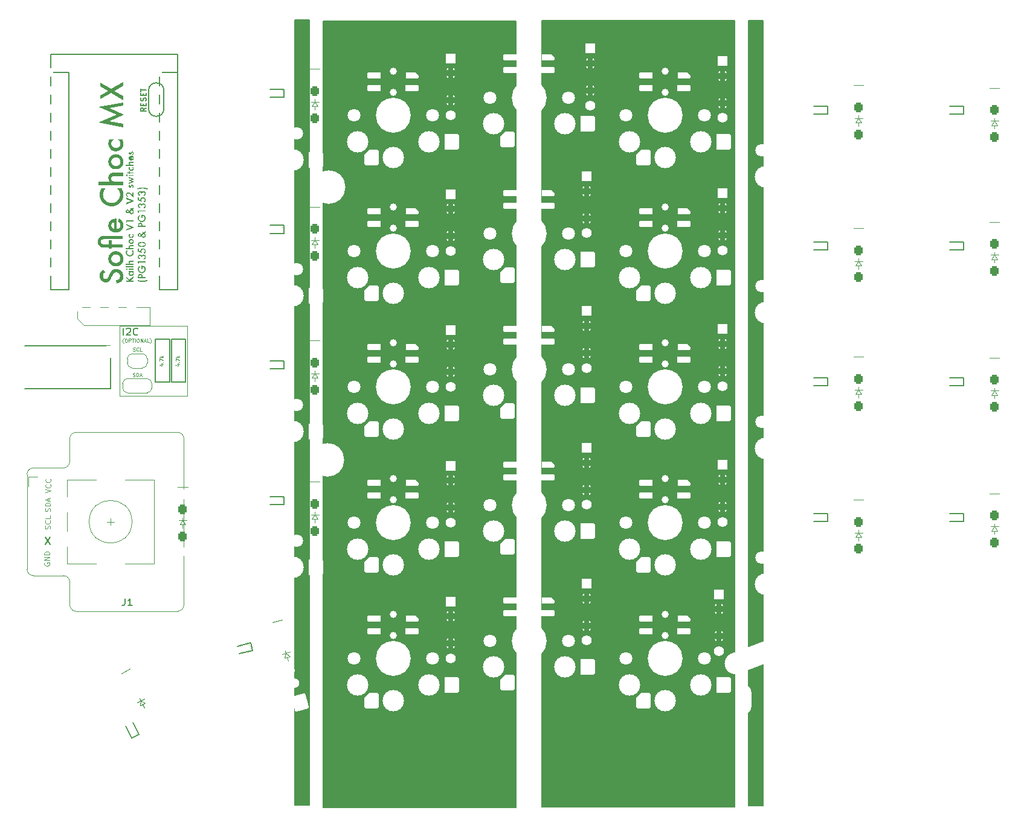
<source format=gto>
G04 #@! TF.GenerationSoftware,KiCad,Pcbnew,(7.0.0-0)*
G04 #@! TF.CreationDate,2023-04-05T09:36:02-07:00*
G04 #@! TF.ProjectId,SofleKeyboard,536f666c-654b-4657-9962-6f6172642e6b,rev?*
G04 #@! TF.SameCoordinates,Original*
G04 #@! TF.FileFunction,Legend,Top*
G04 #@! TF.FilePolarity,Positive*
%FSLAX46Y46*%
G04 Gerber Fmt 4.6, Leading zero omitted, Abs format (unit mm)*
G04 Created by KiCad (PCBNEW (7.0.0-0)) date 2023-04-05 09:36:02*
%MOMM*%
%LPD*%
G01*
G04 APERTURE LIST*
G04 Aperture macros list*
%AMRoundRect*
0 Rectangle with rounded corners*
0 $1 Rounding radius*
0 $2 $3 $4 $5 $6 $7 $8 $9 X,Y pos of 4 corners*
0 Add a 4 corners polygon primitive as box body*
4,1,4,$2,$3,$4,$5,$6,$7,$8,$9,$2,$3,0*
0 Add four circle primitives for the rounded corners*
1,1,$1+$1,$2,$3*
1,1,$1+$1,$4,$5*
1,1,$1+$1,$6,$7*
1,1,$1+$1,$8,$9*
0 Add four rect primitives between the rounded corners*
20,1,$1+$1,$2,$3,$4,$5,0*
20,1,$1+$1,$4,$5,$6,$7,0*
20,1,$1+$1,$6,$7,$8,$9,0*
20,1,$1+$1,$8,$9,$2,$3,0*%
%AMHorizOval*
0 Thick line with rounded ends*
0 $1 width*
0 $2 $3 position (X,Y) of the first rounded end (center of the circle)*
0 $4 $5 position (X,Y) of the second rounded end (center of the circle)*
0 Add line between two ends*
20,1,$1,$2,$3,$4,$5,0*
0 Add two circle primitives to create the rounded ends*
1,1,$1,$2,$3*
1,1,$1,$4,$5*%
%AMRotRect*
0 Rectangle, with rotation*
0 The origin of the aperture is its center*
0 $1 length*
0 $2 width*
0 $3 Rotation angle, in degrees counterclockwise*
0 Add horizontal line*
21,1,$1,$2,0,0,$3*%
%AMFreePoly0*
4,1,28,-0.850000,0.400000,-0.842219,0.514750,-0.797860,0.693119,-0.716195,0.857783,-0.601041,1.001041,-0.457783,1.116195,-0.293119,1.197860,-0.114750,1.242219,0.000000,1.250000,0.114750,1.242219,0.293119,1.197860,0.457783,1.116195,0.601041,1.001041,0.716195,0.857783,0.797860,0.693119,0.842219,0.514750,0.850000,0.400000,0.850000,-0.400000,0.000000,-1.250000,-0.114750,-1.242219,
-0.293119,-1.197860,-0.457783,-1.116195,-0.601041,-1.001041,-0.716195,-0.857783,-0.797860,-0.693119,-0.842219,-0.514750,-0.850000,-0.400000,-0.850000,0.400000,-0.850000,0.400000,$1*%
%AMFreePoly1*
4,1,28,-0.850000,0.400000,-0.842219,0.514750,-0.797860,0.693119,-0.716195,0.857783,-0.601041,1.001041,-0.457783,1.116195,-0.293119,1.197860,-0.114750,1.242219,0.000000,1.250000,0.850000,0.400000,0.850000,-0.400000,0.842219,-0.514750,0.797860,-0.693119,0.716195,-0.857783,0.601041,-1.001041,0.457783,-1.116195,0.293119,-1.197860,0.114750,-1.242219,0.000000,-1.250000,-0.114750,-1.242219,
-0.293119,-1.197860,-0.457783,-1.116195,-0.601041,-1.001041,-0.716195,-0.857783,-0.797860,-0.693119,-0.842219,-0.514750,-0.850000,-0.400000,-0.850000,0.400000,-0.850000,0.400000,$1*%
%AMFreePoly2*
4,1,18,-0.744993,0.210051,-0.729004,0.290434,-0.683470,0.358580,-0.615324,0.404114,-0.534941,0.420103,0.324890,0.420103,0.744993,0.000000,0.744993,-0.210051,0.729004,-0.290434,0.683470,-0.358580,0.615324,-0.404114,0.534941,-0.420103,-0.534941,-0.420103,-0.615324,-0.404114,-0.683470,-0.358580,-0.729004,-0.290434,-0.744993,-0.210051,-0.744993,0.210051,-0.744993,0.210051,$1*%
%AMFreePoly3*
4,1,13,-0.915000,0.425000,0.702500,0.425000,0.783820,0.408824,0.852760,0.362760,0.898824,0.293820,0.915000,0.212500,0.915000,-0.212500,0.898824,-0.293820,0.852760,-0.362760,0.783820,-0.408824,0.702500,-0.425000,-0.915000,-0.425000,-0.915000,0.425000,-0.915000,0.425000,$1*%
%AMFreePoly4*
4,1,13,-0.909999,0.425000,0.697499,0.425000,0.778819,0.408824,0.847759,0.362760,0.893823,0.293820,0.909999,0.212500,0.909999,-0.212500,0.893823,-0.293820,0.847759,-0.362760,0.778819,-0.408824,0.697499,-0.425000,-0.909999,-0.425000,-0.909999,0.425000,-0.909999,0.425000,$1*%
%AMFreePoly5*
4,1,18,-1.000000,0.860000,-0.981731,0.951844,-0.929706,1.029706,-0.851844,1.081731,-0.760000,1.100000,0.760000,1.100000,0.851844,1.081731,0.929706,1.029706,0.981731,0.951844,1.000000,0.860000,1.000000,-0.400000,0.300000,-1.100000,-0.760000,-1.100000,-0.851844,-1.081731,-0.929706,-1.029706,-0.981731,-0.951844,-1.000000,-0.860000,-1.000000,0.860000,-1.000000,0.860000,$1*%
%AMFreePoly6*
4,1,13,-1.000000,0.860000,-0.981731,0.951844,-0.929706,1.029706,-0.851844,1.081731,-0.760000,1.100000,1.000000,1.100000,1.000000,-1.100000,-0.760000,-1.100000,-0.851844,-1.081731,-0.929706,-1.029706,-0.981731,-0.951844,-1.000000,-0.860000,-1.000000,0.860000,-1.000000,0.860000,$1*%
%AMFreePoly7*
4,1,19,0.000000,0.744911,0.071157,0.744911,0.207708,0.704816,0.327430,0.627875,0.420627,0.520320,0.479746,0.390866,0.500000,0.250000,0.500000,-0.250000,0.479746,-0.390866,0.420627,-0.520320,0.327430,-0.627875,0.207708,-0.704816,0.071157,-0.744911,0.000000,-0.744911,0.000000,-0.750000,-0.500000,-0.750000,-0.500000,0.750000,0.000000,0.750000,0.000000,0.744911,0.000000,0.744911,
$1*%
%AMFreePoly8*
4,1,19,0.500000,-0.750000,0.000000,-0.750000,0.000000,-0.744911,-0.071157,-0.744911,-0.207708,-0.704816,-0.327430,-0.627875,-0.420627,-0.520320,-0.479746,-0.390866,-0.500000,-0.250000,-0.500000,0.250000,-0.479746,0.390866,-0.420627,0.520320,-0.327430,0.627875,-0.207708,0.704816,-0.071157,0.744911,0.000000,0.744911,0.000000,0.750000,0.500000,0.750000,0.500000,-0.750000,0.500000,-0.750000,
$1*%
%AMFreePoly9*
4,1,19,0.000000,0.744911,0.071157,0.744911,0.207708,0.704816,0.327430,0.627875,0.420627,0.520320,0.479746,0.390866,0.500000,0.250000,0.500000,-0.250000,0.479746,-0.390866,0.420627,-0.520320,0.327430,-0.627875,0.207708,-0.704816,0.071157,-0.744911,0.000000,-0.744911,0.000000,-0.750000,-0.550000,-0.750000,-0.550000,0.750000,0.000000,0.750000,0.000000,0.744911,0.000000,0.744911,
$1*%
%AMFreePoly10*
4,1,19,0.550000,-0.750000,0.000000,-0.750000,0.000000,-0.744911,-0.071157,-0.744911,-0.207708,-0.704816,-0.327430,-0.627875,-0.420627,-0.520320,-0.479746,-0.390866,-0.500000,-0.250000,-0.500000,0.250000,-0.479746,0.390866,-0.420627,0.520320,-0.327430,0.627875,-0.207708,0.704816,-0.071157,0.744911,0.000000,0.744911,0.000000,0.750000,0.550000,0.750000,0.550000,-0.750000,0.550000,-0.750000,
$1*%
G04 Aperture macros list end*
%ADD10C,0.200000*%
%ADD11C,0.100000*%
%ADD12C,0.075000*%
%ADD13C,0.250000*%
%ADD14C,0.150000*%
%ADD15C,0.400000*%
%ADD16C,0.125000*%
%ADD17C,0.112500*%
%ADD18C,0.120000*%
%ADD19C,0.100001*%
%ADD20C,0.099999*%
%ADD21C,1.397000*%
%ADD22C,1.200000*%
%ADD23C,1.524000*%
%ADD24C,4.700000*%
%ADD25FreePoly0,90.000000*%
%ADD26O,2.500000X1.700000*%
%ADD27FreePoly1,90.000000*%
%ADD28R,1.400000X1.400000*%
%ADD29RoundRect,0.300000X-0.300000X0.400000X-0.300000X-0.400000X0.300000X-0.400000X0.300000X0.400000X0*%
%ADD30C,1.400000*%
%ADD31RotRect,1.400000X1.400000X297.000000*%
%ADD32RoundRect,0.300000X-0.448898X0.220205X-0.085706X-0.492600X0.448898X-0.220205X0.085706X0.492600X0*%
%ADD33C,1.800000*%
%ADD34C,3.000000*%
%ADD35FreePoly2,0.000000*%
%ADD36FreePoly3,0.000000*%
%ADD37R,1.379987X0.840206*%
%ADD38C,4.900000*%
%ADD39C,1.000000*%
%ADD40FreePoly3,180.000000*%
%ADD41FreePoly4,180.000000*%
%ADD42FreePoly5,180.000000*%
%ADD43FreePoly6,180.000000*%
%ADD44FreePoly2,297.000000*%
%ADD45FreePoly3,297.000000*%
%ADD46RotRect,1.379987X0.840206X297.000000*%
%ADD47FreePoly3,117.000000*%
%ADD48FreePoly4,117.000000*%
%ADD49FreePoly5,117.000000*%
%ADD50FreePoly6,117.000000*%
%ADD51FreePoly2,15.000000*%
%ADD52FreePoly3,15.000000*%
%ADD53RotRect,1.379987X0.840206X15.000000*%
%ADD54FreePoly3,195.000000*%
%ADD55FreePoly4,195.000000*%
%ADD56FreePoly5,195.000000*%
%ADD57FreePoly6,195.000000*%
%ADD58RoundRect,0.300000X-0.393305X0.308725X-0.186250X-0.464016X0.393305X-0.308725X0.186250X0.464016X0*%
%ADD59RotRect,1.400000X1.400000X285.000000*%
%ADD60R,1.700000X1.700000*%
%ADD61O,1.700000X1.700000*%
%ADD62FreePoly7,0.000000*%
%ADD63FreePoly8,0.000000*%
%ADD64FreePoly9,0.000000*%
%ADD65R,1.000000X1.500000*%
%ADD66FreePoly10,0.000000*%
%ADD67O,2.000000X4.000000*%
%ADD68HorizOval,3.000000X10.743351X4.102487X-10.743351X-4.102487X0*%
%ADD69HorizOval,2.000000X-0.934204X-0.356738X0.934204X0.356738X0*%
%ADD70C,4.000000*%
%ADD71C,2.000000*%
%ADD72R,3.200000X2.000000*%
G04 APERTURE END LIST*
D10*
X189440000Y-34180000D02*
X191480000Y-34180000D01*
X191480000Y-34180000D02*
X191480000Y-144330000D01*
X191480000Y-144330000D02*
X189440000Y-144330000D01*
X189440000Y-144330000D02*
X189440000Y-34180000D01*
G36*
X189440000Y-34180000D02*
G01*
X191480000Y-34180000D01*
X191480000Y-144330000D01*
X189440000Y-144330000D01*
X189440000Y-34180000D01*
G37*
X160440000Y-34170000D02*
X187480000Y-34170000D01*
X187480000Y-34170000D02*
X187480000Y-144530000D01*
X187480000Y-144530000D02*
X160440000Y-144530000D01*
X160440000Y-144530000D02*
X160440000Y-34170000D01*
G36*
X160440000Y-34170000D02*
G01*
X187480000Y-34170000D01*
X187480000Y-144530000D01*
X160440000Y-144530000D01*
X160440000Y-34170000D01*
G37*
X125800000Y-34140000D02*
X127840000Y-34140000D01*
X127840000Y-34140000D02*
X127840000Y-144290000D01*
X127840000Y-144290000D02*
X125800000Y-144290000D01*
X125800000Y-144290000D02*
X125800000Y-34140000D01*
G36*
X125800000Y-34140000D02*
G01*
X127840000Y-34140000D01*
X127840000Y-144290000D01*
X125800000Y-144290000D01*
X125800000Y-34140000D01*
G37*
X129800000Y-34240000D02*
X156840000Y-34240000D01*
X156840000Y-34240000D02*
X156840000Y-144600000D01*
X156840000Y-144600000D02*
X129800000Y-144600000D01*
X129800000Y-144600000D02*
X129800000Y-34240000D01*
G36*
X129800000Y-34240000D02*
G01*
X156840000Y-34240000D01*
X156840000Y-144600000D01*
X129800000Y-144600000D01*
X129800000Y-34240000D01*
G37*
D11*
X101280000Y-76990000D02*
X110770000Y-76990000D01*
X110770000Y-76990000D02*
X110770000Y-86860000D01*
X110770000Y-86860000D02*
X101280000Y-86860000D01*
X101280000Y-86860000D02*
X101280000Y-76990000D01*
D12*
X101851904Y-79511666D02*
X101828095Y-79487857D01*
X101828095Y-79487857D02*
X101780476Y-79416428D01*
X101780476Y-79416428D02*
X101756666Y-79368809D01*
X101756666Y-79368809D02*
X101732857Y-79297380D01*
X101732857Y-79297380D02*
X101709047Y-79178333D01*
X101709047Y-79178333D02*
X101709047Y-79083095D01*
X101709047Y-79083095D02*
X101732857Y-78964047D01*
X101732857Y-78964047D02*
X101756666Y-78892619D01*
X101756666Y-78892619D02*
X101780476Y-78845000D01*
X101780476Y-78845000D02*
X101828095Y-78773571D01*
X101828095Y-78773571D02*
X101851904Y-78749761D01*
X102137618Y-78821190D02*
X102232856Y-78821190D01*
X102232856Y-78821190D02*
X102280475Y-78845000D01*
X102280475Y-78845000D02*
X102328094Y-78892619D01*
X102328094Y-78892619D02*
X102351904Y-78987857D01*
X102351904Y-78987857D02*
X102351904Y-79154523D01*
X102351904Y-79154523D02*
X102328094Y-79249761D01*
X102328094Y-79249761D02*
X102280475Y-79297380D01*
X102280475Y-79297380D02*
X102232856Y-79321190D01*
X102232856Y-79321190D02*
X102137618Y-79321190D01*
X102137618Y-79321190D02*
X102089999Y-79297380D01*
X102089999Y-79297380D02*
X102042380Y-79249761D01*
X102042380Y-79249761D02*
X102018571Y-79154523D01*
X102018571Y-79154523D02*
X102018571Y-78987857D01*
X102018571Y-78987857D02*
X102042380Y-78892619D01*
X102042380Y-78892619D02*
X102089999Y-78845000D01*
X102089999Y-78845000D02*
X102137618Y-78821190D01*
X102566190Y-79321190D02*
X102566190Y-78821190D01*
X102566190Y-78821190D02*
X102756666Y-78821190D01*
X102756666Y-78821190D02*
X102804285Y-78845000D01*
X102804285Y-78845000D02*
X102828095Y-78868809D01*
X102828095Y-78868809D02*
X102851904Y-78916428D01*
X102851904Y-78916428D02*
X102851904Y-78987857D01*
X102851904Y-78987857D02*
X102828095Y-79035476D01*
X102828095Y-79035476D02*
X102804285Y-79059285D01*
X102804285Y-79059285D02*
X102756666Y-79083095D01*
X102756666Y-79083095D02*
X102566190Y-79083095D01*
X102994762Y-78821190D02*
X103280476Y-78821190D01*
X103137619Y-79321190D02*
X103137619Y-78821190D01*
X103447142Y-79321190D02*
X103447142Y-78821190D01*
X103780475Y-78821190D02*
X103875713Y-78821190D01*
X103875713Y-78821190D02*
X103923332Y-78845000D01*
X103923332Y-78845000D02*
X103970951Y-78892619D01*
X103970951Y-78892619D02*
X103994761Y-78987857D01*
X103994761Y-78987857D02*
X103994761Y-79154523D01*
X103994761Y-79154523D02*
X103970951Y-79249761D01*
X103970951Y-79249761D02*
X103923332Y-79297380D01*
X103923332Y-79297380D02*
X103875713Y-79321190D01*
X103875713Y-79321190D02*
X103780475Y-79321190D01*
X103780475Y-79321190D02*
X103732856Y-79297380D01*
X103732856Y-79297380D02*
X103685237Y-79249761D01*
X103685237Y-79249761D02*
X103661428Y-79154523D01*
X103661428Y-79154523D02*
X103661428Y-78987857D01*
X103661428Y-78987857D02*
X103685237Y-78892619D01*
X103685237Y-78892619D02*
X103732856Y-78845000D01*
X103732856Y-78845000D02*
X103780475Y-78821190D01*
X104209047Y-79321190D02*
X104209047Y-78821190D01*
X104209047Y-78821190D02*
X104494761Y-79321190D01*
X104494761Y-79321190D02*
X104494761Y-78821190D01*
X104709048Y-79178333D02*
X104947143Y-79178333D01*
X104661429Y-79321190D02*
X104828095Y-78821190D01*
X104828095Y-78821190D02*
X104994762Y-79321190D01*
X105399523Y-79321190D02*
X105161428Y-79321190D01*
X105161428Y-79321190D02*
X105161428Y-78821190D01*
X105518571Y-79511666D02*
X105542381Y-79487857D01*
X105542381Y-79487857D02*
X105590000Y-79416428D01*
X105590000Y-79416428D02*
X105613809Y-79368809D01*
X105613809Y-79368809D02*
X105637619Y-79297380D01*
X105637619Y-79297380D02*
X105661428Y-79178333D01*
X105661428Y-79178333D02*
X105661428Y-79083095D01*
X105661428Y-79083095D02*
X105637619Y-78964047D01*
X105637619Y-78964047D02*
X105613809Y-78892619D01*
X105613809Y-78892619D02*
X105590000Y-78845000D01*
X105590000Y-78845000D02*
X105542381Y-78773571D01*
X105542381Y-78773571D02*
X105518571Y-78749761D01*
D13*
G36*
X102596060Y-70687655D02*
G01*
X102172055Y-70276838D01*
X102172055Y-70064347D01*
X102653213Y-70541353D01*
X103235000Y-70061416D01*
X103235000Y-70274884D01*
X102762145Y-70654926D01*
X102795118Y-70687655D01*
X103235000Y-70687655D01*
X103235000Y-70844947D01*
X102172055Y-70844947D01*
X102172055Y-70687655D01*
X102596060Y-70687655D01*
G37*
G36*
X103235000Y-69504298D02*
G01*
X103162459Y-69504298D01*
X103173136Y-69516231D01*
X103183125Y-69528276D01*
X103192424Y-69540434D01*
X103201034Y-69552704D01*
X103208956Y-69565087D01*
X103216189Y-69577582D01*
X103222733Y-69590191D01*
X103228588Y-69602911D01*
X103233754Y-69615744D01*
X103238232Y-69628690D01*
X103242021Y-69641749D01*
X103245120Y-69654920D01*
X103247531Y-69668203D01*
X103249253Y-69681599D01*
X103250287Y-69695108D01*
X103250631Y-69708729D01*
X103250241Y-69725763D01*
X103249070Y-69742427D01*
X103247119Y-69758721D01*
X103244388Y-69774644D01*
X103240876Y-69790198D01*
X103236583Y-69805381D01*
X103231510Y-69820194D01*
X103225657Y-69834637D01*
X103219024Y-69848709D01*
X103211609Y-69862412D01*
X103203415Y-69875744D01*
X103194440Y-69888706D01*
X103184685Y-69901298D01*
X103174149Y-69913519D01*
X103162832Y-69925371D01*
X103150736Y-69936852D01*
X103137808Y-69947677D01*
X103124487Y-69957804D01*
X103110773Y-69967232D01*
X103096666Y-69975962D01*
X103082166Y-69983993D01*
X103067273Y-69991326D01*
X103051987Y-69997961D01*
X103036308Y-70003897D01*
X103020236Y-70009135D01*
X103003770Y-70013674D01*
X102986912Y-70017515D01*
X102969660Y-70020658D01*
X102952016Y-70023102D01*
X102933978Y-70024848D01*
X102915547Y-70025896D01*
X102896723Y-70026245D01*
X102878203Y-70025896D01*
X102860071Y-70024848D01*
X102842330Y-70023102D01*
X102824977Y-70020658D01*
X102808013Y-70017515D01*
X102791439Y-70013674D01*
X102775254Y-70009135D01*
X102759459Y-70003897D01*
X102744052Y-69997961D01*
X102729035Y-69991326D01*
X102714407Y-69983993D01*
X102700169Y-69975962D01*
X102686319Y-69967232D01*
X102672859Y-69957804D01*
X102659789Y-69947677D01*
X102647107Y-69936852D01*
X102635010Y-69925473D01*
X102623694Y-69913745D01*
X102613158Y-69901667D01*
X102603403Y-69889240D01*
X102594428Y-69876464D01*
X102586233Y-69863339D01*
X102578819Y-69849865D01*
X102572185Y-69836041D01*
X102566332Y-69821868D01*
X102561259Y-69807346D01*
X102556967Y-69792475D01*
X102553455Y-69777255D01*
X102550724Y-69761685D01*
X102548773Y-69745767D01*
X102547602Y-69729499D01*
X102547212Y-69712882D01*
X102547582Y-69698443D01*
X102548692Y-69684191D01*
X102548741Y-69683817D01*
X102685942Y-69683817D01*
X102686176Y-69693636D01*
X102687408Y-69707979D01*
X102689697Y-69721857D01*
X102693041Y-69735273D01*
X102697442Y-69748224D01*
X102702899Y-69760712D01*
X102709412Y-69772736D01*
X102716981Y-69784297D01*
X102725606Y-69795394D01*
X102735288Y-69806027D01*
X102742329Y-69812858D01*
X102746025Y-69816196D01*
X102753709Y-69822585D01*
X102761619Y-69828561D01*
X102769753Y-69834125D01*
X102778113Y-69839277D01*
X102786697Y-69844017D01*
X102795507Y-69848345D01*
X102804542Y-69852260D01*
X102813803Y-69855764D01*
X102823288Y-69858855D01*
X102832999Y-69861534D01*
X102842934Y-69863801D01*
X102853095Y-69865655D01*
X102863481Y-69867098D01*
X102874093Y-69868128D01*
X102884929Y-69868747D01*
X102895990Y-69868953D01*
X102907789Y-69868752D01*
X102919308Y-69868151D01*
X102930549Y-69867150D01*
X102941511Y-69865747D01*
X102952195Y-69863944D01*
X102962600Y-69861740D01*
X102972727Y-69859135D01*
X102982575Y-69856130D01*
X102992144Y-69852724D01*
X103001435Y-69848917D01*
X103010447Y-69844710D01*
X103019180Y-69840102D01*
X103027635Y-69835093D01*
X103035812Y-69829683D01*
X103043710Y-69823873D01*
X103051329Y-69817662D01*
X103058664Y-69810991D01*
X103068779Y-69800584D01*
X103077829Y-69789696D01*
X103085815Y-69778327D01*
X103092736Y-69766478D01*
X103098592Y-69754147D01*
X103103383Y-69741336D01*
X103107110Y-69728044D01*
X103109772Y-69714271D01*
X103111369Y-69700017D01*
X103111842Y-69690247D01*
X103111901Y-69685282D01*
X103111672Y-69674725D01*
X103110985Y-69664426D01*
X103109840Y-69654384D01*
X103108237Y-69644600D01*
X103104975Y-69630407D01*
X103100681Y-69616794D01*
X103095357Y-69603760D01*
X103089003Y-69591306D01*
X103081619Y-69579431D01*
X103073204Y-69568136D01*
X103063759Y-69557421D01*
X103053283Y-69547285D01*
X103045583Y-69540926D01*
X103037628Y-69534977D01*
X103029418Y-69529439D01*
X103020951Y-69524311D01*
X103012229Y-69519593D01*
X103003251Y-69515285D01*
X102994018Y-69511388D01*
X102984528Y-69507901D01*
X102974784Y-69504824D01*
X102964783Y-69502157D01*
X102954527Y-69499901D01*
X102944015Y-69498055D01*
X102933247Y-69496619D01*
X102922224Y-69495593D01*
X102910945Y-69494978D01*
X102899410Y-69494773D01*
X102887846Y-69494978D01*
X102876539Y-69495593D01*
X102865490Y-69496619D01*
X102854698Y-69498055D01*
X102844164Y-69499901D01*
X102833888Y-69502157D01*
X102823869Y-69504824D01*
X102814108Y-69507901D01*
X102804604Y-69511388D01*
X102795359Y-69515285D01*
X102786370Y-69519593D01*
X102777640Y-69524311D01*
X102769166Y-69529439D01*
X102760951Y-69534977D01*
X102752993Y-69540926D01*
X102745293Y-69547285D01*
X102738106Y-69553972D01*
X102728194Y-69564464D01*
X102719327Y-69575510D01*
X102711502Y-69587110D01*
X102704721Y-69599264D01*
X102698983Y-69611971D01*
X102694288Y-69625233D01*
X102690636Y-69639048D01*
X102688028Y-69653417D01*
X102686869Y-69663304D01*
X102686173Y-69673437D01*
X102685942Y-69683817D01*
X102548741Y-69683817D01*
X102550543Y-69670126D01*
X102553135Y-69656248D01*
X102556466Y-69642557D01*
X102560538Y-69629053D01*
X102565350Y-69615736D01*
X102570903Y-69602606D01*
X102577196Y-69589663D01*
X102584230Y-69576907D01*
X102592003Y-69564338D01*
X102600518Y-69551956D01*
X102609772Y-69539761D01*
X102619767Y-69527753D01*
X102630502Y-69515932D01*
X102641978Y-69504298D01*
X102562843Y-69504298D01*
X102562843Y-69354089D01*
X103235000Y-69354089D01*
X103235000Y-69504298D01*
G37*
G36*
X102562843Y-68998471D02*
G01*
X103235000Y-68998471D01*
X103235000Y-69155764D01*
X102562843Y-69155764D01*
X102562843Y-68998471D01*
G37*
G36*
X102288314Y-69171395D02*
G01*
X102278232Y-69170930D01*
X102268500Y-69169533D01*
X102256829Y-69166477D01*
X102245707Y-69161967D01*
X102235134Y-69156002D01*
X102227070Y-69150182D01*
X102219357Y-69143431D01*
X102217484Y-69141598D01*
X102210500Y-69133908D01*
X102204447Y-69125859D01*
X102199326Y-69117452D01*
X102194234Y-69106438D01*
X102190596Y-69094864D01*
X102188734Y-69085201D01*
X102187803Y-69075180D01*
X102187686Y-69070034D01*
X102188152Y-69059666D01*
X102189549Y-69049686D01*
X102191876Y-69040096D01*
X102196096Y-69028655D01*
X102200519Y-69019941D01*
X102205873Y-69011615D01*
X102212159Y-69003679D01*
X102217484Y-68997983D01*
X102224960Y-68990999D01*
X102232856Y-68984946D01*
X102243316Y-68978690D01*
X102254432Y-68973889D01*
X102263797Y-68971095D01*
X102273582Y-68969233D01*
X102283787Y-68968302D01*
X102289047Y-68968185D01*
X102299469Y-68968651D01*
X102309487Y-68970047D01*
X102319100Y-68972375D01*
X102330548Y-68976595D01*
X102341364Y-68982269D01*
X102349561Y-68987856D01*
X102357354Y-68994374D01*
X102361099Y-68997983D01*
X102368082Y-69005455D01*
X102374135Y-69013340D01*
X102380391Y-69023775D01*
X102385193Y-69034854D01*
X102388539Y-69046577D01*
X102390169Y-69056419D01*
X102390867Y-69066674D01*
X102390896Y-69069302D01*
X102390434Y-69079674D01*
X102389049Y-69089665D01*
X102386740Y-69099275D01*
X102383508Y-69108503D01*
X102379352Y-69117349D01*
X102374272Y-69125813D01*
X102368269Y-69133896D01*
X102361343Y-69141598D01*
X102353684Y-69148581D01*
X102345604Y-69154634D01*
X102337106Y-69159755D01*
X102328187Y-69163946D01*
X102318848Y-69167205D01*
X102309090Y-69169533D01*
X102298912Y-69170930D01*
X102288314Y-69171395D01*
G37*
G36*
X102078265Y-68650669D02*
G01*
X103235000Y-68650669D01*
X103235000Y-68807962D01*
X102078265Y-68807962D01*
X102078265Y-68650669D01*
G37*
G36*
X102078265Y-68460160D02*
G01*
X102078265Y-68302868D01*
X102620973Y-68302868D01*
X102612041Y-68292483D01*
X102603685Y-68281966D01*
X102595906Y-68271317D01*
X102588702Y-68260537D01*
X102582075Y-68249626D01*
X102576025Y-68238582D01*
X102570550Y-68227407D01*
X102565652Y-68216100D01*
X102561330Y-68204662D01*
X102557584Y-68193092D01*
X102554415Y-68181390D01*
X102551822Y-68169557D01*
X102549805Y-68157592D01*
X102548364Y-68145495D01*
X102547500Y-68133267D01*
X102547212Y-68120907D01*
X102547499Y-68106888D01*
X102548360Y-68093227D01*
X102549796Y-68079923D01*
X102551806Y-68066975D01*
X102554391Y-68054384D01*
X102557550Y-68042150D01*
X102561283Y-68030273D01*
X102565591Y-68018752D01*
X102570473Y-68007589D01*
X102575929Y-67996782D01*
X102581960Y-67986332D01*
X102588565Y-67976239D01*
X102595744Y-67966502D01*
X102603498Y-67957123D01*
X102611826Y-67948100D01*
X102620729Y-67939434D01*
X102629025Y-67932454D01*
X102637917Y-67925925D01*
X102647405Y-67919845D01*
X102657487Y-67914216D01*
X102668165Y-67909037D01*
X102679439Y-67904309D01*
X102691307Y-67900031D01*
X102703771Y-67896203D01*
X102716831Y-67892826D01*
X102730485Y-67889899D01*
X102744735Y-67887422D01*
X102759581Y-67885396D01*
X102775022Y-67883819D01*
X102791058Y-67882694D01*
X102807689Y-67882018D01*
X102824916Y-67881793D01*
X103235000Y-67881793D01*
X103235000Y-68039085D01*
X102838838Y-68039085D01*
X102828936Y-68039196D01*
X102814735Y-68039777D01*
X102801316Y-68040856D01*
X102788678Y-68042433D01*
X102776821Y-68044508D01*
X102765746Y-68047081D01*
X102755452Y-68050153D01*
X102745939Y-68053722D01*
X102734471Y-68059255D01*
X102724392Y-68065674D01*
X102722090Y-68067418D01*
X102713617Y-68074978D01*
X102706275Y-68083614D01*
X102700062Y-68093326D01*
X102694979Y-68104115D01*
X102691025Y-68115980D01*
X102688801Y-68125585D01*
X102687212Y-68135795D01*
X102686259Y-68146611D01*
X102685942Y-68158032D01*
X102686138Y-68167860D01*
X102687170Y-68181910D01*
X102689086Y-68195126D01*
X102691887Y-68207509D01*
X102695572Y-68219060D01*
X102700142Y-68229777D01*
X102705595Y-68239662D01*
X102711934Y-68248714D01*
X102719157Y-68256933D01*
X102727264Y-68264319D01*
X102736256Y-68270872D01*
X102746464Y-68276590D01*
X102757948Y-68281745D01*
X102770707Y-68286339D01*
X102784742Y-68290369D01*
X102794806Y-68292744D01*
X102805437Y-68294869D01*
X102816635Y-68296743D01*
X102828400Y-68298368D01*
X102840731Y-68299743D01*
X102853630Y-68300868D01*
X102867094Y-68301743D01*
X102881126Y-68302368D01*
X102895724Y-68302743D01*
X102910889Y-68302868D01*
X103235000Y-68302868D01*
X103235000Y-68460160D01*
X102078265Y-68460160D01*
G37*
G36*
X102221147Y-66440760D02*
G01*
X102412878Y-66440760D01*
X102405755Y-66449486D01*
X102398859Y-66458231D01*
X102392189Y-66466995D01*
X102385744Y-66475778D01*
X102379526Y-66484581D01*
X102373534Y-66493402D01*
X102367768Y-66502243D01*
X102362228Y-66511102D01*
X102356915Y-66519981D01*
X102351827Y-66528878D01*
X102346965Y-66537795D01*
X102342330Y-66546731D01*
X102337921Y-66555686D01*
X102333738Y-66564660D01*
X102329781Y-66573653D01*
X102322545Y-66591696D01*
X102316214Y-66609816D01*
X102310787Y-66628012D01*
X102306265Y-66646285D01*
X102302647Y-66664634D01*
X102299933Y-66683059D01*
X102298124Y-66701560D01*
X102297220Y-66720138D01*
X102297107Y-66729455D01*
X102297221Y-66739678D01*
X102297564Y-66749800D01*
X102298135Y-66759820D01*
X102298935Y-66769740D01*
X102299963Y-66779558D01*
X102301220Y-66789276D01*
X102304419Y-66808407D01*
X102308532Y-66827133D01*
X102313559Y-66845455D01*
X102319500Y-66863373D01*
X102326355Y-66880886D01*
X102334124Y-66897994D01*
X102342807Y-66914698D01*
X102352404Y-66930998D01*
X102362915Y-66946892D01*
X102374340Y-66962383D01*
X102386679Y-66977469D01*
X102393191Y-66984860D01*
X102399932Y-66992150D01*
X102406902Y-66999339D01*
X102414099Y-67006427D01*
X102421446Y-67013399D01*
X102428894Y-67020150D01*
X102436443Y-67026680D01*
X102444092Y-67032988D01*
X102451841Y-67039075D01*
X102459692Y-67044941D01*
X102475694Y-67056008D01*
X102492100Y-67066190D01*
X102508907Y-67075486D01*
X102526118Y-67083897D01*
X102543731Y-67091423D01*
X102561747Y-67098063D01*
X102580165Y-67103818D01*
X102598986Y-67108688D01*
X102608548Y-67110791D01*
X102618210Y-67112672D01*
X102627973Y-67114332D01*
X102637836Y-67115771D01*
X102647800Y-67116988D01*
X102657865Y-67117984D01*
X102668031Y-67118759D01*
X102678297Y-67119313D01*
X102688663Y-67119645D01*
X102699131Y-67119755D01*
X102709476Y-67119645D01*
X102719720Y-67119313D01*
X102729862Y-67118759D01*
X102739904Y-67117984D01*
X102749844Y-67116988D01*
X102759684Y-67115771D01*
X102769422Y-67114332D01*
X102779059Y-67112672D01*
X102798030Y-67108688D01*
X102816596Y-67103818D01*
X102834758Y-67098063D01*
X102852515Y-67091423D01*
X102869868Y-67083897D01*
X102886816Y-67075486D01*
X102903360Y-67066190D01*
X102919499Y-67056008D01*
X102935233Y-67044941D01*
X102950563Y-67032988D01*
X102958077Y-67026680D01*
X102965489Y-67020150D01*
X102972800Y-67013399D01*
X102980010Y-67006427D01*
X102987042Y-66999294D01*
X102993852Y-66992061D01*
X103000438Y-66984729D01*
X103006800Y-66977297D01*
X103018856Y-66962134D01*
X103030019Y-66946572D01*
X103040288Y-66930611D01*
X103049665Y-66914252D01*
X103058149Y-66897493D01*
X103065739Y-66880336D01*
X103072437Y-66862780D01*
X103078241Y-66844826D01*
X103083153Y-66826472D01*
X103087172Y-66807720D01*
X103090297Y-66788569D01*
X103091525Y-66778844D01*
X103092530Y-66769019D01*
X103093311Y-66759094D01*
X103093869Y-66749070D01*
X103094204Y-66738946D01*
X103094316Y-66728722D01*
X103094208Y-66718227D01*
X103093884Y-66707927D01*
X103093345Y-66697825D01*
X103092591Y-66687919D01*
X103091054Y-66673428D01*
X103089033Y-66659379D01*
X103086526Y-66645773D01*
X103083535Y-66632609D01*
X103080058Y-66619887D01*
X103076096Y-66607608D01*
X103071649Y-66595770D01*
X103066716Y-66584375D01*
X103062209Y-66574005D01*
X103057237Y-66563505D01*
X103051800Y-66552873D01*
X103047116Y-66544273D01*
X103042134Y-66535589D01*
X103036854Y-66526821D01*
X103031276Y-66517969D01*
X103029836Y-66515743D01*
X103023882Y-66506771D01*
X103017623Y-66497684D01*
X103011059Y-66488483D01*
X103004190Y-66479167D01*
X102997015Y-66469737D01*
X102989535Y-66460193D01*
X102981750Y-66450534D01*
X102973660Y-66440760D01*
X103169542Y-66440760D01*
X103174531Y-66449353D01*
X103179362Y-66457972D01*
X103184034Y-66466617D01*
X103188548Y-66475290D01*
X103197100Y-66492715D01*
X103205019Y-66510247D01*
X103212304Y-66527886D01*
X103218956Y-66545632D01*
X103224974Y-66563485D01*
X103230359Y-66581444D01*
X103235110Y-66599510D01*
X103239228Y-66617684D01*
X103242712Y-66635964D01*
X103245563Y-66654351D01*
X103247780Y-66672844D01*
X103249364Y-66691445D01*
X103250314Y-66710152D01*
X103250631Y-66728967D01*
X103250475Y-66743113D01*
X103250006Y-66757130D01*
X103249225Y-66771016D01*
X103248131Y-66784772D01*
X103246725Y-66798398D01*
X103245007Y-66811894D01*
X103242976Y-66825259D01*
X103240632Y-66838494D01*
X103237976Y-66851599D01*
X103235008Y-66864574D01*
X103231727Y-66877418D01*
X103228134Y-66890133D01*
X103224228Y-66902717D01*
X103220010Y-66915170D01*
X103215479Y-66927494D01*
X103210636Y-66939687D01*
X103205481Y-66951750D01*
X103200013Y-66963683D01*
X103194232Y-66975486D01*
X103188139Y-66987158D01*
X103181734Y-66998700D01*
X103175016Y-67010112D01*
X103167986Y-67021394D01*
X103160643Y-67032545D01*
X103152988Y-67043567D01*
X103145020Y-67054458D01*
X103136740Y-67065218D01*
X103128147Y-67075849D01*
X103119242Y-67086349D01*
X103110024Y-67096719D01*
X103100494Y-67106959D01*
X103090652Y-67117069D01*
X103080497Y-67126911D01*
X103070211Y-67136441D01*
X103059795Y-67145659D01*
X103049249Y-67154564D01*
X103038573Y-67163156D01*
X103027766Y-67171436D01*
X103016829Y-67179404D01*
X103005762Y-67187059D01*
X102994565Y-67194402D01*
X102983238Y-67201433D01*
X102971780Y-67208150D01*
X102960192Y-67214556D01*
X102948474Y-67220649D01*
X102936625Y-67226429D01*
X102924647Y-67231897D01*
X102912538Y-67237053D01*
X102900299Y-67241896D01*
X102887929Y-67246427D01*
X102875430Y-67250645D01*
X102862800Y-67254551D01*
X102850040Y-67258144D01*
X102837150Y-67261425D01*
X102824129Y-67264393D01*
X102810979Y-67267049D01*
X102797698Y-67269392D01*
X102784287Y-67271423D01*
X102770745Y-67273142D01*
X102757073Y-67274548D01*
X102743272Y-67275642D01*
X102729340Y-67276423D01*
X102715277Y-67276891D01*
X102701085Y-67277048D01*
X102688351Y-67276917D01*
X102675705Y-67276525D01*
X102663147Y-67275871D01*
X102650675Y-67274956D01*
X102638291Y-67273780D01*
X102625994Y-67272342D01*
X102613785Y-67270643D01*
X102601663Y-67268682D01*
X102589628Y-67266460D01*
X102577680Y-67263977D01*
X102565820Y-67261232D01*
X102554047Y-67258226D01*
X102542361Y-67254958D01*
X102530762Y-67251429D01*
X102519251Y-67247638D01*
X102507827Y-67243586D01*
X102496491Y-67239273D01*
X102485242Y-67234698D01*
X102474080Y-67229862D01*
X102463005Y-67224764D01*
X102452018Y-67219405D01*
X102441118Y-67213785D01*
X102430305Y-67207903D01*
X102419579Y-67201760D01*
X102408941Y-67195355D01*
X102398390Y-67188689D01*
X102387927Y-67181761D01*
X102377551Y-67174573D01*
X102367262Y-67167122D01*
X102357060Y-67159410D01*
X102346946Y-67151437D01*
X102336919Y-67143203D01*
X102324852Y-67132804D01*
X102313169Y-67122217D01*
X102301869Y-67111441D01*
X102290951Y-67100475D01*
X102280417Y-67089321D01*
X102270266Y-67077978D01*
X102260498Y-67066446D01*
X102251113Y-67054726D01*
X102242111Y-67042816D01*
X102233492Y-67030717D01*
X102225256Y-67018430D01*
X102217404Y-67005953D01*
X102209934Y-66993288D01*
X102202847Y-66980434D01*
X102196144Y-66967391D01*
X102189823Y-66954159D01*
X102183886Y-66940738D01*
X102178331Y-66927128D01*
X102173160Y-66913329D01*
X102168372Y-66899341D01*
X102163967Y-66885165D01*
X102159945Y-66870799D01*
X102156305Y-66856245D01*
X102153049Y-66841502D01*
X102150177Y-66826569D01*
X102147687Y-66811448D01*
X102145580Y-66796138D01*
X102143856Y-66780639D01*
X102142515Y-66764951D01*
X102141558Y-66749075D01*
X102140983Y-66733009D01*
X102140792Y-66716755D01*
X102141105Y-66698932D01*
X102142047Y-66681187D01*
X102143617Y-66663517D01*
X102145814Y-66645924D01*
X102148639Y-66628407D01*
X102152092Y-66610967D01*
X102156172Y-66593603D01*
X102160881Y-66576315D01*
X102166217Y-66559103D01*
X102172181Y-66541968D01*
X102178772Y-66524909D01*
X102185992Y-66507927D01*
X102193839Y-66491021D01*
X102202314Y-66474191D01*
X102211417Y-66457437D01*
X102221147Y-66440760D01*
G37*
G36*
X102078265Y-66280537D02*
G01*
X102078265Y-66123244D01*
X102620973Y-66123244D01*
X102612041Y-66112859D01*
X102603685Y-66102343D01*
X102595906Y-66091694D01*
X102588702Y-66080914D01*
X102582075Y-66070002D01*
X102576025Y-66058959D01*
X102570550Y-66047784D01*
X102565652Y-66036477D01*
X102561330Y-66025039D01*
X102557584Y-66013469D01*
X102554415Y-66001767D01*
X102551822Y-65989934D01*
X102549805Y-65977969D01*
X102548364Y-65965872D01*
X102547500Y-65953644D01*
X102547212Y-65941284D01*
X102547499Y-65927265D01*
X102548360Y-65913604D01*
X102549796Y-65900299D01*
X102551806Y-65887352D01*
X102554391Y-65874761D01*
X102557550Y-65862527D01*
X102561283Y-65850649D01*
X102565591Y-65839129D01*
X102570473Y-65827965D01*
X102575929Y-65817159D01*
X102581960Y-65806709D01*
X102588565Y-65796615D01*
X102595744Y-65786879D01*
X102603498Y-65777500D01*
X102611826Y-65768477D01*
X102620729Y-65759811D01*
X102629025Y-65752831D01*
X102637917Y-65746301D01*
X102647405Y-65740222D01*
X102657487Y-65734593D01*
X102668165Y-65729414D01*
X102679439Y-65724686D01*
X102691307Y-65720408D01*
X102703771Y-65716580D01*
X102716831Y-65713203D01*
X102730485Y-65710276D01*
X102744735Y-65707799D01*
X102759581Y-65705772D01*
X102775022Y-65704196D01*
X102791058Y-65703070D01*
X102807689Y-65702395D01*
X102824916Y-65702170D01*
X103235000Y-65702170D01*
X103235000Y-65859462D01*
X102838838Y-65859462D01*
X102828936Y-65859573D01*
X102814735Y-65860154D01*
X102801316Y-65861233D01*
X102788678Y-65862810D01*
X102776821Y-65864885D01*
X102765746Y-65867458D01*
X102755452Y-65870529D01*
X102745939Y-65874099D01*
X102734471Y-65879632D01*
X102724392Y-65886051D01*
X102722090Y-65887794D01*
X102713617Y-65895354D01*
X102706275Y-65903991D01*
X102700062Y-65913703D01*
X102694979Y-65924492D01*
X102691025Y-65936357D01*
X102688801Y-65945962D01*
X102687212Y-65956172D01*
X102686259Y-65966987D01*
X102685942Y-65978408D01*
X102686138Y-65988237D01*
X102687170Y-66002287D01*
X102689086Y-66015503D01*
X102691887Y-66027886D01*
X102695572Y-66039437D01*
X102700142Y-66050154D01*
X102705595Y-66060039D01*
X102711934Y-66069091D01*
X102719157Y-66077310D01*
X102727264Y-66084696D01*
X102736256Y-66091249D01*
X102746464Y-66096967D01*
X102757948Y-66102122D01*
X102770707Y-66106715D01*
X102784742Y-66110746D01*
X102794806Y-66113121D01*
X102805437Y-66115245D01*
X102816635Y-66117120D01*
X102828400Y-66118745D01*
X102840731Y-66120120D01*
X102853630Y-66121245D01*
X102867094Y-66122120D01*
X102881126Y-66122745D01*
X102895724Y-66123119D01*
X102910889Y-66123244D01*
X103235000Y-66123244D01*
X103235000Y-66280537D01*
X102078265Y-66280537D01*
G37*
G36*
X102917905Y-64840882D02*
G01*
X102936023Y-64842084D01*
X102953763Y-64844087D01*
X102971126Y-64846892D01*
X102988110Y-64850499D01*
X103004717Y-64854907D01*
X103020945Y-64860116D01*
X103036796Y-64866127D01*
X103052270Y-64872939D01*
X103067365Y-64880552D01*
X103082082Y-64888967D01*
X103096422Y-64898183D01*
X103110384Y-64908201D01*
X103123968Y-64919020D01*
X103137175Y-64930641D01*
X103150003Y-64943063D01*
X103162188Y-64956100D01*
X103173588Y-64969506D01*
X103184201Y-64983280D01*
X103194028Y-64997422D01*
X103203069Y-65011933D01*
X103211323Y-65026812D01*
X103218792Y-65042059D01*
X103225474Y-65057674D01*
X103231370Y-65073658D01*
X103236480Y-65090009D01*
X103240804Y-65106730D01*
X103244342Y-65123818D01*
X103247093Y-65141275D01*
X103249059Y-65159100D01*
X103250238Y-65177293D01*
X103250631Y-65195854D01*
X103250230Y-65214228D01*
X103249028Y-65232224D01*
X103247025Y-65249842D01*
X103244220Y-65267082D01*
X103240613Y-65283944D01*
X103236205Y-65300428D01*
X103230996Y-65316535D01*
X103224986Y-65332264D01*
X103218173Y-65347615D01*
X103210560Y-65362588D01*
X103202145Y-65377184D01*
X103192929Y-65391401D01*
X103182911Y-65405241D01*
X103172092Y-65418703D01*
X103160471Y-65431787D01*
X103148049Y-65444494D01*
X103135206Y-65456649D01*
X103121957Y-65468021D01*
X103108301Y-65478608D01*
X103094239Y-65488411D01*
X103079771Y-65497430D01*
X103064896Y-65505665D01*
X103049614Y-65513115D01*
X103033927Y-65519781D01*
X103017832Y-65525663D01*
X103001332Y-65530761D01*
X102984424Y-65535074D01*
X102967111Y-65538603D01*
X102949391Y-65541348D01*
X102931264Y-65543309D01*
X102912732Y-65544485D01*
X102893792Y-65544877D01*
X102875947Y-65544478D01*
X102858438Y-65543278D01*
X102841265Y-65541280D01*
X102824427Y-65538481D01*
X102807926Y-65534883D01*
X102791760Y-65530486D01*
X102775930Y-65525289D01*
X102760436Y-65519293D01*
X102745277Y-65512497D01*
X102730455Y-65504902D01*
X102715968Y-65496507D01*
X102701817Y-65487312D01*
X102688002Y-65477318D01*
X102674523Y-65466525D01*
X102661380Y-65454932D01*
X102648572Y-65442540D01*
X102636298Y-65429573D01*
X102624816Y-65416257D01*
X102614126Y-65402592D01*
X102604227Y-65388577D01*
X102595120Y-65374214D01*
X102586806Y-65359501D01*
X102579283Y-65344439D01*
X102572552Y-65329028D01*
X102566613Y-65313267D01*
X102561466Y-65297158D01*
X102557110Y-65280699D01*
X102553547Y-65263891D01*
X102550775Y-65246734D01*
X102548795Y-65229228D01*
X102547608Y-65211372D01*
X102547212Y-65193168D01*
X102547217Y-65192923D01*
X102685942Y-65192923D01*
X102686171Y-65203663D01*
X102686857Y-65214146D01*
X102688002Y-65224371D01*
X102689605Y-65234338D01*
X102691666Y-65244047D01*
X102694185Y-65253499D01*
X102698822Y-65267194D01*
X102704489Y-65280310D01*
X102711186Y-65292846D01*
X102718914Y-65304802D01*
X102727673Y-65316179D01*
X102737462Y-65326976D01*
X102744560Y-65333852D01*
X102752021Y-65340358D01*
X102759749Y-65346445D01*
X102767744Y-65352113D01*
X102776006Y-65357360D01*
X102784536Y-65362188D01*
X102793332Y-65366595D01*
X102802396Y-65370583D01*
X102811727Y-65374152D01*
X102821325Y-65377300D01*
X102831190Y-65380029D01*
X102841322Y-65382338D01*
X102851721Y-65384227D01*
X102862388Y-65385696D01*
X102873322Y-65386745D01*
X102884522Y-65387375D01*
X102895990Y-65387585D01*
X102908254Y-65387379D01*
X102920193Y-65386761D01*
X102931808Y-65385730D01*
X102943099Y-65384288D01*
X102954065Y-65382433D01*
X102964707Y-65380166D01*
X102975024Y-65377487D01*
X102985017Y-65374396D01*
X102994686Y-65370893D01*
X103004030Y-65366977D01*
X103013050Y-65362649D01*
X103021745Y-65357909D01*
X103030116Y-65352757D01*
X103038163Y-65347193D01*
X103049624Y-65338074D01*
X103053283Y-65334829D01*
X103060381Y-65327977D01*
X103070170Y-65317196D01*
X103078928Y-65305809D01*
X103086656Y-65293817D01*
X103093354Y-65281220D01*
X103099021Y-65268017D01*
X103103658Y-65254209D01*
X103106177Y-65244668D01*
X103108237Y-65234857D01*
X103109840Y-65224777D01*
X103110985Y-65214428D01*
X103111672Y-65203810D01*
X103111901Y-65192923D01*
X103111675Y-65181951D01*
X103110997Y-65171258D01*
X103109866Y-65160847D01*
X103108283Y-65150715D01*
X103106248Y-65140864D01*
X103103761Y-65131294D01*
X103099182Y-65117465D01*
X103093586Y-65104266D01*
X103086972Y-65091699D01*
X103079340Y-65079763D01*
X103070692Y-65068458D01*
X103061025Y-65057784D01*
X103054016Y-65051018D01*
X103046628Y-65044571D01*
X103038937Y-65038539D01*
X103026832Y-65030272D01*
X103018383Y-65025280D01*
X103009630Y-65020704D01*
X103000574Y-65016544D01*
X102991215Y-65012801D01*
X102981552Y-65009473D01*
X102971586Y-65006561D01*
X102961316Y-65004065D01*
X102950743Y-65001985D01*
X102939867Y-65000321D01*
X102928687Y-64999073D01*
X102917204Y-64998241D01*
X102905417Y-64997825D01*
X102899410Y-64997773D01*
X102887442Y-64997981D01*
X102875779Y-64998605D01*
X102864422Y-64999645D01*
X102853370Y-65001101D01*
X102842623Y-65002973D01*
X102832182Y-65005261D01*
X102822046Y-65007965D01*
X102812215Y-65011085D01*
X102802690Y-65014620D01*
X102793469Y-65018572D01*
X102784555Y-65022940D01*
X102775945Y-65027724D01*
X102767641Y-65032923D01*
X102759642Y-65038539D01*
X102751948Y-65044571D01*
X102744560Y-65051018D01*
X102737462Y-65057870D01*
X102727673Y-65068651D01*
X102718914Y-65080037D01*
X102711186Y-65092029D01*
X102704489Y-65104627D01*
X102698822Y-65117829D01*
X102694185Y-65131638D01*
X102691666Y-65141179D01*
X102689605Y-65150990D01*
X102688002Y-65161070D01*
X102686857Y-65171419D01*
X102686171Y-65182037D01*
X102685942Y-65192923D01*
X102547217Y-65192923D01*
X102547609Y-65174871D01*
X102548803Y-65156924D01*
X102550792Y-65139326D01*
X102553577Y-65122078D01*
X102557158Y-65105178D01*
X102561534Y-65088628D01*
X102566706Y-65072427D01*
X102572674Y-65056575D01*
X102579437Y-65041072D01*
X102586997Y-65025919D01*
X102595351Y-65011114D01*
X102604502Y-64996659D01*
X102614448Y-64982553D01*
X102625190Y-64968796D01*
X102636728Y-64955389D01*
X102649061Y-64942330D01*
X102662003Y-64929997D01*
X102675306Y-64918459D01*
X102688969Y-64907717D01*
X102702993Y-64897771D01*
X102717377Y-64888621D01*
X102732123Y-64880266D01*
X102747228Y-64872707D01*
X102762695Y-64865943D01*
X102778522Y-64859976D01*
X102794710Y-64854804D01*
X102811258Y-64850427D01*
X102828167Y-64846847D01*
X102845437Y-64844062D01*
X102863067Y-64842072D01*
X102881058Y-64840879D01*
X102899410Y-64840481D01*
X102917905Y-64840882D01*
G37*
G36*
X102594351Y-64156601D02*
G01*
X102798293Y-64156601D01*
X102790452Y-64163120D01*
X102782925Y-64169550D01*
X102772225Y-64179026D01*
X102762234Y-64188300D01*
X102752951Y-64197373D01*
X102744377Y-64206243D01*
X102736511Y-64214912D01*
X102729353Y-64223380D01*
X102722904Y-64231645D01*
X102717163Y-64239708D01*
X102710610Y-64250146D01*
X102704828Y-64260568D01*
X102699818Y-64271441D01*
X102695578Y-64282764D01*
X102692109Y-64294537D01*
X102689411Y-64306761D01*
X102687483Y-64319435D01*
X102686544Y-64329236D01*
X102686038Y-64339290D01*
X102685942Y-64346133D01*
X102686179Y-64356768D01*
X102686892Y-64367177D01*
X102688080Y-64377360D01*
X102689743Y-64387319D01*
X102691881Y-64397052D01*
X102694494Y-64406561D01*
X102697582Y-64415844D01*
X102703106Y-64429346D01*
X102709698Y-64442342D01*
X102717359Y-64454832D01*
X102723061Y-64462876D01*
X102729238Y-64470696D01*
X102735889Y-64478290D01*
X102743016Y-64485660D01*
X102746758Y-64489260D01*
X102754450Y-64496181D01*
X102762382Y-64502655D01*
X102770555Y-64508683D01*
X102778968Y-64514264D01*
X102787621Y-64519399D01*
X102796515Y-64524087D01*
X102805649Y-64528329D01*
X102815024Y-64532124D01*
X102824639Y-64535473D01*
X102834495Y-64538376D01*
X102844591Y-64540831D01*
X102854927Y-64542841D01*
X102865504Y-64544403D01*
X102876321Y-64545520D01*
X102887379Y-64546189D01*
X102898677Y-64546413D01*
X102910210Y-64546198D01*
X102921483Y-64545554D01*
X102932497Y-64544481D01*
X102943251Y-64542978D01*
X102953746Y-64541046D01*
X102963982Y-64538685D01*
X102973957Y-64535894D01*
X102983674Y-64532674D01*
X102993130Y-64529025D01*
X103002328Y-64524946D01*
X103011265Y-64520438D01*
X103019944Y-64515501D01*
X103028362Y-64510134D01*
X103036522Y-64504338D01*
X103044421Y-64498113D01*
X103052062Y-64491458D01*
X103059308Y-64484349D01*
X103066086Y-64477006D01*
X103072398Y-64469427D01*
X103080988Y-64457620D01*
X103088526Y-64445285D01*
X103095013Y-64432421D01*
X103100447Y-64419029D01*
X103104830Y-64405110D01*
X103107168Y-64395537D01*
X103109038Y-64385729D01*
X103110440Y-64375686D01*
X103111375Y-64365409D01*
X103111843Y-64354897D01*
X103111901Y-64349553D01*
X103111693Y-64339319D01*
X103111068Y-64329317D01*
X103110027Y-64319547D01*
X103107991Y-64306881D01*
X103105215Y-64294626D01*
X103101698Y-64282784D01*
X103097441Y-64271355D01*
X103092443Y-64260337D01*
X103088210Y-64252344D01*
X103081672Y-64241926D01*
X103075883Y-64233821D01*
X103069333Y-64225468D01*
X103062024Y-64216866D01*
X103053954Y-64208014D01*
X103045125Y-64198914D01*
X103035536Y-64189564D01*
X103025187Y-64179966D01*
X103017865Y-64173429D01*
X103010206Y-64166781D01*
X103002209Y-64160022D01*
X102998084Y-64156601D01*
X103201538Y-64156601D01*
X103207483Y-64168235D01*
X103213044Y-64179873D01*
X103218222Y-64191514D01*
X103223016Y-64203160D01*
X103227427Y-64214809D01*
X103231454Y-64226462D01*
X103235098Y-64238119D01*
X103238358Y-64249780D01*
X103241234Y-64261444D01*
X103243727Y-64273113D01*
X103245837Y-64284785D01*
X103247563Y-64296461D01*
X103248905Y-64308140D01*
X103249864Y-64319824D01*
X103250439Y-64331511D01*
X103250631Y-64343203D01*
X103250241Y-64362211D01*
X103249070Y-64380827D01*
X103247119Y-64399053D01*
X103244388Y-64416888D01*
X103240876Y-64434331D01*
X103236583Y-64451383D01*
X103231510Y-64468044D01*
X103225657Y-64484314D01*
X103219024Y-64500193D01*
X103211609Y-64515680D01*
X103203415Y-64530776D01*
X103194440Y-64545481D01*
X103184685Y-64559795D01*
X103174149Y-64573718D01*
X103162832Y-64587250D01*
X103150736Y-64600390D01*
X103137997Y-64612901D01*
X103124877Y-64624605D01*
X103111374Y-64635501D01*
X103097491Y-64645590D01*
X103083225Y-64654873D01*
X103068579Y-64663348D01*
X103053550Y-64671016D01*
X103038140Y-64677876D01*
X103022348Y-64683930D01*
X103006174Y-64689176D01*
X102989619Y-64693616D01*
X102972683Y-64697248D01*
X102955364Y-64700073D01*
X102937664Y-64702091D01*
X102919583Y-64703301D01*
X102901120Y-64703705D01*
X102882707Y-64703296D01*
X102864655Y-64702068D01*
X102846963Y-64700021D01*
X102829633Y-64697156D01*
X102812663Y-64693473D01*
X102796053Y-64688970D01*
X102779804Y-64683649D01*
X102763916Y-64677510D01*
X102748389Y-64670552D01*
X102733222Y-64662775D01*
X102718415Y-64654180D01*
X102703970Y-64644766D01*
X102689885Y-64634534D01*
X102676160Y-64623483D01*
X102662797Y-64611613D01*
X102649794Y-64598925D01*
X102637372Y-64585641D01*
X102625751Y-64571986D01*
X102614932Y-64557958D01*
X102604914Y-64543558D01*
X102595698Y-64528786D01*
X102587283Y-64513642D01*
X102579669Y-64498126D01*
X102572857Y-64482238D01*
X102566846Y-64465978D01*
X102561637Y-64449345D01*
X102557229Y-64432341D01*
X102553623Y-64414964D01*
X102550818Y-64397216D01*
X102548814Y-64379095D01*
X102547612Y-64360602D01*
X102547212Y-64341737D01*
X102547396Y-64329508D01*
X102547948Y-64317366D01*
X102548869Y-64305312D01*
X102550158Y-64293346D01*
X102551815Y-64281468D01*
X102553841Y-64269678D01*
X102556234Y-64257975D01*
X102558996Y-64246360D01*
X102562127Y-64234833D01*
X102565625Y-64223394D01*
X102569492Y-64212042D01*
X102573727Y-64200778D01*
X102578331Y-64189602D01*
X102583302Y-64178514D01*
X102588642Y-64167514D01*
X102594351Y-64156601D01*
G37*
G36*
X102172055Y-63487376D02*
G01*
X102907226Y-63195505D01*
X102172055Y-62899483D01*
X102172055Y-62725094D01*
X103312424Y-63198925D01*
X102172055Y-63661765D01*
X102172055Y-63487376D01*
G37*
G36*
X102328370Y-62345296D02*
G01*
X102328370Y-62527745D01*
X102172055Y-62440307D01*
X102172055Y-62188004D01*
X103242815Y-62188004D01*
X103242815Y-62345296D01*
X102328370Y-62345296D01*
G37*
G36*
X103230847Y-60599937D02*
G01*
X103105551Y-60705205D01*
X103114477Y-60714361D01*
X103123119Y-60723540D01*
X103131478Y-60732742D01*
X103139554Y-60741968D01*
X103147346Y-60751217D01*
X103154855Y-60760489D01*
X103162081Y-60769785D01*
X103169023Y-60779104D01*
X103175682Y-60788447D01*
X103182058Y-60797813D01*
X103188150Y-60807202D01*
X103193959Y-60816614D01*
X103199485Y-60826050D01*
X103204727Y-60835510D01*
X103209686Y-60844993D01*
X103214361Y-60854499D01*
X103218753Y-60864028D01*
X103222862Y-60873581D01*
X103226687Y-60883158D01*
X103230229Y-60892757D01*
X103233488Y-60902380D01*
X103236463Y-60912027D01*
X103239155Y-60921696D01*
X103241564Y-60931390D01*
X103243689Y-60941106D01*
X103245531Y-60950846D01*
X103247089Y-60960609D01*
X103248364Y-60970396D01*
X103249356Y-60980206D01*
X103250064Y-60990039D01*
X103250489Y-60999896D01*
X103250631Y-61009776D01*
X103250277Y-61027316D01*
X103249215Y-61044520D01*
X103247445Y-61061388D01*
X103244968Y-61077920D01*
X103241782Y-61094116D01*
X103237888Y-61109977D01*
X103233287Y-61125502D01*
X103227978Y-61140690D01*
X103221960Y-61155543D01*
X103215235Y-61170061D01*
X103207802Y-61184242D01*
X103199661Y-61198087D01*
X103190812Y-61211597D01*
X103181255Y-61224771D01*
X103170990Y-61237609D01*
X103160017Y-61250111D01*
X103148430Y-61261823D01*
X103136505Y-61272780D01*
X103124242Y-61282981D01*
X103111642Y-61292426D01*
X103098703Y-61301116D01*
X103085427Y-61309050D01*
X103071814Y-61316228D01*
X103057862Y-61322651D01*
X103043573Y-61328318D01*
X103028946Y-61333230D01*
X103013982Y-61337386D01*
X102998679Y-61340786D01*
X102983039Y-61343431D01*
X102967061Y-61345320D01*
X102950746Y-61346454D01*
X102934092Y-61346831D01*
X102924132Y-61346689D01*
X102914277Y-61346261D01*
X102904529Y-61345548D01*
X102885352Y-61343265D01*
X102866601Y-61339842D01*
X102848275Y-61335278D01*
X102830375Y-61329573D01*
X102812900Y-61322726D01*
X102795851Y-61314739D01*
X102779227Y-61305610D01*
X102763029Y-61295340D01*
X102747256Y-61283930D01*
X102739529Y-61277796D01*
X102731909Y-61271378D01*
X102724395Y-61264674D01*
X102716987Y-61257685D01*
X102709686Y-61250411D01*
X102702491Y-61242851D01*
X102695402Y-61235006D01*
X102688420Y-61226876D01*
X102681544Y-61218461D01*
X102674775Y-61209760D01*
X102668112Y-61200774D01*
X102620240Y-61131653D01*
X102616821Y-61126769D01*
X102610484Y-61119086D01*
X102609005Y-61117243D01*
X102594885Y-61129902D01*
X102580795Y-61141744D01*
X102566736Y-61152769D01*
X102552707Y-61162978D01*
X102538709Y-61172369D01*
X102524741Y-61180945D01*
X102510804Y-61188703D01*
X102496898Y-61195645D01*
X102483022Y-61201770D01*
X102469176Y-61207079D01*
X102455361Y-61211570D01*
X102441577Y-61215245D01*
X102427823Y-61218104D01*
X102414099Y-61220146D01*
X102400406Y-61221371D01*
X102386744Y-61221779D01*
X102373376Y-61221500D01*
X102360320Y-61220665D01*
X102347577Y-61219272D01*
X102335148Y-61217322D01*
X102323031Y-61214814D01*
X102311227Y-61211750D01*
X102299736Y-61208128D01*
X102288558Y-61203949D01*
X102277693Y-61199213D01*
X102267141Y-61193920D01*
X102256902Y-61188070D01*
X102246976Y-61181662D01*
X102237363Y-61174697D01*
X102228063Y-61167175D01*
X102219075Y-61159096D01*
X102210401Y-61150460D01*
X102202208Y-61141198D01*
X102194544Y-61131608D01*
X102187409Y-61121689D01*
X102180802Y-61111442D01*
X102174723Y-61100867D01*
X102169173Y-61089964D01*
X102164152Y-61078733D01*
X102159659Y-61067173D01*
X102155695Y-61055286D01*
X102152260Y-61043070D01*
X102149352Y-61030525D01*
X102146974Y-61017653D01*
X102145124Y-61004452D01*
X102143803Y-60990924D01*
X102143010Y-60977067D01*
X102142772Y-60964347D01*
X102281475Y-60964347D01*
X102281895Y-60974758D01*
X102283155Y-60984741D01*
X102285254Y-60994297D01*
X102289058Y-61005641D01*
X102294174Y-61016317D01*
X102300602Y-61026326D01*
X102308342Y-61035666D01*
X102316714Y-61043969D01*
X102325802Y-61050864D01*
X102335605Y-61056353D01*
X102346123Y-61060434D01*
X102357358Y-61063107D01*
X102369307Y-61064374D01*
X102374288Y-61064487D01*
X102386164Y-61063918D01*
X102397979Y-61062212D01*
X102409733Y-61059369D01*
X102421427Y-61055389D01*
X102433059Y-61050271D01*
X102441743Y-61045686D01*
X102450392Y-61040462D01*
X102459008Y-61034598D01*
X102467588Y-61028094D01*
X102485624Y-61013684D01*
X102734057Y-61013684D01*
X102740408Y-61022477D01*
X102748791Y-61034386D01*
X102756967Y-61045810D01*
X102764934Y-61056749D01*
X102772694Y-61067204D01*
X102780245Y-61077174D01*
X102787589Y-61086659D01*
X102794724Y-61095660D01*
X102801652Y-61104176D01*
X102808371Y-61112207D01*
X102814883Y-61119754D01*
X102824260Y-61130165D01*
X102833169Y-61139486D01*
X102841611Y-61147717D01*
X102849584Y-61154856D01*
X102857365Y-61161055D01*
X102867865Y-61168370D01*
X102878511Y-61174602D01*
X102889301Y-61179751D01*
X102900237Y-61183815D01*
X102911317Y-61186795D01*
X102922543Y-61188692D01*
X102933914Y-61189505D01*
X102936779Y-61189539D01*
X102949095Y-61189080D01*
X102961222Y-61187701D01*
X102973161Y-61185404D01*
X102984910Y-61182189D01*
X102996471Y-61178054D01*
X103007842Y-61173001D01*
X103019025Y-61167029D01*
X103030019Y-61160138D01*
X103040824Y-61152329D01*
X103051440Y-61143600D01*
X103058412Y-61137271D01*
X103067971Y-61127008D01*
X103076590Y-61116551D01*
X103084269Y-61105902D01*
X103091007Y-61095059D01*
X103096805Y-61084023D01*
X103101663Y-61072794D01*
X103105581Y-61061371D01*
X103108558Y-61049756D01*
X103110595Y-61037947D01*
X103111692Y-61025945D01*
X103111901Y-61017836D01*
X103111421Y-61006278D01*
X103109982Y-60994500D01*
X103107582Y-60982502D01*
X103104223Y-60970285D01*
X103099904Y-60957849D01*
X103094625Y-60945193D01*
X103088386Y-60932318D01*
X103081188Y-60919223D01*
X103073029Y-60905909D01*
X103063911Y-60892376D01*
X103053833Y-60878623D01*
X103042796Y-60864650D01*
X103030798Y-60850458D01*
X103017841Y-60836047D01*
X103011002Y-60828759D01*
X103003924Y-60821416D01*
X102996605Y-60814019D01*
X102989047Y-60806566D01*
X102734057Y-61013684D01*
X102485624Y-61013684D01*
X102516193Y-60989260D01*
X102524168Y-60983269D01*
X102526695Y-60981200D01*
X102516926Y-60968499D01*
X102510617Y-60960439D01*
X102504515Y-60952745D01*
X102497177Y-60943644D01*
X102490161Y-60935114D01*
X102483467Y-60927157D01*
X102475859Y-60918364D01*
X102472229Y-60914277D01*
X102465208Y-60906638D01*
X102457559Y-60898789D01*
X102449534Y-60891221D01*
X102441417Y-60884496D01*
X102439745Y-60883258D01*
X102431438Y-60877489D01*
X102422548Y-60872697D01*
X102413072Y-60868883D01*
X102403013Y-60866047D01*
X102392369Y-60864189D01*
X102381141Y-60863309D01*
X102376486Y-60863230D01*
X102366117Y-60863662D01*
X102356260Y-60864955D01*
X102344657Y-60867785D01*
X102333853Y-60871963D01*
X102323848Y-60877488D01*
X102314643Y-60884361D01*
X102307854Y-60890830D01*
X102300254Y-60899838D01*
X102293943Y-60909764D01*
X102288920Y-60920608D01*
X102285829Y-60929944D01*
X102283562Y-60939869D01*
X102282119Y-60950381D01*
X102281501Y-60961480D01*
X102281475Y-60964347D01*
X102142772Y-60964347D01*
X102142745Y-60962882D01*
X102143005Y-60949110D01*
X102143784Y-60935641D01*
X102145081Y-60922473D01*
X102146898Y-60909606D01*
X102149233Y-60897041D01*
X102152088Y-60884777D01*
X102155461Y-60872815D01*
X102159354Y-60861154D01*
X102163766Y-60849795D01*
X102168696Y-60838738D01*
X102174146Y-60827981D01*
X102180115Y-60817527D01*
X102186602Y-60807373D01*
X102193609Y-60797522D01*
X102201135Y-60787971D01*
X102209180Y-60778722D01*
X102217591Y-60769909D01*
X102226277Y-60761664D01*
X102235237Y-60753987D01*
X102244473Y-60746879D01*
X102253983Y-60740340D01*
X102263768Y-60734369D01*
X102273828Y-60728968D01*
X102284162Y-60724134D01*
X102294771Y-60719869D01*
X102305655Y-60716173D01*
X102316814Y-60713046D01*
X102328248Y-60710487D01*
X102339956Y-60708497D01*
X102351939Y-60707075D01*
X102364197Y-60706222D01*
X102376730Y-60705938D01*
X102389712Y-60706279D01*
X102402462Y-60707303D01*
X102414979Y-60709010D01*
X102427266Y-60711399D01*
X102439320Y-60714471D01*
X102451142Y-60718226D01*
X102462733Y-60722663D01*
X102474091Y-60727783D01*
X102485218Y-60733585D01*
X102496113Y-60740070D01*
X102503248Y-60744773D01*
X102514070Y-60752508D01*
X102525287Y-60761334D01*
X102532984Y-60767823D01*
X102540858Y-60774797D01*
X102548906Y-60782256D01*
X102557130Y-60790200D01*
X102565530Y-60798628D01*
X102574105Y-60807541D01*
X102582856Y-60816939D01*
X102591782Y-60826821D01*
X102600884Y-60837188D01*
X102610161Y-60848040D01*
X102619614Y-60859376D01*
X102629243Y-60871197D01*
X102639047Y-60883503D01*
X102873764Y-60693482D01*
X102866926Y-60687376D01*
X102858404Y-60679735D01*
X102849935Y-60672202D01*
X102841520Y-60664776D01*
X102833159Y-60657456D01*
X102824851Y-60650243D01*
X102816596Y-60643137D01*
X102808395Y-60636138D01*
X102800247Y-60629246D01*
X102792057Y-60622441D01*
X102783852Y-60615706D01*
X102775632Y-60609039D01*
X102767397Y-60602440D01*
X102759146Y-60595911D01*
X102750880Y-60589450D01*
X102742598Y-60583057D01*
X102734302Y-60576734D01*
X102842501Y-60472686D01*
X102851423Y-60479002D01*
X102860786Y-60485891D01*
X102868594Y-60491813D01*
X102876685Y-60498103D01*
X102885058Y-60504758D01*
X102893713Y-60511780D01*
X102902651Y-60519169D01*
X102907226Y-60523000D01*
X102916560Y-60530946D01*
X102926246Y-60539273D01*
X102933741Y-60545769D01*
X102941433Y-60552479D01*
X102949323Y-60559404D01*
X102957410Y-60566544D01*
X102965695Y-60573899D01*
X102974177Y-60581468D01*
X102982856Y-60589252D01*
X102991734Y-60597250D01*
X103230847Y-60401612D01*
X103230847Y-60599937D01*
G37*
G36*
X102172055Y-59790516D02*
G01*
X102907226Y-59498646D01*
X102172055Y-59202623D01*
X102172055Y-59028234D01*
X103312424Y-59502065D01*
X102172055Y-59964905D01*
X102172055Y-59790516D01*
G37*
G36*
X103078684Y-58665289D02*
G01*
X103078684Y-58272302D01*
X103235000Y-58272302D01*
X103235000Y-58981095D01*
X102787058Y-58614731D01*
X102778792Y-58608052D01*
X102770663Y-58601511D01*
X102762672Y-58595107D01*
X102754818Y-58588841D01*
X102747102Y-58582712D01*
X102735784Y-58573776D01*
X102724776Y-58565150D01*
X102714077Y-58556832D01*
X102703687Y-58548823D01*
X102693607Y-58541124D01*
X102683835Y-58533734D01*
X102674372Y-58526653D01*
X102671287Y-58524361D01*
X102662222Y-58517644D01*
X102653435Y-58511232D01*
X102644928Y-58505125D01*
X102636700Y-58499322D01*
X102626163Y-58492060D01*
X102616122Y-58485339D01*
X102606578Y-58479161D01*
X102597529Y-58473524D01*
X102588977Y-58468429D01*
X102576955Y-58461489D01*
X102565161Y-58455232D01*
X102553594Y-58449657D01*
X102542254Y-58444765D01*
X102531142Y-58440555D01*
X102520258Y-58437028D01*
X102509601Y-58434184D01*
X102499172Y-58432022D01*
X102488970Y-58430543D01*
X102478996Y-58429746D01*
X102472473Y-58429595D01*
X102458718Y-58430052D01*
X102445388Y-58431424D01*
X102432483Y-58433710D01*
X102420003Y-58436911D01*
X102407948Y-58441026D01*
X102396318Y-58446055D01*
X102385113Y-58452000D01*
X102374334Y-58458858D01*
X102363979Y-58466631D01*
X102354049Y-58475319D01*
X102347665Y-58481618D01*
X102338630Y-58491544D01*
X102330483Y-58501903D01*
X102323225Y-58512696D01*
X102316856Y-58523922D01*
X102311376Y-58535582D01*
X102306784Y-58547676D01*
X102303081Y-58560203D01*
X102300267Y-58573164D01*
X102298341Y-58586558D01*
X102297304Y-58600386D01*
X102297107Y-58609846D01*
X102297293Y-58619711D01*
X102298777Y-58638642D01*
X102301746Y-58656506D01*
X102306200Y-58673304D01*
X102312138Y-58689034D01*
X102319561Y-58703698D01*
X102328468Y-58717296D01*
X102338860Y-58729827D01*
X102350736Y-58741291D01*
X102364097Y-58751688D01*
X102378942Y-58761019D01*
X102395272Y-58769283D01*
X102413087Y-58776481D01*
X102422550Y-58779680D01*
X102432386Y-58782612D01*
X102442592Y-58785277D01*
X102453169Y-58787676D01*
X102464118Y-58789808D01*
X102475437Y-58791674D01*
X102487128Y-58793272D01*
X102487128Y-58951786D01*
X102466902Y-58949134D01*
X102447318Y-58945972D01*
X102428377Y-58942299D01*
X102410077Y-58938116D01*
X102392419Y-58933422D01*
X102375404Y-58928218D01*
X102359031Y-58922504D01*
X102343299Y-58916279D01*
X102328210Y-58909544D01*
X102313763Y-58902298D01*
X102299958Y-58894542D01*
X102286795Y-58886275D01*
X102274275Y-58877498D01*
X102262396Y-58868211D01*
X102251159Y-58858413D01*
X102240565Y-58848105D01*
X102230612Y-58837286D01*
X102221302Y-58825957D01*
X102212634Y-58814117D01*
X102204608Y-58801767D01*
X102197224Y-58788907D01*
X102190482Y-58775536D01*
X102184382Y-58761655D01*
X102178924Y-58747263D01*
X102174108Y-58732361D01*
X102169935Y-58716948D01*
X102166403Y-58701025D01*
X102163514Y-58684592D01*
X102161266Y-58667648D01*
X102159661Y-58650194D01*
X102158698Y-58632229D01*
X102158377Y-58613754D01*
X102158734Y-58595861D01*
X102159804Y-58578331D01*
X102161588Y-58561163D01*
X102164086Y-58544358D01*
X102167298Y-58527916D01*
X102171223Y-58511836D01*
X102175861Y-58496118D01*
X102181214Y-58480764D01*
X102187280Y-58465771D01*
X102194059Y-58451142D01*
X102201553Y-58436874D01*
X102209760Y-58422970D01*
X102218680Y-58409428D01*
X102228314Y-58396248D01*
X102238662Y-58383431D01*
X102249724Y-58370976D01*
X102261312Y-58359028D01*
X102273240Y-58347850D01*
X102285507Y-58337443D01*
X102298114Y-58327807D01*
X102311061Y-58318941D01*
X102324348Y-58310847D01*
X102337974Y-58303523D01*
X102351939Y-58296971D01*
X102366245Y-58291189D01*
X102380890Y-58286178D01*
X102395875Y-58281939D01*
X102411199Y-58278469D01*
X102426863Y-58275771D01*
X102442867Y-58273844D01*
X102459210Y-58272688D01*
X102475893Y-58272302D01*
X102486596Y-58272483D01*
X102497272Y-58273024D01*
X102507921Y-58273925D01*
X102518544Y-58275187D01*
X102529140Y-58276810D01*
X102539709Y-58278794D01*
X102550251Y-58281138D01*
X102560767Y-58283843D01*
X102571256Y-58286908D01*
X102581719Y-58290334D01*
X102592154Y-58294121D01*
X102602563Y-58298268D01*
X102612945Y-58302776D01*
X102623301Y-58307645D01*
X102633630Y-58312874D01*
X102643932Y-58318464D01*
X102654984Y-58324608D01*
X102663593Y-58329667D01*
X102672478Y-58335113D01*
X102681637Y-58340945D01*
X102691071Y-58347163D01*
X102700779Y-58353767D01*
X102710763Y-58360758D01*
X102721021Y-58368136D01*
X102731554Y-58375899D01*
X102742362Y-58384050D01*
X102746025Y-58386852D01*
X102757251Y-58395487D01*
X102768854Y-58404538D01*
X102776800Y-58410803D01*
X102784913Y-58417254D01*
X102793195Y-58423889D01*
X102801644Y-58430710D01*
X102810261Y-58437716D01*
X102819046Y-58444907D01*
X102827999Y-58452283D01*
X102837120Y-58459844D01*
X102846409Y-58467590D01*
X102855866Y-58475521D01*
X102865491Y-58483637D01*
X102875283Y-58491939D01*
X102885244Y-58500425D01*
X103078684Y-58665289D01*
G37*
G36*
X102679347Y-57238911D02*
G01*
X102747247Y-57366161D01*
X102736291Y-57372012D01*
X102726412Y-57378117D01*
X102717612Y-57384475D01*
X102709889Y-57391086D01*
X102701268Y-57400294D01*
X102694563Y-57409953D01*
X102689773Y-57420063D01*
X102686899Y-57430622D01*
X102685942Y-57441632D01*
X102686812Y-57451997D01*
X102689422Y-57461599D01*
X102693773Y-57470438D01*
X102699863Y-57478513D01*
X102707328Y-57485138D01*
X102716930Y-57490329D01*
X102726536Y-57492932D01*
X102735767Y-57493656D01*
X102747662Y-57491474D01*
X102757161Y-57486585D01*
X102766644Y-57478903D01*
X102773747Y-57471308D01*
X102780841Y-57462142D01*
X102787926Y-57451404D01*
X102795003Y-57439095D01*
X102799716Y-57430016D01*
X102804426Y-57420239D01*
X102809131Y-57409763D01*
X102811482Y-57404263D01*
X102818044Y-57389161D01*
X102824538Y-57374691D01*
X102830966Y-57360852D01*
X102837326Y-57347645D01*
X102843620Y-57335069D01*
X102849848Y-57323125D01*
X102856008Y-57311813D01*
X102862102Y-57301132D01*
X102868129Y-57291082D01*
X102874089Y-57281665D01*
X102879982Y-57272879D01*
X102885809Y-57264724D01*
X102894423Y-57253677D01*
X102902887Y-57244050D01*
X102908447Y-57238422D01*
X102917011Y-57230784D01*
X102926124Y-57223897D01*
X102935787Y-57217761D01*
X102945999Y-57212376D01*
X102956761Y-57207743D01*
X102968073Y-57203861D01*
X102979934Y-57200731D01*
X102992344Y-57198351D01*
X103005304Y-57196723D01*
X103018814Y-57195847D01*
X103028126Y-57195680D01*
X103040004Y-57195957D01*
X103051642Y-57196787D01*
X103063039Y-57198170D01*
X103074196Y-57200107D01*
X103085113Y-57202597D01*
X103095789Y-57205640D01*
X103106224Y-57209237D01*
X103116420Y-57213387D01*
X103126374Y-57218091D01*
X103136089Y-57223348D01*
X103145563Y-57229158D01*
X103154796Y-57235522D01*
X103163789Y-57242439D01*
X103172542Y-57249909D01*
X103181054Y-57257933D01*
X103189326Y-57266510D01*
X103196750Y-57275231D01*
X103203694Y-57284172D01*
X103210160Y-57293335D01*
X103216147Y-57302719D01*
X103221655Y-57312325D01*
X103226684Y-57322152D01*
X103231234Y-57332200D01*
X103235305Y-57342470D01*
X103238897Y-57352961D01*
X103242010Y-57363673D01*
X103244644Y-57374607D01*
X103246799Y-57385762D01*
X103248476Y-57397138D01*
X103249673Y-57408736D01*
X103250392Y-57420555D01*
X103250631Y-57432595D01*
X103250470Y-57442941D01*
X103249988Y-57453097D01*
X103249184Y-57463061D01*
X103248059Y-57472834D01*
X103244844Y-57491809D01*
X103240342Y-57510020D01*
X103234555Y-57527469D01*
X103227481Y-57544153D01*
X103219122Y-57560075D01*
X103209476Y-57575233D01*
X103198544Y-57589628D01*
X103186326Y-57603260D01*
X103172823Y-57616129D01*
X103158032Y-57628234D01*
X103141956Y-57639576D01*
X103133436Y-57644961D01*
X103124594Y-57650155D01*
X103115431Y-57655158D01*
X103105946Y-57659970D01*
X103096139Y-57664592D01*
X103086011Y-57669023D01*
X103025439Y-57540307D01*
X103034064Y-57535289D01*
X103044616Y-57528946D01*
X103054085Y-57523001D01*
X103062469Y-57517452D01*
X103071425Y-57511074D01*
X103079938Y-57504239D01*
X103086011Y-57498297D01*
X103093470Y-57489251D01*
X103099664Y-57479668D01*
X103104594Y-57469549D01*
X103108260Y-57458894D01*
X103110662Y-57447701D01*
X103111800Y-57435972D01*
X103111901Y-57431130D01*
X103111279Y-57417162D01*
X103109411Y-57404569D01*
X103106298Y-57393349D01*
X103101941Y-57383503D01*
X103096338Y-57375030D01*
X103089490Y-57367932D01*
X103081397Y-57362208D01*
X103072059Y-57357857D01*
X103061476Y-57354880D01*
X103049648Y-57353278D01*
X103041071Y-57352972D01*
X103030900Y-57353907D01*
X103020905Y-57356712D01*
X103011086Y-57361387D01*
X103001442Y-57367932D01*
X102991974Y-57376347D01*
X102984988Y-57383885D01*
X102978101Y-57392476D01*
X102971312Y-57402118D01*
X102964623Y-57412812D01*
X102959624Y-57422868D01*
X102954672Y-57432948D01*
X102949766Y-57443050D01*
X102944908Y-57453177D01*
X102942152Y-57458974D01*
X102937320Y-57469148D01*
X102932442Y-57479370D01*
X102927516Y-57489638D01*
X102923257Y-57498477D01*
X102919682Y-57505868D01*
X102913545Y-57518023D01*
X102907409Y-57529482D01*
X102901272Y-57540245D01*
X102895136Y-57550313D01*
X102888999Y-57559685D01*
X102882862Y-57568362D01*
X102876726Y-57576343D01*
X102868544Y-57585903D01*
X102860362Y-57594226D01*
X102854225Y-57599658D01*
X102846229Y-57605856D01*
X102837813Y-57611444D01*
X102828976Y-57616423D01*
X102819718Y-57620792D01*
X102810039Y-57624552D01*
X102799940Y-57627702D01*
X102789420Y-57630242D01*
X102778479Y-57632172D01*
X102767118Y-57633493D01*
X102755335Y-57634205D01*
X102747247Y-57634340D01*
X102736526Y-57634109D01*
X102726039Y-57633417D01*
X102715788Y-57632262D01*
X102705771Y-57630646D01*
X102695989Y-57628568D01*
X102686442Y-57626028D01*
X102677129Y-57623027D01*
X102663600Y-57617659D01*
X102650599Y-57611251D01*
X102638126Y-57603805D01*
X102626181Y-57595320D01*
X102618511Y-57589086D01*
X102611076Y-57582391D01*
X102603876Y-57575233D01*
X102597014Y-57567591D01*
X102590595Y-57559747D01*
X102584619Y-57551700D01*
X102579085Y-57543451D01*
X102573994Y-57535000D01*
X102569346Y-57526347D01*
X102565141Y-57517491D01*
X102561378Y-57508433D01*
X102558058Y-57499173D01*
X102555180Y-57489710D01*
X102552745Y-57480045D01*
X102550753Y-57470178D01*
X102549204Y-57460109D01*
X102548097Y-57449837D01*
X102547433Y-57439364D01*
X102547212Y-57428688D01*
X102547728Y-57413005D01*
X102549276Y-57397833D01*
X102551857Y-57383170D01*
X102555470Y-57369016D01*
X102560115Y-57355372D01*
X102565793Y-57342237D01*
X102572503Y-57329612D01*
X102580245Y-57317496D01*
X102589020Y-57305890D01*
X102598827Y-57294793D01*
X102609666Y-57284206D01*
X102621538Y-57274128D01*
X102634442Y-57264559D01*
X102648378Y-57255500D01*
X102663346Y-57246951D01*
X102679347Y-57238911D01*
G37*
G36*
X102562843Y-56980013D02*
G01*
X102944839Y-56805624D01*
X102501782Y-56617801D01*
X102944839Y-56428269D01*
X102562843Y-56256078D01*
X102562843Y-56083886D01*
X103282138Y-56432421D01*
X102851538Y-56617801D01*
X103282138Y-56805136D01*
X102562843Y-57152937D01*
X102562843Y-56980013D01*
G37*
G36*
X102562843Y-55825966D02*
G01*
X103235000Y-55825966D01*
X103235000Y-55983258D01*
X102562843Y-55983258D01*
X102562843Y-55825966D01*
G37*
G36*
X102288314Y-55998890D02*
G01*
X102278232Y-55998424D01*
X102268500Y-55997028D01*
X102256829Y-55993972D01*
X102245707Y-55989462D01*
X102235134Y-55983496D01*
X102227070Y-55977677D01*
X102219357Y-55970926D01*
X102217484Y-55969092D01*
X102210500Y-55961402D01*
X102204447Y-55953354D01*
X102199326Y-55944947D01*
X102194234Y-55933933D01*
X102190596Y-55922359D01*
X102188734Y-55912696D01*
X102187803Y-55902674D01*
X102187686Y-55897529D01*
X102188152Y-55887160D01*
X102189549Y-55877181D01*
X102191876Y-55867590D01*
X102196096Y-55856150D01*
X102200519Y-55847435D01*
X102205873Y-55839110D01*
X102212159Y-55831174D01*
X102217484Y-55825478D01*
X102224960Y-55818494D01*
X102232856Y-55812441D01*
X102243316Y-55806185D01*
X102254432Y-55801383D01*
X102263797Y-55798590D01*
X102273582Y-55796727D01*
X102283787Y-55795796D01*
X102289047Y-55795680D01*
X102299469Y-55796145D01*
X102309487Y-55797542D01*
X102319100Y-55799870D01*
X102330548Y-55804090D01*
X102341364Y-55809764D01*
X102349561Y-55815351D01*
X102357354Y-55821869D01*
X102361099Y-55825478D01*
X102368082Y-55832950D01*
X102374135Y-55840834D01*
X102380391Y-55851269D01*
X102385193Y-55862349D01*
X102388539Y-55874072D01*
X102390169Y-55883914D01*
X102390867Y-55894168D01*
X102390896Y-55896796D01*
X102390434Y-55907169D01*
X102389049Y-55917160D01*
X102386740Y-55926770D01*
X102383508Y-55935997D01*
X102379352Y-55944844D01*
X102374272Y-55953308D01*
X102368269Y-55961391D01*
X102361343Y-55969092D01*
X102353684Y-55976076D01*
X102345604Y-55982129D01*
X102337106Y-55987250D01*
X102328187Y-55991441D01*
X102318848Y-55994700D01*
X102309090Y-55997028D01*
X102298912Y-55998424D01*
X102288314Y-55998890D01*
G37*
G36*
X102703527Y-55478164D02*
G01*
X103235000Y-55478164D01*
X103235000Y-55635457D01*
X102703527Y-55635457D01*
X102703527Y-55697983D01*
X102564797Y-55697983D01*
X102564797Y-55635457D01*
X102312739Y-55635457D01*
X102312739Y-55478164D01*
X102564797Y-55478164D01*
X102564797Y-55354089D01*
X102703527Y-55354089D01*
X102703527Y-55478164D01*
G37*
G36*
X102594351Y-54737620D02*
G01*
X102798293Y-54737620D01*
X102790452Y-54744139D01*
X102782925Y-54750569D01*
X102772225Y-54760045D01*
X102762234Y-54769319D01*
X102752951Y-54778391D01*
X102744377Y-54787262D01*
X102736511Y-54795931D01*
X102729353Y-54804398D01*
X102722904Y-54812664D01*
X102717163Y-54820727D01*
X102710610Y-54831165D01*
X102704828Y-54841587D01*
X102699818Y-54852460D01*
X102695578Y-54863783D01*
X102692109Y-54875556D01*
X102689411Y-54887780D01*
X102687483Y-54900454D01*
X102686544Y-54910254D01*
X102686038Y-54920309D01*
X102685942Y-54927152D01*
X102686179Y-54937786D01*
X102686892Y-54948195D01*
X102688080Y-54958379D01*
X102689743Y-54968338D01*
X102691881Y-54978071D01*
X102694494Y-54987580D01*
X102697582Y-54996863D01*
X102703106Y-55010365D01*
X102709698Y-55023361D01*
X102717359Y-55035850D01*
X102723061Y-55043895D01*
X102729238Y-55051715D01*
X102735889Y-55059309D01*
X102743016Y-55066678D01*
X102746758Y-55070279D01*
X102754450Y-55077199D01*
X102762382Y-55083674D01*
X102770555Y-55089702D01*
X102778968Y-55095283D01*
X102787621Y-55100418D01*
X102796515Y-55105106D01*
X102805649Y-55109348D01*
X102815024Y-55113143D01*
X102824639Y-55116492D01*
X102834495Y-55119394D01*
X102844591Y-55121850D01*
X102854927Y-55123859D01*
X102865504Y-55125422D01*
X102876321Y-55126538D01*
X102887379Y-55127208D01*
X102898677Y-55127431D01*
X102910210Y-55127217D01*
X102921483Y-55126573D01*
X102932497Y-55125499D01*
X102943251Y-55123997D01*
X102953746Y-55122065D01*
X102963982Y-55119703D01*
X102973957Y-55116913D01*
X102983674Y-55113693D01*
X102993130Y-55110043D01*
X103002328Y-55105965D01*
X103011265Y-55101457D01*
X103019944Y-55096519D01*
X103028362Y-55091153D01*
X103036522Y-55085357D01*
X103044421Y-55079131D01*
X103052062Y-55072477D01*
X103059308Y-55065368D01*
X103066086Y-55058025D01*
X103072398Y-55050446D01*
X103080988Y-55038639D01*
X103088526Y-55026303D01*
X103095013Y-55013440D01*
X103100447Y-55000048D01*
X103104830Y-54986129D01*
X103107168Y-54976555D01*
X103109038Y-54966748D01*
X103110440Y-54956705D01*
X103111375Y-54946428D01*
X103111843Y-54935916D01*
X103111901Y-54930572D01*
X103111693Y-54920338D01*
X103111068Y-54910336D01*
X103110027Y-54900566D01*
X103107991Y-54887899D01*
X103105215Y-54875645D01*
X103101698Y-54863803D01*
X103097441Y-54852373D01*
X103092443Y-54841356D01*
X103088210Y-54833363D01*
X103081672Y-54822945D01*
X103075883Y-54814840D01*
X103069333Y-54806487D01*
X103062024Y-54797884D01*
X103053954Y-54789033D01*
X103045125Y-54779933D01*
X103035536Y-54770583D01*
X103025187Y-54760985D01*
X103017865Y-54754447D01*
X103010206Y-54747799D01*
X103002209Y-54741041D01*
X102998084Y-54737620D01*
X103201538Y-54737620D01*
X103207483Y-54749254D01*
X103213044Y-54760892D01*
X103218222Y-54772533D01*
X103223016Y-54784179D01*
X103227427Y-54795828D01*
X103231454Y-54807481D01*
X103235098Y-54819138D01*
X103238358Y-54830799D01*
X103241234Y-54842463D01*
X103243727Y-54854131D01*
X103245837Y-54865803D01*
X103247563Y-54877479D01*
X103248905Y-54889159D01*
X103249864Y-54900843D01*
X103250439Y-54912530D01*
X103250631Y-54924221D01*
X103250241Y-54943229D01*
X103249070Y-54961846D01*
X103247119Y-54980072D01*
X103244388Y-54997906D01*
X103240876Y-55015350D01*
X103236583Y-55032402D01*
X103231510Y-55049063D01*
X103225657Y-55065333D01*
X103219024Y-55081211D01*
X103211609Y-55096699D01*
X103203415Y-55111795D01*
X103194440Y-55126500D01*
X103184685Y-55140814D01*
X103174149Y-55154737D01*
X103162832Y-55168269D01*
X103150736Y-55181409D01*
X103137997Y-55193920D01*
X103124877Y-55205624D01*
X103111374Y-55216520D01*
X103097491Y-55226609D01*
X103083225Y-55235892D01*
X103068579Y-55244367D01*
X103053550Y-55252034D01*
X103038140Y-55258895D01*
X103022348Y-55264949D01*
X103006174Y-55270195D01*
X102989619Y-55274635D01*
X102972683Y-55278267D01*
X102955364Y-55281092D01*
X102937664Y-55283110D01*
X102919583Y-55284320D01*
X102901120Y-55284724D01*
X102882707Y-55284315D01*
X102864655Y-55283087D01*
X102846963Y-55281040D01*
X102829633Y-55278175D01*
X102812663Y-55274491D01*
X102796053Y-55269989D01*
X102779804Y-55264668D01*
X102763916Y-55258529D01*
X102748389Y-55251571D01*
X102733222Y-55243794D01*
X102718415Y-55235199D01*
X102703970Y-55225785D01*
X102689885Y-55215553D01*
X102676160Y-55204502D01*
X102662797Y-55192632D01*
X102649794Y-55179944D01*
X102637372Y-55166660D01*
X102625751Y-55153004D01*
X102614932Y-55138977D01*
X102604914Y-55124577D01*
X102595698Y-55109805D01*
X102587283Y-55094661D01*
X102579669Y-55079145D01*
X102572857Y-55063257D01*
X102566846Y-55046996D01*
X102561637Y-55030364D01*
X102557229Y-55013360D01*
X102553623Y-54995983D01*
X102550818Y-54978234D01*
X102548814Y-54960114D01*
X102547612Y-54941621D01*
X102547212Y-54922756D01*
X102547396Y-54910527D01*
X102547948Y-54898385D01*
X102548869Y-54886331D01*
X102550158Y-54874365D01*
X102551815Y-54862487D01*
X102553841Y-54850697D01*
X102556234Y-54838994D01*
X102558996Y-54827379D01*
X102562127Y-54815852D01*
X102565625Y-54804413D01*
X102569492Y-54793061D01*
X102573727Y-54781797D01*
X102578331Y-54770621D01*
X102583302Y-54759533D01*
X102588642Y-54748533D01*
X102594351Y-54737620D01*
G37*
G36*
X102078265Y-54550041D02*
G01*
X102078265Y-54392749D01*
X102620973Y-54392749D01*
X102612041Y-54382364D01*
X102603685Y-54371847D01*
X102595906Y-54361199D01*
X102588702Y-54350419D01*
X102582075Y-54339507D01*
X102576025Y-54328463D01*
X102570550Y-54317288D01*
X102565652Y-54305982D01*
X102561330Y-54294543D01*
X102557584Y-54282973D01*
X102554415Y-54271272D01*
X102551822Y-54259438D01*
X102549805Y-54247473D01*
X102548364Y-54235376D01*
X102547500Y-54223148D01*
X102547212Y-54210788D01*
X102547499Y-54196770D01*
X102548360Y-54183108D01*
X102549796Y-54169804D01*
X102551806Y-54156856D01*
X102554391Y-54144265D01*
X102557550Y-54132031D01*
X102561283Y-54120154D01*
X102565591Y-54108633D01*
X102570473Y-54097470D01*
X102575929Y-54086663D01*
X102581960Y-54076213D01*
X102588565Y-54066120D01*
X102595744Y-54056384D01*
X102603498Y-54047004D01*
X102611826Y-54037981D01*
X102620729Y-54029316D01*
X102629025Y-54022336D01*
X102637917Y-54015806D01*
X102647405Y-54009727D01*
X102657487Y-54004098D01*
X102668165Y-53998919D01*
X102679439Y-53994190D01*
X102691307Y-53989912D01*
X102703771Y-53986085D01*
X102716831Y-53982707D01*
X102730485Y-53979780D01*
X102744735Y-53977303D01*
X102759581Y-53975277D01*
X102775022Y-53973701D01*
X102791058Y-53972575D01*
X102807689Y-53971899D01*
X102824916Y-53971674D01*
X103235000Y-53971674D01*
X103235000Y-54128967D01*
X102838838Y-54128967D01*
X102828936Y-54129077D01*
X102814735Y-54129658D01*
X102801316Y-54130737D01*
X102788678Y-54132315D01*
X102776821Y-54134390D01*
X102765746Y-54136963D01*
X102755452Y-54140034D01*
X102745939Y-54143603D01*
X102734471Y-54149137D01*
X102724392Y-54155556D01*
X102722090Y-54157299D01*
X102713617Y-54164859D01*
X102706275Y-54173495D01*
X102700062Y-54183208D01*
X102694979Y-54193996D01*
X102691025Y-54205861D01*
X102688801Y-54215466D01*
X102687212Y-54225676D01*
X102686259Y-54236492D01*
X102685942Y-54247913D01*
X102686138Y-54257742D01*
X102687170Y-54271791D01*
X102689086Y-54285007D01*
X102691887Y-54297391D01*
X102695572Y-54308941D01*
X102700142Y-54319659D01*
X102705595Y-54329544D01*
X102711934Y-54338595D01*
X102719157Y-54346814D01*
X102727264Y-54354200D01*
X102736256Y-54360753D01*
X102746464Y-54366471D01*
X102757948Y-54371627D01*
X102770707Y-54376220D01*
X102784742Y-54380251D01*
X102794806Y-54382625D01*
X102805437Y-54384750D01*
X102816635Y-54386625D01*
X102828400Y-54388250D01*
X102840731Y-54389624D01*
X102853630Y-54390749D01*
X102867094Y-54391624D01*
X102881126Y-54392249D01*
X102895724Y-54392624D01*
X102910889Y-54392749D01*
X103235000Y-54392749D01*
X103235000Y-54550041D01*
X102078265Y-54550041D01*
G37*
G36*
X103066679Y-53173091D02*
G01*
X103075910Y-53178860D01*
X103084883Y-53184689D01*
X103093598Y-53190578D01*
X103102056Y-53196527D01*
X103110256Y-53202536D01*
X103118199Y-53208606D01*
X103125884Y-53214735D01*
X103135730Y-53223001D01*
X103145118Y-53231374D01*
X103154018Y-53239820D01*
X103162520Y-53248425D01*
X103170626Y-53257191D01*
X103178335Y-53266118D01*
X103185647Y-53275204D01*
X103192562Y-53284451D01*
X103199081Y-53293858D01*
X103205202Y-53303426D01*
X103210869Y-53313169D01*
X103216147Y-53323103D01*
X103221036Y-53333227D01*
X103225535Y-53343543D01*
X103229645Y-53354049D01*
X103233366Y-53364746D01*
X103236698Y-53375634D01*
X103239640Y-53386713D01*
X103242216Y-53397944D01*
X103244449Y-53409412D01*
X103246338Y-53421117D01*
X103247883Y-53433058D01*
X103249085Y-53445236D01*
X103249944Y-53457650D01*
X103250459Y-53470301D01*
X103250631Y-53483189D01*
X103250257Y-53501674D01*
X103249135Y-53519699D01*
X103247265Y-53537265D01*
X103244647Y-53554370D01*
X103241281Y-53571016D01*
X103237167Y-53587202D01*
X103232305Y-53602928D01*
X103226695Y-53618194D01*
X103220337Y-53633000D01*
X103213231Y-53647347D01*
X103205377Y-53661233D01*
X103196775Y-53674660D01*
X103187426Y-53687627D01*
X103177328Y-53700134D01*
X103166482Y-53712181D01*
X103154888Y-53723768D01*
X103142584Y-53734741D01*
X103129792Y-53745005D01*
X103116511Y-53754562D01*
X103102742Y-53763411D01*
X103088484Y-53771553D01*
X103073738Y-53778986D01*
X103058504Y-53785711D01*
X103042780Y-53791728D01*
X103026569Y-53797038D01*
X103009869Y-53801639D01*
X102992680Y-53805533D01*
X102975003Y-53808719D01*
X102956837Y-53811196D01*
X102938183Y-53812966D01*
X102919041Y-53814028D01*
X102899410Y-53814382D01*
X102889592Y-53814296D01*
X102870310Y-53813611D01*
X102851500Y-53812241D01*
X102833161Y-53810186D01*
X102815293Y-53807446D01*
X102797896Y-53804021D01*
X102780971Y-53799911D01*
X102764517Y-53795116D01*
X102748534Y-53789635D01*
X102733023Y-53783470D01*
X102717983Y-53776620D01*
X102703414Y-53769085D01*
X102689317Y-53760864D01*
X102675691Y-53751959D01*
X102662536Y-53742369D01*
X102649853Y-53732093D01*
X102643688Y-53726699D01*
X102632005Y-53715392D01*
X102621076Y-53703637D01*
X102610901Y-53691433D01*
X102601479Y-53678781D01*
X102592812Y-53665681D01*
X102584898Y-53652132D01*
X102577737Y-53638135D01*
X102571331Y-53623689D01*
X102565678Y-53608795D01*
X102560779Y-53593453D01*
X102556633Y-53577662D01*
X102553241Y-53561423D01*
X102550603Y-53544735D01*
X102548719Y-53527599D01*
X102547589Y-53510014D01*
X102547212Y-53491981D01*
X102547291Y-53488073D01*
X102685942Y-53488073D01*
X102686259Y-53498569D01*
X102687212Y-53508807D01*
X102688801Y-53518788D01*
X102691025Y-53528511D01*
X102693884Y-53537976D01*
X102694979Y-53541074D01*
X102698551Y-53550170D01*
X102703413Y-53560392D01*
X102709023Y-53570192D01*
X102715380Y-53579572D01*
X102720380Y-53586015D01*
X102727878Y-53594520D01*
X102734845Y-53601401D01*
X102742309Y-53607904D01*
X102750272Y-53614029D01*
X102758733Y-53619776D01*
X102760191Y-53620697D01*
X102769116Y-53625861D01*
X102778487Y-53630543D01*
X102788304Y-53634745D01*
X102798568Y-53638466D01*
X102809278Y-53641706D01*
X102812948Y-53642679D01*
X102812948Y-53332247D01*
X102797568Y-53336633D01*
X102783181Y-53341734D01*
X102769786Y-53347548D01*
X102757383Y-53354076D01*
X102745972Y-53361317D01*
X102735553Y-53369272D01*
X102726127Y-53377941D01*
X102717693Y-53387323D01*
X102710251Y-53397419D01*
X102703802Y-53408229D01*
X102698345Y-53419752D01*
X102693879Y-53431989D01*
X102690407Y-53444940D01*
X102687926Y-53458604D01*
X102686438Y-53472982D01*
X102685942Y-53488073D01*
X102547291Y-53488073D01*
X102547581Y-53473781D01*
X102548689Y-53456062D01*
X102550535Y-53438824D01*
X102553119Y-53422067D01*
X102556442Y-53405790D01*
X102560504Y-53389995D01*
X102565304Y-53374680D01*
X102570842Y-53359846D01*
X102577119Y-53345493D01*
X102584134Y-53331621D01*
X102591888Y-53318229D01*
X102600380Y-53305319D01*
X102609611Y-53292889D01*
X102619580Y-53280940D01*
X102630288Y-53269472D01*
X102641734Y-53258485D01*
X102653711Y-53248193D01*
X102666257Y-53238564D01*
X102679372Y-53229600D01*
X102693055Y-53221299D01*
X102707307Y-53213663D01*
X102722128Y-53206690D01*
X102737517Y-53200382D01*
X102753475Y-53194738D01*
X102770001Y-53189758D01*
X102787096Y-53185441D01*
X102804760Y-53181789D01*
X102822992Y-53178801D01*
X102841793Y-53176477D01*
X102861163Y-53174817D01*
X102871061Y-53174236D01*
X102881101Y-53173821D01*
X102891284Y-53173572D01*
X102901608Y-53173489D01*
X102938000Y-53173489D01*
X102938000Y-53652937D01*
X102947885Y-53651983D01*
X102962230Y-53649951D01*
X102975995Y-53647198D01*
X102989181Y-53643723D01*
X103001787Y-53639527D01*
X103013813Y-53634610D01*
X103025260Y-53628971D01*
X103036127Y-53622611D01*
X103046414Y-53615530D01*
X103056122Y-53607728D01*
X103065251Y-53599204D01*
X103073588Y-53590086D01*
X103081105Y-53580499D01*
X103087801Y-53570445D01*
X103093678Y-53559923D01*
X103098735Y-53548933D01*
X103102972Y-53537474D01*
X103106389Y-53525548D01*
X103108985Y-53513154D01*
X103110762Y-53500292D01*
X103111719Y-53486962D01*
X103111901Y-53477815D01*
X103111667Y-53467140D01*
X103110965Y-53456821D01*
X103109795Y-53446858D01*
X103107507Y-53434129D01*
X103104388Y-53422033D01*
X103100436Y-53410571D01*
X103095652Y-53399742D01*
X103090036Y-53389547D01*
X103085279Y-53382316D01*
X103077860Y-53372875D01*
X103069036Y-53363113D01*
X103061497Y-53355581D01*
X103053168Y-53347869D01*
X103044049Y-53339976D01*
X103034140Y-53331903D01*
X103023441Y-53323650D01*
X103011952Y-53315216D01*
X103003854Y-53309494D01*
X102995405Y-53303691D01*
X102986605Y-53297808D01*
X103057191Y-53167383D01*
X103066679Y-53173091D01*
G37*
G36*
X102679347Y-52613928D02*
G01*
X102747247Y-52741179D01*
X102736291Y-52747030D01*
X102726412Y-52753134D01*
X102717612Y-52759492D01*
X102709889Y-52766103D01*
X102701268Y-52775312D01*
X102694563Y-52784971D01*
X102689773Y-52795080D01*
X102686899Y-52805640D01*
X102685942Y-52816650D01*
X102686812Y-52827015D01*
X102689422Y-52836617D01*
X102693773Y-52845455D01*
X102699863Y-52853531D01*
X102707328Y-52860156D01*
X102716930Y-52865346D01*
X102726536Y-52867949D01*
X102735767Y-52868674D01*
X102747662Y-52866491D01*
X102757161Y-52861602D01*
X102766644Y-52853920D01*
X102773747Y-52846325D01*
X102780841Y-52837159D01*
X102787926Y-52826422D01*
X102795003Y-52814113D01*
X102799716Y-52805034D01*
X102804426Y-52795256D01*
X102809131Y-52784780D01*
X102811482Y-52779281D01*
X102818044Y-52764179D01*
X102824538Y-52749708D01*
X102830966Y-52735869D01*
X102837326Y-52722662D01*
X102843620Y-52710087D01*
X102849848Y-52698142D01*
X102856008Y-52686830D01*
X102862102Y-52676149D01*
X102868129Y-52666100D01*
X102874089Y-52656682D01*
X102879982Y-52647896D01*
X102885809Y-52639742D01*
X102894423Y-52628694D01*
X102902887Y-52619068D01*
X102908447Y-52613440D01*
X102917011Y-52605801D01*
X102926124Y-52598914D01*
X102935787Y-52592778D01*
X102945999Y-52587394D01*
X102956761Y-52582760D01*
X102968073Y-52578879D01*
X102979934Y-52575748D01*
X102992344Y-52573369D01*
X103005304Y-52571741D01*
X103018814Y-52570864D01*
X103028126Y-52570697D01*
X103040004Y-52570974D01*
X103051642Y-52571804D01*
X103063039Y-52573187D01*
X103074196Y-52575124D01*
X103085113Y-52577614D01*
X103095789Y-52580658D01*
X103106224Y-52584255D01*
X103116420Y-52588405D01*
X103126374Y-52593109D01*
X103136089Y-52598365D01*
X103145563Y-52604176D01*
X103154796Y-52610539D01*
X103163789Y-52617456D01*
X103172542Y-52624927D01*
X103181054Y-52632951D01*
X103189326Y-52641528D01*
X103196750Y-52650248D01*
X103203694Y-52659190D01*
X103210160Y-52668352D01*
X103216147Y-52677737D01*
X103221655Y-52687342D01*
X103226684Y-52697169D01*
X103231234Y-52707218D01*
X103235305Y-52717487D01*
X103238897Y-52727978D01*
X103242010Y-52738691D01*
X103244644Y-52749624D01*
X103246799Y-52760779D01*
X103248476Y-52772156D01*
X103249673Y-52783753D01*
X103250392Y-52795572D01*
X103250631Y-52807613D01*
X103250470Y-52817959D01*
X103249988Y-52828114D01*
X103249184Y-52838078D01*
X103248059Y-52847852D01*
X103244844Y-52866827D01*
X103240342Y-52885038D01*
X103234555Y-52902486D01*
X103227481Y-52919171D01*
X103219122Y-52935092D01*
X103209476Y-52950251D01*
X103198544Y-52964646D01*
X103186326Y-52978278D01*
X103172823Y-52991146D01*
X103158032Y-53003251D01*
X103141956Y-53014593D01*
X103133436Y-53019978D01*
X103124594Y-53025172D01*
X103115431Y-53030175D01*
X103105946Y-53034988D01*
X103096139Y-53039609D01*
X103086011Y-53044040D01*
X103025439Y-52915324D01*
X103034064Y-52910307D01*
X103044616Y-52903964D01*
X103054085Y-52898018D01*
X103062469Y-52892469D01*
X103071425Y-52886091D01*
X103079938Y-52879256D01*
X103086011Y-52873314D01*
X103093470Y-52864268D01*
X103099664Y-52854686D01*
X103104594Y-52844567D01*
X103108260Y-52833911D01*
X103110662Y-52822719D01*
X103111800Y-52810989D01*
X103111901Y-52806147D01*
X103111279Y-52792180D01*
X103109411Y-52779586D01*
X103106298Y-52768366D01*
X103101941Y-52758520D01*
X103096338Y-52750048D01*
X103089490Y-52742950D01*
X103081397Y-52737225D01*
X103072059Y-52732875D01*
X103061476Y-52729898D01*
X103049648Y-52728295D01*
X103041071Y-52727990D01*
X103030900Y-52728925D01*
X103020905Y-52731730D01*
X103011086Y-52736405D01*
X103001442Y-52742950D01*
X102991974Y-52751365D01*
X102984988Y-52758903D01*
X102978101Y-52767493D01*
X102971312Y-52777135D01*
X102964623Y-52787829D01*
X102959624Y-52797885D01*
X102954672Y-52807965D01*
X102949766Y-52818068D01*
X102944908Y-52828194D01*
X102942152Y-52833991D01*
X102937320Y-52844166D01*
X102932442Y-52854387D01*
X102927516Y-52864656D01*
X102923257Y-52873494D01*
X102919682Y-52880886D01*
X102913545Y-52893040D01*
X102907409Y-52904499D01*
X102901272Y-52915262D01*
X102895136Y-52925330D01*
X102888999Y-52934703D01*
X102882862Y-52943379D01*
X102876726Y-52951361D01*
X102868544Y-52960921D01*
X102860362Y-52969244D01*
X102854225Y-52974675D01*
X102846229Y-52980873D01*
X102837813Y-52986462D01*
X102828976Y-52991440D01*
X102819718Y-52995810D01*
X102810039Y-52999569D01*
X102799940Y-53002719D01*
X102789420Y-53005259D01*
X102778479Y-53007190D01*
X102767118Y-53008511D01*
X102755335Y-53009222D01*
X102747247Y-53009357D01*
X102736526Y-53009127D01*
X102726039Y-53008434D01*
X102715788Y-53007280D01*
X102705771Y-53005663D01*
X102695989Y-53003585D01*
X102686442Y-53001046D01*
X102677129Y-52998044D01*
X102663600Y-52992676D01*
X102650599Y-52986269D01*
X102638126Y-52978823D01*
X102626181Y-52970338D01*
X102618511Y-52964104D01*
X102611076Y-52957408D01*
X102603876Y-52950251D01*
X102597014Y-52942609D01*
X102590595Y-52934764D01*
X102584619Y-52926718D01*
X102579085Y-52918469D01*
X102573994Y-52910017D01*
X102569346Y-52901364D01*
X102565141Y-52892508D01*
X102561378Y-52883450D01*
X102558058Y-52874190D01*
X102555180Y-52864728D01*
X102552745Y-52855063D01*
X102550753Y-52845196D01*
X102549204Y-52835126D01*
X102548097Y-52824855D01*
X102547433Y-52814381D01*
X102547212Y-52803705D01*
X102547728Y-52788023D01*
X102549276Y-52772850D01*
X102551857Y-52758187D01*
X102555470Y-52744033D01*
X102560115Y-52730389D01*
X102565793Y-52717254D01*
X102572503Y-52704629D01*
X102580245Y-52692513D01*
X102589020Y-52680907D01*
X102598827Y-52669810D01*
X102609666Y-52659223D01*
X102621538Y-52649145D01*
X102634442Y-52639577D01*
X102648378Y-52630518D01*
X102663346Y-52621968D01*
X102679347Y-52613928D01*
G37*
G36*
X103742878Y-70695471D02*
G01*
X103797833Y-70553077D01*
X103809025Y-70557689D01*
X103820164Y-70562215D01*
X103831248Y-70566654D01*
X103842277Y-70571006D01*
X103853252Y-70575271D01*
X103864173Y-70579449D01*
X103875040Y-70583541D01*
X103885852Y-70587546D01*
X103896609Y-70591464D01*
X103907313Y-70595295D01*
X103917962Y-70599039D01*
X103928556Y-70602696D01*
X103939096Y-70606267D01*
X103949582Y-70609751D01*
X103960013Y-70613148D01*
X103970390Y-70616458D01*
X103980713Y-70619681D01*
X103990981Y-70622818D01*
X104001195Y-70625868D01*
X104011354Y-70628830D01*
X104021459Y-70631706D01*
X104031510Y-70634496D01*
X104041506Y-70637198D01*
X104051448Y-70639814D01*
X104061336Y-70642342D01*
X104071169Y-70644784D01*
X104080948Y-70647140D01*
X104090672Y-70649408D01*
X104100342Y-70651589D01*
X104109958Y-70653684D01*
X104119519Y-70655692D01*
X104129026Y-70657613D01*
X104138675Y-70659476D01*
X104148386Y-70661280D01*
X104158161Y-70663025D01*
X104167998Y-70664711D01*
X104177898Y-70666338D01*
X104187862Y-70667905D01*
X104197888Y-70669414D01*
X104207978Y-70670863D01*
X104218130Y-70672253D01*
X104228345Y-70673584D01*
X104238623Y-70674856D01*
X104248965Y-70676068D01*
X104259369Y-70677222D01*
X104269836Y-70678316D01*
X104280366Y-70679351D01*
X104290959Y-70680327D01*
X104301614Y-70681215D01*
X104312391Y-70682045D01*
X104323291Y-70682818D01*
X104334312Y-70683533D01*
X104345456Y-70684191D01*
X104356721Y-70684793D01*
X104368109Y-70685336D01*
X104379619Y-70685823D01*
X104391251Y-70686252D01*
X104403005Y-70686624D01*
X104414882Y-70686939D01*
X104426880Y-70687197D01*
X104439001Y-70687397D01*
X104451243Y-70687540D01*
X104463608Y-70687626D01*
X104476095Y-70687655D01*
X104488642Y-70687626D01*
X104501065Y-70687540D01*
X104513364Y-70687397D01*
X104525539Y-70687197D01*
X104537590Y-70686939D01*
X104549517Y-70686624D01*
X104561320Y-70686252D01*
X104572998Y-70685823D01*
X104584553Y-70685336D01*
X104595984Y-70684793D01*
X104607291Y-70684191D01*
X104618473Y-70683533D01*
X104629532Y-70682818D01*
X104640467Y-70682045D01*
X104651277Y-70681215D01*
X104661964Y-70680327D01*
X104672527Y-70679351D01*
X104683030Y-70678316D01*
X104693471Y-70677222D01*
X104703852Y-70676068D01*
X104714171Y-70674856D01*
X104724429Y-70673584D01*
X104734626Y-70672253D01*
X104744762Y-70670863D01*
X104754837Y-70669414D01*
X104764851Y-70667905D01*
X104774804Y-70666338D01*
X104784696Y-70664711D01*
X104794527Y-70663025D01*
X104804296Y-70661280D01*
X104814005Y-70659476D01*
X104823653Y-70657613D01*
X104842661Y-70653770D01*
X104852247Y-70651714D01*
X104861888Y-70649568D01*
X104871584Y-70647333D01*
X104881335Y-70645008D01*
X104891141Y-70642593D01*
X104901001Y-70640088D01*
X104910917Y-70637494D01*
X104920887Y-70634811D01*
X104930912Y-70632037D01*
X104940992Y-70629174D01*
X104951127Y-70626221D01*
X104961317Y-70623178D01*
X104971562Y-70620046D01*
X104981861Y-70616824D01*
X104992215Y-70613513D01*
X105002624Y-70610111D01*
X105013089Y-70606621D01*
X105023607Y-70603040D01*
X105034181Y-70599370D01*
X105044810Y-70595610D01*
X105055493Y-70591760D01*
X105066232Y-70587821D01*
X105077025Y-70583791D01*
X105087873Y-70579673D01*
X105098776Y-70575464D01*
X105109734Y-70571166D01*
X105120746Y-70566778D01*
X105131814Y-70562301D01*
X105142936Y-70557734D01*
X105154113Y-70553077D01*
X105209068Y-70695226D01*
X105189335Y-70704438D01*
X105169397Y-70713357D01*
X105149254Y-70721983D01*
X105128907Y-70730317D01*
X105108355Y-70738359D01*
X105087598Y-70746108D01*
X105066637Y-70753565D01*
X105045471Y-70760729D01*
X105024100Y-70767601D01*
X105002525Y-70774181D01*
X104980745Y-70780468D01*
X104958761Y-70786462D01*
X104936572Y-70792165D01*
X104914178Y-70797575D01*
X104891580Y-70802692D01*
X104868777Y-70807517D01*
X104845769Y-70812050D01*
X104822556Y-70816290D01*
X104799139Y-70820237D01*
X104775518Y-70823893D01*
X104751691Y-70827256D01*
X104727660Y-70830326D01*
X104703425Y-70833104D01*
X104678985Y-70835590D01*
X104654340Y-70837783D01*
X104629490Y-70839684D01*
X104604436Y-70841292D01*
X104579177Y-70842608D01*
X104553714Y-70843631D01*
X104528045Y-70844362D01*
X104502173Y-70844801D01*
X104476095Y-70844947D01*
X104450003Y-70844801D01*
X104424115Y-70844363D01*
X104398433Y-70843633D01*
X104372956Y-70842612D01*
X104347684Y-70841298D01*
X104322617Y-70839692D01*
X104297755Y-70837794D01*
X104273099Y-70835605D01*
X104248647Y-70833123D01*
X104224401Y-70830350D01*
X104200360Y-70827284D01*
X104176524Y-70823927D01*
X104152893Y-70820278D01*
X104129467Y-70816336D01*
X104106246Y-70812103D01*
X104083230Y-70807578D01*
X104060420Y-70802761D01*
X104037815Y-70797652D01*
X104015414Y-70792251D01*
X103993219Y-70786558D01*
X103971229Y-70780573D01*
X103949445Y-70774296D01*
X103927865Y-70767727D01*
X103906490Y-70760867D01*
X103885321Y-70753714D01*
X103864356Y-70746269D01*
X103843597Y-70738533D01*
X103823043Y-70730504D01*
X103802694Y-70722184D01*
X103782550Y-70713571D01*
X103762612Y-70704667D01*
X103742878Y-70695471D01*
G37*
G36*
X104181548Y-69739398D02*
G01*
X104198918Y-69740546D01*
X104215818Y-69742459D01*
X104232249Y-69745137D01*
X104248211Y-69748580D01*
X104263703Y-69752789D01*
X104278726Y-69757762D01*
X104293279Y-69763501D01*
X104307363Y-69770005D01*
X104320978Y-69777274D01*
X104334123Y-69785308D01*
X104346799Y-69794108D01*
X104359005Y-69803672D01*
X104370742Y-69814002D01*
X104382010Y-69825097D01*
X104392808Y-69836957D01*
X104403042Y-69849467D01*
X104412615Y-69862511D01*
X104421528Y-69876089D01*
X104429781Y-69890202D01*
X104437373Y-69904849D01*
X104444305Y-69920030D01*
X104450577Y-69935746D01*
X104456189Y-69951995D01*
X104461141Y-69968779D01*
X104465432Y-69986098D01*
X104469064Y-70003950D01*
X104472035Y-70022337D01*
X104474345Y-70041258D01*
X104475996Y-70060714D01*
X104476574Y-70070642D01*
X104476986Y-70080704D01*
X104477234Y-70090899D01*
X104477316Y-70101228D01*
X104477316Y-70175722D01*
X104907184Y-70175722D01*
X104907184Y-70333014D01*
X103852055Y-70333014D01*
X103852055Y-70175722D01*
X103990785Y-70175722D01*
X104338586Y-70175722D01*
X104338586Y-70116371D01*
X104338414Y-70102832D01*
X104337896Y-70089723D01*
X104337032Y-70077043D01*
X104335823Y-70064794D01*
X104334269Y-70052974D01*
X104332370Y-70041584D01*
X104330125Y-70030624D01*
X104327534Y-70020093D01*
X104324599Y-70009993D01*
X104321318Y-70000322D01*
X104317691Y-69991081D01*
X104309402Y-69973889D01*
X104299732Y-69958416D01*
X104288680Y-69944662D01*
X104276246Y-69932627D01*
X104262431Y-69922311D01*
X104247235Y-69913715D01*
X104230657Y-69906838D01*
X104212697Y-69901681D01*
X104193356Y-69898242D01*
X104183168Y-69897168D01*
X104172634Y-69896523D01*
X104161755Y-69896308D01*
X104151236Y-69896530D01*
X104141051Y-69897194D01*
X104131200Y-69898302D01*
X104112501Y-69901848D01*
X104095136Y-69907166D01*
X104079108Y-69914256D01*
X104064415Y-69923120D01*
X104051058Y-69933756D01*
X104039037Y-69946164D01*
X104028351Y-69960346D01*
X104019001Y-69976300D01*
X104010987Y-69994026D01*
X104007481Y-70003554D01*
X104004309Y-70013526D01*
X104001470Y-70023940D01*
X103998966Y-70034798D01*
X103996795Y-70046098D01*
X103994959Y-70057842D01*
X103993456Y-70070029D01*
X103992287Y-70082660D01*
X103991452Y-70095733D01*
X103990952Y-70109250D01*
X103990785Y-70123210D01*
X103990785Y-70175722D01*
X103852055Y-70175722D01*
X103852055Y-70152030D01*
X103852126Y-70135646D01*
X103852341Y-70119771D01*
X103852699Y-70104406D01*
X103853200Y-70089550D01*
X103853844Y-70075203D01*
X103854631Y-70061366D01*
X103855561Y-70048039D01*
X103856634Y-70035221D01*
X103857851Y-70022913D01*
X103859210Y-70011114D01*
X103860713Y-69999824D01*
X103862359Y-69989044D01*
X103864148Y-69978773D01*
X103866080Y-69969012D01*
X103869246Y-69955326D01*
X103870373Y-69951018D01*
X103874139Y-69938296D01*
X103878476Y-69925865D01*
X103883384Y-69913726D01*
X103888863Y-69901880D01*
X103894913Y-69890325D01*
X103901534Y-69879062D01*
X103908726Y-69868091D01*
X103916489Y-69857412D01*
X103924823Y-69847025D01*
X103933728Y-69836930D01*
X103939982Y-69830362D01*
X103951274Y-69819301D01*
X103962926Y-69808953D01*
X103974935Y-69799319D01*
X103987304Y-69790398D01*
X104000031Y-69782191D01*
X104013118Y-69774698D01*
X104026562Y-69767918D01*
X104040366Y-69761852D01*
X104054528Y-69756500D01*
X104069049Y-69751861D01*
X104083929Y-69747936D01*
X104099167Y-69744725D01*
X104114765Y-69742227D01*
X104130720Y-69740443D01*
X104147035Y-69739372D01*
X104163709Y-69739016D01*
X104181548Y-69739398D01*
G37*
G36*
X104352264Y-69029734D02*
G01*
X104352264Y-68592051D01*
X104387679Y-68592051D01*
X104402653Y-68592161D01*
X104417412Y-68592490D01*
X104431955Y-68593039D01*
X104446282Y-68593807D01*
X104460394Y-68594794D01*
X104474290Y-68596001D01*
X104487970Y-68597427D01*
X104501435Y-68599073D01*
X104514685Y-68600938D01*
X104527718Y-68603023D01*
X104540536Y-68605327D01*
X104553138Y-68607851D01*
X104565525Y-68610594D01*
X104577696Y-68613556D01*
X104589652Y-68616738D01*
X104601392Y-68620139D01*
X104612096Y-68623705D01*
X104622717Y-68627566D01*
X104633254Y-68631720D01*
X104643707Y-68636168D01*
X104654076Y-68640909D01*
X104664361Y-68645945D01*
X104674561Y-68651274D01*
X104684678Y-68656898D01*
X104694712Y-68662815D01*
X104704661Y-68669026D01*
X104714526Y-68675531D01*
X104724307Y-68682329D01*
X104734004Y-68689422D01*
X104743617Y-68696808D01*
X104753147Y-68704489D01*
X104762592Y-68712463D01*
X104772930Y-68721730D01*
X104782940Y-68731154D01*
X104792622Y-68740734D01*
X104801976Y-68750469D01*
X104811002Y-68760361D01*
X104819699Y-68770409D01*
X104828068Y-68780612D01*
X104836109Y-68790972D01*
X104843822Y-68801487D01*
X104851206Y-68812159D01*
X104858263Y-68822986D01*
X104864991Y-68833970D01*
X104871391Y-68845109D01*
X104877462Y-68856405D01*
X104883206Y-68867856D01*
X104888621Y-68879464D01*
X104893708Y-68891227D01*
X104898467Y-68903147D01*
X104902898Y-68915222D01*
X104907001Y-68927454D01*
X104910775Y-68939841D01*
X104914221Y-68952385D01*
X104917339Y-68965084D01*
X104920129Y-68977940D01*
X104922590Y-68990951D01*
X104924723Y-69004118D01*
X104926529Y-69017442D01*
X104928005Y-69030921D01*
X104929154Y-69044557D01*
X104929975Y-69058348D01*
X104930467Y-69072295D01*
X104930631Y-69086399D01*
X104930473Y-69100182D01*
X104929998Y-69113841D01*
X104929206Y-69127375D01*
X104928097Y-69140785D01*
X104926672Y-69154070D01*
X104924929Y-69167231D01*
X104922871Y-69180267D01*
X104920495Y-69193179D01*
X104917803Y-69205966D01*
X104914793Y-69218628D01*
X104911468Y-69231167D01*
X104907825Y-69243580D01*
X104903865Y-69255870D01*
X104899589Y-69268034D01*
X104894996Y-69280074D01*
X104890087Y-69291990D01*
X104884860Y-69303781D01*
X104879317Y-69315448D01*
X104873457Y-69326990D01*
X104867281Y-69338408D01*
X104860787Y-69349701D01*
X104853977Y-69360869D01*
X104846850Y-69371914D01*
X104839406Y-69382833D01*
X104831646Y-69393628D01*
X104823569Y-69404299D01*
X104815175Y-69414845D01*
X104806464Y-69425267D01*
X104797437Y-69435564D01*
X104788092Y-69445736D01*
X104778431Y-69455784D01*
X104768454Y-69465708D01*
X104758224Y-69475430D01*
X104747867Y-69484844D01*
X104737383Y-69493949D01*
X104726772Y-69502745D01*
X104716035Y-69511233D01*
X104705170Y-69519412D01*
X104694179Y-69527282D01*
X104683060Y-69534844D01*
X104671815Y-69542097D01*
X104660443Y-69549041D01*
X104648944Y-69555677D01*
X104637318Y-69562004D01*
X104625566Y-69568023D01*
X104613686Y-69573733D01*
X104601679Y-69579134D01*
X104589546Y-69584227D01*
X104577286Y-69589011D01*
X104564898Y-69593486D01*
X104552384Y-69597653D01*
X104539743Y-69601511D01*
X104526975Y-69605060D01*
X104514081Y-69608301D01*
X104501059Y-69611233D01*
X104487910Y-69613856D01*
X104474635Y-69616171D01*
X104461233Y-69618177D01*
X104447703Y-69619875D01*
X104434047Y-69621264D01*
X104420264Y-69622344D01*
X104406354Y-69623116D01*
X104392317Y-69623579D01*
X104378154Y-69623733D01*
X104363675Y-69623576D01*
X104349335Y-69623105D01*
X104335133Y-69622320D01*
X104321070Y-69621222D01*
X104307144Y-69619809D01*
X104293358Y-69618083D01*
X104279709Y-69616043D01*
X104266199Y-69613688D01*
X104252827Y-69611020D01*
X104239594Y-69608038D01*
X104226498Y-69604743D01*
X104213542Y-69601133D01*
X104200723Y-69597209D01*
X104188043Y-69592972D01*
X104175501Y-69588420D01*
X104163098Y-69583555D01*
X104150833Y-69578376D01*
X104138706Y-69572883D01*
X104126718Y-69567076D01*
X104114868Y-69560955D01*
X104103156Y-69554520D01*
X104091582Y-69547771D01*
X104080147Y-69540709D01*
X104068851Y-69533333D01*
X104057692Y-69525642D01*
X104046672Y-69517638D01*
X104035791Y-69509320D01*
X104025047Y-69500688D01*
X104014442Y-69491742D01*
X104003976Y-69482482D01*
X103993647Y-69472909D01*
X103983457Y-69463021D01*
X103973450Y-69452909D01*
X103963759Y-69442661D01*
X103954387Y-69432278D01*
X103945332Y-69421759D01*
X103936596Y-69411105D01*
X103928176Y-69400316D01*
X103920075Y-69389391D01*
X103912291Y-69378330D01*
X103904825Y-69367134D01*
X103897677Y-69355802D01*
X103890846Y-69344335D01*
X103884333Y-69332733D01*
X103878138Y-69320995D01*
X103872260Y-69309121D01*
X103866700Y-69297113D01*
X103861458Y-69284968D01*
X103856534Y-69272688D01*
X103851927Y-69260273D01*
X103847638Y-69247722D01*
X103843666Y-69235036D01*
X103840013Y-69222214D01*
X103836677Y-69209257D01*
X103833659Y-69196164D01*
X103830958Y-69182936D01*
X103828575Y-69169572D01*
X103826510Y-69156073D01*
X103824763Y-69142438D01*
X103823333Y-69128668D01*
X103822221Y-69114762D01*
X103821427Y-69100721D01*
X103820950Y-69086545D01*
X103820792Y-69072233D01*
X103820995Y-69056819D01*
X103821604Y-69041534D01*
X103822621Y-69026380D01*
X103824043Y-69011355D01*
X103825872Y-68996460D01*
X103828107Y-68981695D01*
X103830749Y-68967059D01*
X103833797Y-68952554D01*
X103837252Y-68938178D01*
X103841113Y-68923931D01*
X103845381Y-68909815D01*
X103850055Y-68895828D01*
X103855135Y-68881971D01*
X103860622Y-68868244D01*
X103866516Y-68854647D01*
X103872815Y-68841179D01*
X103879541Y-68828369D01*
X103886775Y-68815587D01*
X103894517Y-68802831D01*
X103902766Y-68790102D01*
X103911522Y-68777399D01*
X103920786Y-68764723D01*
X103930558Y-68752074D01*
X103940837Y-68739452D01*
X103951624Y-68726856D01*
X103962918Y-68714287D01*
X103974720Y-68701745D01*
X103987029Y-68689229D01*
X103999846Y-68676740D01*
X104013171Y-68664278D01*
X104027003Y-68651843D01*
X104041343Y-68639434D01*
X104149787Y-68753251D01*
X104139163Y-68761458D01*
X104128876Y-68769776D01*
X104118927Y-68778204D01*
X104109315Y-68786743D01*
X104100040Y-68795393D01*
X104091103Y-68804153D01*
X104082502Y-68813024D01*
X104074239Y-68822006D01*
X104066314Y-68831098D01*
X104058725Y-68840301D01*
X104051474Y-68849615D01*
X104044560Y-68859039D01*
X104037983Y-68868574D01*
X104031744Y-68878220D01*
X104025842Y-68887976D01*
X104020277Y-68897843D01*
X104015049Y-68907821D01*
X104010159Y-68917909D01*
X104005606Y-68928108D01*
X104001390Y-68938418D01*
X103997512Y-68948838D01*
X103993970Y-68959369D01*
X103990766Y-68970011D01*
X103987899Y-68980764D01*
X103985370Y-68991627D01*
X103983178Y-69002600D01*
X103981323Y-69013685D01*
X103979805Y-69024880D01*
X103978625Y-69036186D01*
X103977781Y-69047602D01*
X103977276Y-69059129D01*
X103977107Y-69070767D01*
X103977220Y-69081217D01*
X103977559Y-69091560D01*
X103978124Y-69101798D01*
X103978916Y-69111930D01*
X103979933Y-69121956D01*
X103981177Y-69131876D01*
X103982647Y-69141690D01*
X103984343Y-69151398D01*
X103986265Y-69161000D01*
X103990787Y-69179887D01*
X103996214Y-69198350D01*
X104002545Y-69216390D01*
X104009781Y-69234006D01*
X104017921Y-69251198D01*
X104026965Y-69267967D01*
X104036915Y-69284312D01*
X104047768Y-69300234D01*
X104059526Y-69315732D01*
X104065744Y-69323322D01*
X104072189Y-69330806D01*
X104078859Y-69338184D01*
X104085755Y-69345457D01*
X104092878Y-69352623D01*
X104100032Y-69359626D01*
X104107299Y-69366406D01*
X104114677Y-69372964D01*
X104122168Y-69379299D01*
X104137486Y-69391303D01*
X104153252Y-69402418D01*
X104169466Y-69412644D01*
X104186129Y-69421981D01*
X104203241Y-69430428D01*
X104220800Y-69437986D01*
X104238808Y-69444655D01*
X104257265Y-69450435D01*
X104276170Y-69455326D01*
X104285791Y-69457437D01*
X104295523Y-69459327D01*
X104305368Y-69460994D01*
X104315325Y-69462439D01*
X104325394Y-69463662D01*
X104335575Y-69464662D01*
X104345869Y-69465440D01*
X104356274Y-69465996D01*
X104366791Y-69466329D01*
X104377421Y-69466441D01*
X104388412Y-69466317D01*
X104399280Y-69465945D01*
X104410025Y-69465326D01*
X104420648Y-69464460D01*
X104431148Y-69463346D01*
X104441526Y-69461984D01*
X104451781Y-69460375D01*
X104461914Y-69458518D01*
X104471924Y-69456413D01*
X104481811Y-69454061D01*
X104491576Y-69451462D01*
X104501218Y-69448615D01*
X104510737Y-69445520D01*
X104520134Y-69442177D01*
X104529408Y-69438588D01*
X104538560Y-69434750D01*
X104547589Y-69430665D01*
X104556496Y-69426332D01*
X104565280Y-69421752D01*
X104573941Y-69416924D01*
X104582480Y-69411849D01*
X104590896Y-69406526D01*
X104599189Y-69400955D01*
X104607360Y-69395137D01*
X104615409Y-69389071D01*
X104623334Y-69382758D01*
X104631138Y-69376197D01*
X104638818Y-69369388D01*
X104646376Y-69362332D01*
X104653811Y-69355029D01*
X104661124Y-69347477D01*
X104668314Y-69339678D01*
X104674836Y-69332240D01*
X104681150Y-69324763D01*
X104693158Y-69309694D01*
X104704338Y-69294470D01*
X104714690Y-69279091D01*
X104724213Y-69263558D01*
X104732909Y-69247870D01*
X104740776Y-69232028D01*
X104747815Y-69216031D01*
X104754026Y-69199879D01*
X104759409Y-69183573D01*
X104763964Y-69167112D01*
X104767691Y-69150497D01*
X104770589Y-69133727D01*
X104772659Y-69116803D01*
X104773902Y-69099724D01*
X104774316Y-69082491D01*
X104774011Y-69067839D01*
X104773098Y-69053376D01*
X104771576Y-69039102D01*
X104769446Y-69025017D01*
X104766707Y-69011121D01*
X104763359Y-68997414D01*
X104759402Y-68983896D01*
X104754837Y-68970566D01*
X104749663Y-68957426D01*
X104743881Y-68944474D01*
X104737489Y-68931712D01*
X104730489Y-68919138D01*
X104722881Y-68906753D01*
X104714663Y-68894557D01*
X104705837Y-68882550D01*
X104696402Y-68870732D01*
X104686481Y-68859302D01*
X104676317Y-68848521D01*
X104665911Y-68838389D01*
X104655262Y-68828906D01*
X104644372Y-68820071D01*
X104633239Y-68811885D01*
X104621863Y-68804348D01*
X104610245Y-68797459D01*
X104598385Y-68791220D01*
X104586283Y-68785629D01*
X104573938Y-68780687D01*
X104561351Y-68776393D01*
X104548522Y-68772749D01*
X104535450Y-68769753D01*
X104522136Y-68767406D01*
X104508579Y-68765708D01*
X104508579Y-69029734D01*
X104352264Y-69029734D01*
G37*
G36*
X104008370Y-68147529D02*
G01*
X104008370Y-68329979D01*
X103852055Y-68242540D01*
X103852055Y-67990237D01*
X104922815Y-67990237D01*
X104922815Y-68147529D01*
X104008370Y-68147529D01*
G37*
G36*
X104428468Y-67392330D02*
G01*
X104289738Y-67392330D01*
X104289647Y-67380100D01*
X104289375Y-67368383D01*
X104288922Y-67357179D01*
X104288288Y-67346489D01*
X104287472Y-67336312D01*
X104285908Y-67322009D01*
X104283937Y-67308860D01*
X104281558Y-67296867D01*
X104278771Y-67286028D01*
X104275576Y-67276345D01*
X104270681Y-67265230D01*
X104266535Y-67258241D01*
X104258449Y-67247285D01*
X104249487Y-67237407D01*
X104239650Y-67228606D01*
X104228937Y-67220883D01*
X104217347Y-67214238D01*
X104204883Y-67208670D01*
X104191542Y-67204180D01*
X104177325Y-67200768D01*
X104167361Y-67199091D01*
X104157007Y-67197894D01*
X104146264Y-67197175D01*
X104135132Y-67196936D01*
X104122308Y-67197329D01*
X104109939Y-67198507D01*
X104098025Y-67200472D01*
X104086566Y-67203221D01*
X104075562Y-67206757D01*
X104065013Y-67211078D01*
X104054920Y-67216185D01*
X104045281Y-67222078D01*
X104036098Y-67228756D01*
X104027369Y-67236220D01*
X104021803Y-67241632D01*
X104013816Y-67250151D01*
X104006614Y-67259129D01*
X104000197Y-67268567D01*
X103994567Y-67278463D01*
X103989721Y-67288820D01*
X103985662Y-67299635D01*
X103982388Y-67310910D01*
X103979900Y-67322645D01*
X103978198Y-67334839D01*
X103977282Y-67347492D01*
X103977107Y-67356182D01*
X103977401Y-67368198D01*
X103978283Y-67379698D01*
X103979754Y-67390684D01*
X103981812Y-67401154D01*
X103984459Y-67411108D01*
X103987694Y-67420548D01*
X103992923Y-67432333D01*
X103999197Y-67443201D01*
X104006516Y-67453154D01*
X104010568Y-67457787D01*
X104019724Y-67466122D01*
X104027547Y-67472013D01*
X104036190Y-67477594D01*
X104045653Y-67482866D01*
X104055936Y-67487829D01*
X104067040Y-67492483D01*
X104078963Y-67496828D01*
X104091706Y-67500864D01*
X104105270Y-67504590D01*
X104114767Y-67506903D01*
X104124630Y-67509078D01*
X104124630Y-67667836D01*
X104106408Y-67664550D01*
X104088806Y-67660860D01*
X104071825Y-67656765D01*
X104055463Y-67652266D01*
X104039722Y-67647362D01*
X104024601Y-67642053D01*
X104010100Y-67636340D01*
X103996219Y-67630223D01*
X103982958Y-67623701D01*
X103970318Y-67616774D01*
X103958297Y-67609443D01*
X103946897Y-67601707D01*
X103936117Y-67593567D01*
X103925957Y-67585023D01*
X103916417Y-67576073D01*
X103907498Y-67566720D01*
X103899128Y-67556925D01*
X103891298Y-67546654D01*
X103884008Y-67535905D01*
X103877257Y-67524679D01*
X103871047Y-67512977D01*
X103865377Y-67500797D01*
X103860247Y-67488140D01*
X103855657Y-67475006D01*
X103851607Y-67461396D01*
X103848097Y-67447308D01*
X103845127Y-67432743D01*
X103842697Y-67417701D01*
X103840807Y-67402182D01*
X103839457Y-67386186D01*
X103838647Y-67369713D01*
X103838377Y-67352763D01*
X103838701Y-67335653D01*
X103839675Y-67318943D01*
X103841296Y-67302634D01*
X103843567Y-67286726D01*
X103846487Y-67271218D01*
X103850055Y-67256111D01*
X103854272Y-67241405D01*
X103859138Y-67227100D01*
X103864652Y-67213195D01*
X103870816Y-67199691D01*
X103877628Y-67186588D01*
X103885088Y-67173886D01*
X103893198Y-67161584D01*
X103901956Y-67149683D01*
X103911364Y-67138182D01*
X103921420Y-67127083D01*
X103931835Y-67116494D01*
X103942627Y-67106589D01*
X103953794Y-67097367D01*
X103965338Y-67088828D01*
X103977257Y-67080972D01*
X103989552Y-67073799D01*
X104002223Y-67067310D01*
X104015270Y-67061503D01*
X104028693Y-67056380D01*
X104042492Y-67051940D01*
X104056666Y-67048183D01*
X104071217Y-67045109D01*
X104086143Y-67042718D01*
X104101446Y-67041010D01*
X104117124Y-67039985D01*
X104133178Y-67039644D01*
X104151183Y-67040101D01*
X104168685Y-67041472D01*
X104185683Y-67043757D01*
X104202177Y-67046956D01*
X104218167Y-67051069D01*
X104233654Y-67056096D01*
X104248636Y-67062037D01*
X104263115Y-67068892D01*
X104277091Y-67076661D01*
X104290562Y-67085344D01*
X104303530Y-67094941D01*
X104315994Y-67105452D01*
X104327954Y-67116877D01*
X104339411Y-67129216D01*
X104350363Y-67142469D01*
X104360812Y-67156636D01*
X104370774Y-67140694D01*
X104381485Y-67125781D01*
X104392947Y-67111897D01*
X104405158Y-67099040D01*
X104418119Y-67087213D01*
X104431830Y-67076414D01*
X104446291Y-67066643D01*
X104461502Y-67057901D01*
X104477462Y-67050187D01*
X104494173Y-67043502D01*
X104511633Y-67037845D01*
X104529844Y-67033217D01*
X104548804Y-67029617D01*
X104558565Y-67028203D01*
X104568514Y-67027046D01*
X104578651Y-67026146D01*
X104588974Y-67025503D01*
X104599486Y-67025118D01*
X104610184Y-67024989D01*
X104627630Y-67025362D01*
X104644672Y-67026481D01*
X104661312Y-67028346D01*
X104677550Y-67030958D01*
X104693384Y-67034315D01*
X104708817Y-67038419D01*
X104723846Y-67043268D01*
X104738473Y-67048864D01*
X104752697Y-67055205D01*
X104766519Y-67062293D01*
X104779938Y-67070127D01*
X104792954Y-67078707D01*
X104805568Y-67088033D01*
X104817779Y-67098105D01*
X104829588Y-67108924D01*
X104840994Y-67120488D01*
X104851848Y-67132605D01*
X104862003Y-67145141D01*
X104871457Y-67158098D01*
X104880210Y-67171474D01*
X104888263Y-67185270D01*
X104895617Y-67199485D01*
X104902269Y-67214121D01*
X104908222Y-67229176D01*
X104913474Y-67244651D01*
X104918026Y-67260546D01*
X104921877Y-67276861D01*
X104925029Y-67293595D01*
X104927480Y-67310749D01*
X104929230Y-67328323D01*
X104930281Y-67346317D01*
X104930631Y-67364731D01*
X104930497Y-67376511D01*
X104930094Y-67388101D01*
X104929422Y-67399499D01*
X104928482Y-67410706D01*
X104927274Y-67421721D01*
X104925797Y-67432545D01*
X104924051Y-67443178D01*
X104922037Y-67453620D01*
X104919754Y-67463870D01*
X104917202Y-67473929D01*
X104914382Y-67483797D01*
X104911294Y-67493474D01*
X104907937Y-67502959D01*
X104904311Y-67512253D01*
X104900417Y-67521355D01*
X104896254Y-67530266D01*
X104891822Y-67538986D01*
X104882154Y-67555853D01*
X104871411Y-67571953D01*
X104859594Y-67587289D01*
X104846702Y-67601860D01*
X104839854Y-67608858D01*
X104832737Y-67615665D01*
X104825351Y-67622281D01*
X104817697Y-67628706D01*
X104809774Y-67634939D01*
X104801582Y-67640981D01*
X104793122Y-67646831D01*
X104781924Y-67653731D01*
X104769944Y-67660141D01*
X104757183Y-67666061D01*
X104743640Y-67671492D01*
X104734178Y-67674841D01*
X104724368Y-67677972D01*
X104714211Y-67680886D01*
X104703707Y-67683582D01*
X104692855Y-67686061D01*
X104681656Y-67688322D01*
X104670110Y-67690366D01*
X104658216Y-67692192D01*
X104645976Y-67693800D01*
X104633387Y-67695191D01*
X104633387Y-67541318D01*
X104647495Y-67538680D01*
X104660968Y-67535437D01*
X104673805Y-67531588D01*
X104686007Y-67527133D01*
X104697573Y-67522074D01*
X104708504Y-67516409D01*
X104718799Y-67510138D01*
X104728459Y-67503262D01*
X104737484Y-67495781D01*
X104745873Y-67487695D01*
X104751113Y-67481967D01*
X104758402Y-67472878D01*
X104764974Y-67463286D01*
X104770830Y-67453191D01*
X104775968Y-67442595D01*
X104780389Y-67431496D01*
X104784094Y-67419894D01*
X104787081Y-67407791D01*
X104789352Y-67395185D01*
X104790905Y-67382077D01*
X104791742Y-67368466D01*
X104791901Y-67359113D01*
X104791448Y-67345009D01*
X104790089Y-67331364D01*
X104787825Y-67318178D01*
X104784654Y-67305452D01*
X104780577Y-67293186D01*
X104775595Y-67281378D01*
X104769707Y-67270030D01*
X104762913Y-67259142D01*
X104755212Y-67248712D01*
X104746606Y-67238743D01*
X104740366Y-67232351D01*
X104730229Y-67223403D01*
X104719603Y-67215335D01*
X104708488Y-67208148D01*
X104696883Y-67201840D01*
X104684789Y-67196412D01*
X104672205Y-67191865D01*
X104659132Y-67188198D01*
X104645569Y-67185411D01*
X104631517Y-67183504D01*
X104616976Y-67182477D01*
X104607009Y-67182281D01*
X104593849Y-67182573D01*
X104581173Y-67183449D01*
X104568982Y-67184909D01*
X104557275Y-67186953D01*
X104546054Y-67189580D01*
X104535316Y-67192792D01*
X104525064Y-67196587D01*
X104515296Y-67200966D01*
X104506013Y-67205929D01*
X104497214Y-67211476D01*
X104488901Y-67217607D01*
X104481072Y-67224322D01*
X104473727Y-67231620D01*
X104466867Y-67239503D01*
X104460492Y-67247969D01*
X104454602Y-67257020D01*
X104449931Y-67265638D01*
X104445720Y-67275098D01*
X104441969Y-67285399D01*
X104438676Y-67296541D01*
X104435843Y-67308525D01*
X104433470Y-67321351D01*
X104431556Y-67335018D01*
X104430101Y-67349527D01*
X104429387Y-67359667D01*
X104428876Y-67370181D01*
X104428570Y-67381068D01*
X104428468Y-67392330D01*
G37*
G36*
X104008370Y-66160858D02*
G01*
X104008370Y-66487899D01*
X104183004Y-66539923D01*
X104182029Y-66529852D01*
X104181191Y-66519476D01*
X104181050Y-66517452D01*
X104180500Y-66507194D01*
X104180317Y-66497913D01*
X104180722Y-66478805D01*
X104181939Y-66460132D01*
X104183966Y-66441894D01*
X104186805Y-66424091D01*
X104190454Y-66406723D01*
X104194914Y-66389790D01*
X104200186Y-66373292D01*
X104206268Y-66357229D01*
X104213161Y-66341601D01*
X104220865Y-66326409D01*
X104229380Y-66311651D01*
X104238706Y-66297329D01*
X104248843Y-66283441D01*
X104259791Y-66269989D01*
X104271550Y-66256971D01*
X104284120Y-66244389D01*
X104297231Y-66232322D01*
X104310796Y-66221033D01*
X104324815Y-66210523D01*
X104339289Y-66200792D01*
X104354216Y-66191839D01*
X104369598Y-66183664D01*
X104385433Y-66176268D01*
X104401723Y-66169651D01*
X104418467Y-66163812D01*
X104435665Y-66158751D01*
X104453318Y-66154469D01*
X104471424Y-66150966D01*
X104489985Y-66148241D01*
X104508999Y-66146295D01*
X104528468Y-66145127D01*
X104538373Y-66144835D01*
X104548391Y-66144738D01*
X104558730Y-66144848D01*
X104568954Y-66145177D01*
X104579065Y-66145725D01*
X104589061Y-66146493D01*
X104598944Y-66147481D01*
X104608712Y-66148688D01*
X104627907Y-66151760D01*
X104646646Y-66155710D01*
X104664929Y-66160537D01*
X104682756Y-66166243D01*
X104700127Y-66172826D01*
X104717042Y-66180287D01*
X104733500Y-66188625D01*
X104749503Y-66197842D01*
X104765050Y-66207936D01*
X104780140Y-66218907D01*
X104794775Y-66230757D01*
X104808953Y-66243484D01*
X104822676Y-66257090D01*
X104835748Y-66271362D01*
X104847978Y-66286090D01*
X104859364Y-66301274D01*
X104869906Y-66316914D01*
X104879605Y-66333010D01*
X104888461Y-66349562D01*
X104896473Y-66366570D01*
X104903642Y-66384035D01*
X104909968Y-66401955D01*
X104915450Y-66420332D01*
X104920089Y-66439164D01*
X104922092Y-66448751D01*
X104923884Y-66458452D01*
X104925465Y-66468268D01*
X104926836Y-66478197D01*
X104927995Y-66488240D01*
X104928944Y-66498398D01*
X104929682Y-66508669D01*
X104930209Y-66519054D01*
X104930526Y-66529554D01*
X104930631Y-66540167D01*
X104930444Y-66553239D01*
X104929883Y-66566136D01*
X104928948Y-66578859D01*
X104927639Y-66591408D01*
X104925956Y-66603783D01*
X104923899Y-66615984D01*
X104921468Y-66628011D01*
X104918663Y-66639864D01*
X104915484Y-66651542D01*
X104911931Y-66663047D01*
X104908004Y-66674377D01*
X104903703Y-66685533D01*
X104899028Y-66696516D01*
X104893979Y-66707324D01*
X104888556Y-66717957D01*
X104882759Y-66728417D01*
X104876588Y-66738703D01*
X104870044Y-66748814D01*
X104863125Y-66758752D01*
X104855832Y-66768515D01*
X104848165Y-66778104D01*
X104840124Y-66787519D01*
X104831709Y-66796760D01*
X104822920Y-66805827D01*
X104813757Y-66814720D01*
X104804220Y-66823438D01*
X104794309Y-66831983D01*
X104784024Y-66840353D01*
X104773365Y-66848549D01*
X104762332Y-66856571D01*
X104750926Y-66864419D01*
X104739145Y-66872093D01*
X104635830Y-66751681D01*
X104646379Y-66745450D01*
X104656533Y-66739213D01*
X104666293Y-66732971D01*
X104675657Y-66726723D01*
X104684626Y-66720469D01*
X104693200Y-66714209D01*
X104701380Y-66707944D01*
X104709164Y-66701673D01*
X104720100Y-66692255D01*
X104730147Y-66682825D01*
X104739305Y-66673382D01*
X104747575Y-66663926D01*
X104754956Y-66654457D01*
X104757219Y-66651297D01*
X104763417Y-66641618D01*
X104769005Y-66631540D01*
X104773984Y-66621062D01*
X104778353Y-66610185D01*
X104782113Y-66598908D01*
X104785263Y-66587232D01*
X104787803Y-66575157D01*
X104789733Y-66562683D01*
X104791054Y-66549810D01*
X104791766Y-66536537D01*
X104791901Y-66527466D01*
X104791635Y-66515620D01*
X104790836Y-66504015D01*
X104789505Y-66492653D01*
X104787642Y-66481533D01*
X104785246Y-66470656D01*
X104782318Y-66460021D01*
X104778858Y-66449628D01*
X104774865Y-66439478D01*
X104770340Y-66429570D01*
X104765282Y-66419904D01*
X104759693Y-66410481D01*
X104753570Y-66401300D01*
X104746916Y-66392361D01*
X104739729Y-66383665D01*
X104732009Y-66375211D01*
X104723757Y-66366999D01*
X104714908Y-66359132D01*
X104705825Y-66351772D01*
X104696506Y-66344920D01*
X104686953Y-66338575D01*
X104677165Y-66332738D01*
X104667143Y-66327409D01*
X104656885Y-66322587D01*
X104646393Y-66318272D01*
X104635667Y-66314466D01*
X104624705Y-66311166D01*
X104613509Y-66308375D01*
X104602079Y-66306091D01*
X104590413Y-66304314D01*
X104578513Y-66303045D01*
X104566378Y-66302284D01*
X104554009Y-66302030D01*
X104541333Y-66302281D01*
X104528951Y-66303034D01*
X104516863Y-66304288D01*
X104505068Y-66306045D01*
X104493568Y-66308303D01*
X104482361Y-66311063D01*
X104471449Y-66314325D01*
X104460830Y-66318089D01*
X104450505Y-66322355D01*
X104440474Y-66327122D01*
X104430737Y-66332392D01*
X104421293Y-66338163D01*
X104412144Y-66344436D01*
X104403288Y-66351211D01*
X104394726Y-66358488D01*
X104386458Y-66366266D01*
X104378295Y-66374421D01*
X104370659Y-66382825D01*
X104363549Y-66391479D01*
X104356966Y-66400384D01*
X104350909Y-66409538D01*
X104345379Y-66418942D01*
X104340376Y-66428597D01*
X104335900Y-66438501D01*
X104331950Y-66448655D01*
X104328527Y-66459059D01*
X104325630Y-66469713D01*
X104323260Y-66480618D01*
X104321417Y-66491772D01*
X104320100Y-66503176D01*
X104319310Y-66514830D01*
X104319047Y-66526734D01*
X104319418Y-66540052D01*
X104320531Y-66553139D01*
X104322387Y-66565995D01*
X104324985Y-66578620D01*
X104328325Y-66591014D01*
X104332408Y-66603178D01*
X104337233Y-66615110D01*
X104342800Y-66626812D01*
X104349109Y-66638283D01*
X104356160Y-66649523D01*
X104363954Y-66660532D01*
X104372490Y-66671310D01*
X104381769Y-66681857D01*
X104391789Y-66692174D01*
X104402552Y-66702259D01*
X104414057Y-66712114D01*
X104414057Y-66764626D01*
X103852055Y-66598541D01*
X103852055Y-66160858D01*
X104008370Y-66160858D01*
G37*
G36*
X104401068Y-65219661D02*
G01*
X104416932Y-65220008D01*
X104432585Y-65220585D01*
X104448026Y-65221393D01*
X104463256Y-65222432D01*
X104478275Y-65223702D01*
X104493083Y-65225203D01*
X104507679Y-65226934D01*
X104522064Y-65228897D01*
X104536237Y-65231090D01*
X104550199Y-65233514D01*
X104563950Y-65236170D01*
X104577490Y-65239056D01*
X104590818Y-65242173D01*
X104603935Y-65245521D01*
X104616840Y-65249099D01*
X104629534Y-65252909D01*
X104642017Y-65256949D01*
X104654289Y-65261221D01*
X104666349Y-65265723D01*
X104678198Y-65270456D01*
X104689835Y-65275420D01*
X104701261Y-65280615D01*
X104712476Y-65286041D01*
X104723480Y-65291698D01*
X104734272Y-65297585D01*
X104744853Y-65303704D01*
X104755223Y-65310053D01*
X104765381Y-65316633D01*
X104775328Y-65323445D01*
X104785063Y-65330487D01*
X104794588Y-65337759D01*
X104802958Y-65344427D01*
X104811062Y-65351181D01*
X104818900Y-65358021D01*
X104826473Y-65364947D01*
X104833780Y-65371958D01*
X104840821Y-65379056D01*
X104847597Y-65386239D01*
X104860351Y-65400863D01*
X104872042Y-65415830D01*
X104882670Y-65431141D01*
X104892236Y-65446796D01*
X104900739Y-65462794D01*
X104908179Y-65479135D01*
X104914556Y-65495820D01*
X104919870Y-65512848D01*
X104924121Y-65530220D01*
X104927310Y-65547935D01*
X104929435Y-65565994D01*
X104930498Y-65584396D01*
X104930631Y-65593726D01*
X104930100Y-65612335D01*
X104928505Y-65630610D01*
X104925848Y-65648552D01*
X104922128Y-65666159D01*
X104917346Y-65683433D01*
X104911500Y-65700372D01*
X104904592Y-65716978D01*
X104896620Y-65733250D01*
X104887586Y-65749187D01*
X104877489Y-65764791D01*
X104866329Y-65780061D01*
X104854107Y-65794997D01*
X104847597Y-65802340D01*
X104840821Y-65809599D01*
X104833780Y-65816775D01*
X104826473Y-65823868D01*
X104818900Y-65830876D01*
X104811062Y-65837802D01*
X104802958Y-65844644D01*
X104794588Y-65851402D01*
X104785057Y-65858690D01*
X104775300Y-65865747D01*
X104765319Y-65872572D01*
X104755112Y-65879166D01*
X104744680Y-65885528D01*
X104734023Y-65891659D01*
X104723141Y-65897559D01*
X104712034Y-65903227D01*
X104700701Y-65908664D01*
X104689144Y-65913870D01*
X104677361Y-65918844D01*
X104665353Y-65923587D01*
X104653120Y-65928099D01*
X104640661Y-65932379D01*
X104627978Y-65936428D01*
X104615069Y-65940245D01*
X104601936Y-65943832D01*
X104588577Y-65947186D01*
X104574992Y-65950310D01*
X104561183Y-65953202D01*
X104547149Y-65955862D01*
X104532889Y-65958292D01*
X104518404Y-65960490D01*
X104503695Y-65962456D01*
X104488759Y-65964192D01*
X104473599Y-65965695D01*
X104458214Y-65966968D01*
X104442603Y-65968009D01*
X104426768Y-65968819D01*
X104410707Y-65969397D01*
X104394421Y-65969744D01*
X104377909Y-65969860D01*
X104362210Y-65969744D01*
X104346710Y-65969397D01*
X104331411Y-65968819D01*
X104316311Y-65968009D01*
X104301411Y-65966968D01*
X104286711Y-65965695D01*
X104272210Y-65964192D01*
X104257910Y-65962456D01*
X104243809Y-65960490D01*
X104229909Y-65958292D01*
X104216208Y-65955862D01*
X104202707Y-65953202D01*
X104189406Y-65950310D01*
X104176305Y-65947186D01*
X104163404Y-65943832D01*
X104150703Y-65940245D01*
X104138201Y-65936428D01*
X104125900Y-65932379D01*
X104113798Y-65928099D01*
X104101896Y-65923587D01*
X104090194Y-65918844D01*
X104078692Y-65913870D01*
X104067390Y-65908664D01*
X104056287Y-65903227D01*
X104045385Y-65897559D01*
X104034682Y-65891659D01*
X104024180Y-65885528D01*
X104013877Y-65879166D01*
X104003774Y-65872572D01*
X103993871Y-65865747D01*
X103984168Y-65858690D01*
X103974665Y-65851402D01*
X103966280Y-65844733D01*
X103958161Y-65837976D01*
X103950308Y-65831132D01*
X103942722Y-65824200D01*
X103935402Y-65817180D01*
X103928348Y-65810072D01*
X103921560Y-65802876D01*
X103915039Y-65795593D01*
X103902794Y-65780763D01*
X103891614Y-65765581D01*
X103881499Y-65750049D01*
X103872449Y-65734166D01*
X103864463Y-65717931D01*
X103857542Y-65701345D01*
X103851686Y-65684409D01*
X103846895Y-65667121D01*
X103843168Y-65649482D01*
X103840507Y-65631492D01*
X103838909Y-65613151D01*
X103838391Y-65594947D01*
X103977107Y-65594947D01*
X103977558Y-65606546D01*
X103978912Y-65617895D01*
X103981168Y-65628993D01*
X103984327Y-65639842D01*
X103988389Y-65650441D01*
X103993353Y-65660790D01*
X103999220Y-65670889D01*
X104005989Y-65680737D01*
X104013660Y-65690336D01*
X104022235Y-65699685D01*
X104031711Y-65708784D01*
X104042091Y-65717633D01*
X104053373Y-65726232D01*
X104065557Y-65734582D01*
X104078644Y-65742681D01*
X104092634Y-65750530D01*
X104107176Y-65758042D01*
X104122164Y-65765070D01*
X104137599Y-65771613D01*
X104153481Y-65777671D01*
X104169809Y-65783245D01*
X104186583Y-65788334D01*
X104203804Y-65792938D01*
X104221472Y-65797058D01*
X104239586Y-65800693D01*
X104258147Y-65803843D01*
X104277154Y-65806509D01*
X104296607Y-65808690D01*
X104306501Y-65809599D01*
X104316507Y-65810387D01*
X104326625Y-65811053D01*
X104336854Y-65811598D01*
X104347195Y-65812022D01*
X104357647Y-65812325D01*
X104368211Y-65812507D01*
X104378886Y-65812568D01*
X104390001Y-65812507D01*
X104400997Y-65812327D01*
X104411874Y-65812027D01*
X104422633Y-65811606D01*
X104433272Y-65811065D01*
X104443793Y-65810404D01*
X104454195Y-65809622D01*
X104464478Y-65808721D01*
X104474643Y-65807699D01*
X104484688Y-65806557D01*
X104494615Y-65805295D01*
X104504423Y-65803912D01*
X104514113Y-65802410D01*
X104533135Y-65799044D01*
X104551682Y-65795197D01*
X104569754Y-65790869D01*
X104587351Y-65786061D01*
X104604473Y-65780771D01*
X104621120Y-65775001D01*
X104637291Y-65768750D01*
X104652988Y-65762018D01*
X104668209Y-65754805D01*
X104675642Y-65751018D01*
X104689720Y-65743253D01*
X104702890Y-65735223D01*
X104715152Y-65726927D01*
X104726505Y-65718366D01*
X104736950Y-65709540D01*
X104746487Y-65700449D01*
X104755116Y-65691092D01*
X104762836Y-65681470D01*
X104769648Y-65671583D01*
X104775552Y-65661431D01*
X104780548Y-65651013D01*
X104784635Y-65640331D01*
X104787814Y-65629383D01*
X104790085Y-65618169D01*
X104791447Y-65606691D01*
X104791901Y-65594947D01*
X104791447Y-65583289D01*
X104790085Y-65571885D01*
X104787814Y-65560735D01*
X104784635Y-65549839D01*
X104780548Y-65539196D01*
X104775552Y-65528807D01*
X104769648Y-65518672D01*
X104762836Y-65508790D01*
X104755116Y-65499163D01*
X104746487Y-65489789D01*
X104736950Y-65480669D01*
X104726505Y-65471803D01*
X104715152Y-65463191D01*
X104702890Y-65454832D01*
X104689720Y-65446727D01*
X104675642Y-65438876D01*
X104660996Y-65431364D01*
X104645878Y-65424336D01*
X104630290Y-65417793D01*
X104614230Y-65411734D01*
X104597698Y-65406161D01*
X104580696Y-65401072D01*
X104563222Y-65396467D01*
X104545277Y-65392348D01*
X104526860Y-65388713D01*
X104507973Y-65385562D01*
X104488614Y-65382897D01*
X104478757Y-65381746D01*
X104468783Y-65380716D01*
X104458691Y-65379807D01*
X104448481Y-65379019D01*
X104438154Y-65378353D01*
X104427708Y-65377808D01*
X104417145Y-65377384D01*
X104406464Y-65377081D01*
X104395665Y-65376899D01*
X104384748Y-65376838D01*
X104373801Y-65376899D01*
X104362971Y-65377081D01*
X104352258Y-65377384D01*
X104341662Y-65377808D01*
X104331184Y-65378353D01*
X104320823Y-65379019D01*
X104310580Y-65379807D01*
X104300454Y-65380716D01*
X104290445Y-65381746D01*
X104280554Y-65382897D01*
X104270780Y-65384169D01*
X104251584Y-65387077D01*
X104232857Y-65390470D01*
X104214600Y-65394347D01*
X104196812Y-65398709D01*
X104179494Y-65403556D01*
X104162645Y-65408887D01*
X104146266Y-65414703D01*
X104130356Y-65421004D01*
X104114915Y-65427789D01*
X104099943Y-65435059D01*
X104092634Y-65438876D01*
X104078644Y-65446727D01*
X104065557Y-65454832D01*
X104053373Y-65463191D01*
X104042091Y-65471803D01*
X104031711Y-65480669D01*
X104022235Y-65489789D01*
X104013660Y-65499163D01*
X104005989Y-65508790D01*
X103999220Y-65518672D01*
X103993353Y-65528807D01*
X103988389Y-65539196D01*
X103984327Y-65549839D01*
X103981168Y-65560735D01*
X103978912Y-65571885D01*
X103977558Y-65583289D01*
X103977107Y-65594947D01*
X103838391Y-65594947D01*
X103838377Y-65594459D01*
X103838909Y-65575796D01*
X103840507Y-65557483D01*
X103843168Y-65539518D01*
X103846895Y-65521903D01*
X103851686Y-65504637D01*
X103857542Y-65487721D01*
X103864463Y-65471153D01*
X103872449Y-65454935D01*
X103881499Y-65439066D01*
X103891614Y-65423546D01*
X103902794Y-65408375D01*
X103915039Y-65393554D01*
X103921560Y-65386274D01*
X103928348Y-65379081D01*
X103935402Y-65371976D01*
X103942722Y-65364958D01*
X103950308Y-65358028D01*
X103958161Y-65351184D01*
X103966280Y-65344428D01*
X103974665Y-65337759D01*
X103984175Y-65330487D01*
X103993899Y-65323445D01*
X104003836Y-65316633D01*
X104013988Y-65310053D01*
X104024353Y-65303704D01*
X104034931Y-65297585D01*
X104045724Y-65291698D01*
X104056730Y-65286041D01*
X104067950Y-65280615D01*
X104079384Y-65275420D01*
X104091031Y-65270456D01*
X104102892Y-65265723D01*
X104114967Y-65261221D01*
X104127255Y-65256949D01*
X104139757Y-65252909D01*
X104152473Y-65249099D01*
X104165403Y-65245521D01*
X104178546Y-65242173D01*
X104191903Y-65239056D01*
X104205474Y-65236170D01*
X104219258Y-65233514D01*
X104233257Y-65231090D01*
X104247469Y-65228897D01*
X104261894Y-65226934D01*
X104276533Y-65225203D01*
X104291386Y-65223702D01*
X104306453Y-65222432D01*
X104321734Y-65221393D01*
X104337228Y-65220585D01*
X104352936Y-65220008D01*
X104368857Y-65219661D01*
X104384993Y-65219546D01*
X104401068Y-65219661D01*
G37*
G36*
X104910847Y-63911870D02*
G01*
X104785551Y-64017138D01*
X104794477Y-64026294D01*
X104803119Y-64035473D01*
X104811478Y-64044675D01*
X104819554Y-64053901D01*
X104827346Y-64063150D01*
X104834855Y-64072422D01*
X104842081Y-64081718D01*
X104849023Y-64091037D01*
X104855682Y-64100380D01*
X104862058Y-64109746D01*
X104868150Y-64119135D01*
X104873959Y-64128547D01*
X104879485Y-64137983D01*
X104884727Y-64147443D01*
X104889686Y-64156926D01*
X104894361Y-64166432D01*
X104898753Y-64175961D01*
X104902862Y-64185514D01*
X104906687Y-64195091D01*
X104910229Y-64204690D01*
X104913488Y-64214313D01*
X104916463Y-64223960D01*
X104919155Y-64233629D01*
X104921564Y-64243323D01*
X104923689Y-64253039D01*
X104925531Y-64262779D01*
X104927089Y-64272542D01*
X104928364Y-64282329D01*
X104929356Y-64292139D01*
X104930064Y-64301972D01*
X104930489Y-64311829D01*
X104930631Y-64321709D01*
X104930277Y-64339249D01*
X104929215Y-64356453D01*
X104927445Y-64373321D01*
X104924968Y-64389853D01*
X104921782Y-64406049D01*
X104917888Y-64421910D01*
X104913287Y-64437435D01*
X104907978Y-64452623D01*
X104901960Y-64467476D01*
X104895235Y-64481994D01*
X104887802Y-64496175D01*
X104879661Y-64510020D01*
X104870812Y-64523530D01*
X104861255Y-64536704D01*
X104850990Y-64549542D01*
X104840017Y-64562044D01*
X104828430Y-64573756D01*
X104816505Y-64584713D01*
X104804242Y-64594914D01*
X104791642Y-64604359D01*
X104778703Y-64613049D01*
X104765427Y-64620983D01*
X104751814Y-64628161D01*
X104737862Y-64634584D01*
X104723573Y-64640251D01*
X104708946Y-64645163D01*
X104693982Y-64649319D01*
X104678679Y-64652719D01*
X104663039Y-64655364D01*
X104647061Y-64657253D01*
X104630746Y-64658387D01*
X104614092Y-64658764D01*
X104604132Y-64658622D01*
X104594277Y-64658194D01*
X104584529Y-64657481D01*
X104565352Y-64655198D01*
X104546601Y-64651775D01*
X104528275Y-64647211D01*
X104510375Y-64641506D01*
X104492900Y-64634659D01*
X104475851Y-64626672D01*
X104459227Y-64617543D01*
X104443029Y-64607273D01*
X104427256Y-64595863D01*
X104419529Y-64589729D01*
X104411909Y-64583311D01*
X104404395Y-64576607D01*
X104396987Y-64569618D01*
X104389686Y-64562344D01*
X104382491Y-64554784D01*
X104375402Y-64546939D01*
X104368420Y-64538809D01*
X104361544Y-64530394D01*
X104354775Y-64521693D01*
X104348112Y-64512707D01*
X104300240Y-64443586D01*
X104296821Y-64438702D01*
X104290484Y-64431019D01*
X104289005Y-64429176D01*
X104274885Y-64441835D01*
X104260795Y-64453677D01*
X104246736Y-64464702D01*
X104232707Y-64474911D01*
X104218709Y-64484302D01*
X104204741Y-64492878D01*
X104190804Y-64500636D01*
X104176898Y-64507578D01*
X104163022Y-64513703D01*
X104149176Y-64519012D01*
X104135361Y-64523503D01*
X104121577Y-64527178D01*
X104107823Y-64530037D01*
X104094099Y-64532079D01*
X104080406Y-64533304D01*
X104066744Y-64533712D01*
X104053376Y-64533433D01*
X104040320Y-64532598D01*
X104027577Y-64531205D01*
X104015148Y-64529255D01*
X104003031Y-64526747D01*
X103991227Y-64523683D01*
X103979736Y-64520061D01*
X103968558Y-64515882D01*
X103957693Y-64511146D01*
X103947141Y-64505853D01*
X103936902Y-64500003D01*
X103926976Y-64493595D01*
X103917363Y-64486630D01*
X103908063Y-64479108D01*
X103899075Y-64471029D01*
X103890401Y-64462393D01*
X103882208Y-64453131D01*
X103874544Y-64443541D01*
X103867409Y-64433622D01*
X103860802Y-64423375D01*
X103854723Y-64412800D01*
X103849173Y-64401897D01*
X103844152Y-64390666D01*
X103839659Y-64379106D01*
X103835695Y-64367219D01*
X103832260Y-64355003D01*
X103829352Y-64342458D01*
X103826974Y-64329586D01*
X103825124Y-64316385D01*
X103823803Y-64302857D01*
X103823010Y-64289000D01*
X103822772Y-64276280D01*
X103961475Y-64276280D01*
X103961895Y-64286691D01*
X103963155Y-64296674D01*
X103965254Y-64306230D01*
X103969058Y-64317574D01*
X103974174Y-64328250D01*
X103980602Y-64338259D01*
X103988342Y-64347599D01*
X103996714Y-64355902D01*
X104005802Y-64362797D01*
X104015605Y-64368286D01*
X104026123Y-64372367D01*
X104037358Y-64375040D01*
X104049307Y-64376307D01*
X104054288Y-64376420D01*
X104066164Y-64375851D01*
X104077979Y-64374145D01*
X104089733Y-64371302D01*
X104101427Y-64367322D01*
X104113059Y-64362204D01*
X104121743Y-64357619D01*
X104130392Y-64352395D01*
X104139008Y-64346531D01*
X104147588Y-64340027D01*
X104165624Y-64325617D01*
X104414057Y-64325617D01*
X104420408Y-64334410D01*
X104428791Y-64346319D01*
X104436967Y-64357743D01*
X104444934Y-64368682D01*
X104452694Y-64379137D01*
X104460245Y-64389107D01*
X104467589Y-64398592D01*
X104474724Y-64407593D01*
X104481652Y-64416109D01*
X104488371Y-64424140D01*
X104494883Y-64431687D01*
X104504260Y-64442099D01*
X104513169Y-64451419D01*
X104521611Y-64459650D01*
X104529584Y-64466789D01*
X104537365Y-64472988D01*
X104547865Y-64480303D01*
X104558511Y-64486535D01*
X104569301Y-64491684D01*
X104580237Y-64495748D01*
X104591317Y-64498728D01*
X104602543Y-64500625D01*
X104613914Y-64501438D01*
X104616779Y-64501472D01*
X104629095Y-64501013D01*
X104641222Y-64499634D01*
X104653161Y-64497337D01*
X104664910Y-64494122D01*
X104676471Y-64489987D01*
X104687842Y-64484934D01*
X104699025Y-64478962D01*
X104710019Y-64472071D01*
X104720824Y-64464262D01*
X104731440Y-64455533D01*
X104738412Y-64449204D01*
X104747971Y-64438941D01*
X104756590Y-64428484D01*
X104764269Y-64417835D01*
X104771007Y-64406992D01*
X104776805Y-64395956D01*
X104781663Y-64384727D01*
X104785581Y-64373304D01*
X104788558Y-64361689D01*
X104790595Y-64349880D01*
X104791692Y-64337878D01*
X104791901Y-64329769D01*
X104791421Y-64318211D01*
X104789982Y-64306433D01*
X104787582Y-64294435D01*
X104784223Y-64282218D01*
X104779904Y-64269782D01*
X104774625Y-64257126D01*
X104768386Y-64244251D01*
X104761188Y-64231156D01*
X104753029Y-64217842D01*
X104743911Y-64204309D01*
X104733833Y-64190556D01*
X104722796Y-64176583D01*
X104710798Y-64162391D01*
X104697841Y-64147980D01*
X104691002Y-64140692D01*
X104683924Y-64133349D01*
X104676605Y-64125952D01*
X104669047Y-64118499D01*
X104414057Y-64325617D01*
X104165624Y-64325617D01*
X104196193Y-64301193D01*
X104204168Y-64295202D01*
X104206695Y-64293133D01*
X104196926Y-64280432D01*
X104190617Y-64272372D01*
X104184515Y-64264678D01*
X104177177Y-64255577D01*
X104170161Y-64247047D01*
X104163467Y-64239090D01*
X104155859Y-64230297D01*
X104152229Y-64226210D01*
X104145208Y-64218571D01*
X104137559Y-64210722D01*
X104129534Y-64203154D01*
X104121417Y-64196429D01*
X104119745Y-64195191D01*
X104111438Y-64189422D01*
X104102548Y-64184630D01*
X104093072Y-64180816D01*
X104083013Y-64177980D01*
X104072369Y-64176122D01*
X104061141Y-64175242D01*
X104056486Y-64175163D01*
X104046117Y-64175595D01*
X104036260Y-64176888D01*
X104024657Y-64179718D01*
X104013853Y-64183896D01*
X104003848Y-64189421D01*
X103994643Y-64196294D01*
X103987854Y-64202763D01*
X103980254Y-64211771D01*
X103973943Y-64221697D01*
X103968920Y-64232541D01*
X103965829Y-64241877D01*
X103963562Y-64251802D01*
X103962119Y-64262314D01*
X103961501Y-64273413D01*
X103961475Y-64276280D01*
X103822772Y-64276280D01*
X103822745Y-64274815D01*
X103823005Y-64261043D01*
X103823784Y-64247574D01*
X103825081Y-64234406D01*
X103826898Y-64221539D01*
X103829233Y-64208974D01*
X103832088Y-64196710D01*
X103835461Y-64184748D01*
X103839354Y-64173087D01*
X103843766Y-64161728D01*
X103848696Y-64150671D01*
X103854146Y-64139914D01*
X103860115Y-64129460D01*
X103866602Y-64119306D01*
X103873609Y-64109455D01*
X103881135Y-64099904D01*
X103889180Y-64090655D01*
X103897591Y-64081842D01*
X103906277Y-64073597D01*
X103915237Y-64065920D01*
X103924473Y-64058812D01*
X103933983Y-64052273D01*
X103943768Y-64046302D01*
X103953828Y-64040901D01*
X103964162Y-64036067D01*
X103974771Y-64031802D01*
X103985655Y-64028106D01*
X103996814Y-64024979D01*
X104008248Y-64022420D01*
X104019956Y-64020430D01*
X104031939Y-64019008D01*
X104044197Y-64018155D01*
X104056730Y-64017871D01*
X104069712Y-64018212D01*
X104082462Y-64019236D01*
X104094979Y-64020943D01*
X104107266Y-64023332D01*
X104119320Y-64026404D01*
X104131142Y-64030159D01*
X104142733Y-64034596D01*
X104154091Y-64039716D01*
X104165218Y-64045518D01*
X104176113Y-64052003D01*
X104183248Y-64056706D01*
X104194070Y-64064441D01*
X104205287Y-64073267D01*
X104212984Y-64079756D01*
X104220858Y-64086730D01*
X104228906Y-64094189D01*
X104237130Y-64102133D01*
X104245530Y-64110561D01*
X104254105Y-64119474D01*
X104262856Y-64128872D01*
X104271782Y-64138754D01*
X104280884Y-64149121D01*
X104290161Y-64159973D01*
X104299614Y-64171309D01*
X104309243Y-64183130D01*
X104319047Y-64195436D01*
X104553764Y-64005415D01*
X104546926Y-63999309D01*
X104538404Y-63991668D01*
X104529935Y-63984135D01*
X104521520Y-63976709D01*
X104513159Y-63969389D01*
X104504851Y-63962176D01*
X104496596Y-63955070D01*
X104488395Y-63948071D01*
X104480247Y-63941179D01*
X104472057Y-63934374D01*
X104463852Y-63927639D01*
X104455632Y-63920972D01*
X104447397Y-63914373D01*
X104439146Y-63907844D01*
X104430880Y-63901383D01*
X104422598Y-63894990D01*
X104414302Y-63888667D01*
X104522501Y-63784619D01*
X104531423Y-63790935D01*
X104540786Y-63797824D01*
X104548594Y-63803746D01*
X104556685Y-63810036D01*
X104565058Y-63816691D01*
X104573713Y-63823713D01*
X104582651Y-63831102D01*
X104587226Y-63834933D01*
X104596560Y-63842879D01*
X104606246Y-63851206D01*
X104613741Y-63857702D01*
X104621433Y-63864412D01*
X104629323Y-63871337D01*
X104637410Y-63878477D01*
X104645695Y-63885832D01*
X104654177Y-63893401D01*
X104662856Y-63901185D01*
X104671734Y-63909183D01*
X104910847Y-63713545D01*
X104910847Y-63911870D01*
G37*
G36*
X104181548Y-62563543D02*
G01*
X104198918Y-62564691D01*
X104215818Y-62566604D01*
X104232249Y-62569282D01*
X104248211Y-62572725D01*
X104263703Y-62576934D01*
X104278726Y-62581907D01*
X104293279Y-62587646D01*
X104307363Y-62594150D01*
X104320978Y-62601419D01*
X104334123Y-62609453D01*
X104346799Y-62618253D01*
X104359005Y-62627817D01*
X104370742Y-62638147D01*
X104382010Y-62649242D01*
X104392808Y-62661102D01*
X104403042Y-62673612D01*
X104412615Y-62686656D01*
X104421528Y-62700234D01*
X104429781Y-62714347D01*
X104437373Y-62728994D01*
X104444305Y-62744175D01*
X104450577Y-62759891D01*
X104456189Y-62776140D01*
X104461141Y-62792925D01*
X104465432Y-62810243D01*
X104469064Y-62828095D01*
X104472035Y-62846482D01*
X104474345Y-62865404D01*
X104475996Y-62884859D01*
X104476574Y-62894787D01*
X104476986Y-62904849D01*
X104477234Y-62915044D01*
X104477316Y-62925373D01*
X104477316Y-62999867D01*
X104907184Y-62999867D01*
X104907184Y-63157159D01*
X103852055Y-63157159D01*
X103852055Y-62999867D01*
X103990785Y-62999867D01*
X104338586Y-62999867D01*
X104338586Y-62940516D01*
X104338414Y-62926977D01*
X104337896Y-62913868D01*
X104337032Y-62901188D01*
X104335823Y-62888939D01*
X104334269Y-62877119D01*
X104332370Y-62865729D01*
X104330125Y-62854769D01*
X104327534Y-62844238D01*
X104324599Y-62834138D01*
X104321318Y-62824467D01*
X104317691Y-62815226D01*
X104309402Y-62798034D01*
X104299732Y-62782561D01*
X104288680Y-62768807D01*
X104276246Y-62756772D01*
X104262431Y-62746457D01*
X104247235Y-62737860D01*
X104230657Y-62730983D01*
X104212697Y-62725826D01*
X104193356Y-62722387D01*
X104183168Y-62721313D01*
X104172634Y-62720668D01*
X104161755Y-62720453D01*
X104151236Y-62720675D01*
X104141051Y-62721339D01*
X104131200Y-62722447D01*
X104112501Y-62725993D01*
X104095136Y-62731311D01*
X104079108Y-62738401D01*
X104064415Y-62747265D01*
X104051058Y-62757901D01*
X104039037Y-62770309D01*
X104028351Y-62784491D01*
X104019001Y-62800445D01*
X104010987Y-62818171D01*
X104007481Y-62827700D01*
X104004309Y-62837671D01*
X104001470Y-62848085D01*
X103998966Y-62858943D01*
X103996795Y-62870244D01*
X103994959Y-62881988D01*
X103993456Y-62894175D01*
X103992287Y-62906805D01*
X103991452Y-62919878D01*
X103990952Y-62933395D01*
X103990785Y-62947355D01*
X103990785Y-62999867D01*
X103852055Y-62999867D01*
X103852055Y-62976175D01*
X103852126Y-62959791D01*
X103852341Y-62943916D01*
X103852699Y-62928551D01*
X103853200Y-62913695D01*
X103853844Y-62899349D01*
X103854631Y-62885512D01*
X103855561Y-62872184D01*
X103856634Y-62859366D01*
X103857851Y-62847058D01*
X103859210Y-62835259D01*
X103860713Y-62823969D01*
X103862359Y-62813189D01*
X103864148Y-62802918D01*
X103866080Y-62793157D01*
X103869246Y-62779471D01*
X103870373Y-62775163D01*
X103874139Y-62762441D01*
X103878476Y-62750010D01*
X103883384Y-62737872D01*
X103888863Y-62726025D01*
X103894913Y-62714470D01*
X103901534Y-62703207D01*
X103908726Y-62692236D01*
X103916489Y-62681557D01*
X103924823Y-62671170D01*
X103933728Y-62661075D01*
X103939982Y-62654508D01*
X103951274Y-62643446D01*
X103962926Y-62633098D01*
X103974935Y-62623464D01*
X103987304Y-62614543D01*
X104000031Y-62606336D01*
X104013118Y-62598843D01*
X104026562Y-62592063D01*
X104040366Y-62585997D01*
X104054528Y-62580645D01*
X104069049Y-62576006D01*
X104083929Y-62572081D01*
X104099167Y-62568870D01*
X104114765Y-62566372D01*
X104130720Y-62564588D01*
X104147035Y-62563518D01*
X104163709Y-62563161D01*
X104181548Y-62563543D01*
G37*
G36*
X104352264Y-61853879D02*
G01*
X104352264Y-61416196D01*
X104387679Y-61416196D01*
X104402653Y-61416306D01*
X104417412Y-61416635D01*
X104431955Y-61417184D01*
X104446282Y-61417952D01*
X104460394Y-61418939D01*
X104474290Y-61420146D01*
X104487970Y-61421572D01*
X104501435Y-61423218D01*
X104514685Y-61425083D01*
X104527718Y-61427168D01*
X104540536Y-61429472D01*
X104553138Y-61431996D01*
X104565525Y-61434739D01*
X104577696Y-61437701D01*
X104589652Y-61440883D01*
X104601392Y-61444284D01*
X104612096Y-61447851D01*
X104622717Y-61451711D01*
X104633254Y-61455865D01*
X104643707Y-61460313D01*
X104654076Y-61465054D01*
X104664361Y-61470090D01*
X104674561Y-61475419D01*
X104684678Y-61481043D01*
X104694712Y-61486960D01*
X104704661Y-61493171D01*
X104714526Y-61499676D01*
X104724307Y-61506475D01*
X104734004Y-61513567D01*
X104743617Y-61520954D01*
X104753147Y-61528634D01*
X104762592Y-61536608D01*
X104772930Y-61545876D01*
X104782940Y-61555299D01*
X104792622Y-61564879D01*
X104801976Y-61574614D01*
X104811002Y-61584506D01*
X104819699Y-61594554D01*
X104828068Y-61604757D01*
X104836109Y-61615117D01*
X104843822Y-61625632D01*
X104851206Y-61636304D01*
X104858263Y-61647131D01*
X104864991Y-61658115D01*
X104871391Y-61669255D01*
X104877462Y-61680550D01*
X104883206Y-61692002D01*
X104888621Y-61703609D01*
X104893708Y-61715373D01*
X104898467Y-61727292D01*
X104902898Y-61739368D01*
X104907001Y-61751599D01*
X104910775Y-61763986D01*
X104914221Y-61776530D01*
X104917339Y-61789229D01*
X104920129Y-61802085D01*
X104922590Y-61815096D01*
X104924723Y-61828264D01*
X104926529Y-61841587D01*
X104928005Y-61855066D01*
X104929154Y-61868702D01*
X104929975Y-61882493D01*
X104930467Y-61896440D01*
X104930631Y-61910544D01*
X104930473Y-61924327D01*
X104929998Y-61937986D01*
X104929206Y-61951520D01*
X104928097Y-61964930D01*
X104926672Y-61978215D01*
X104924929Y-61991376D01*
X104922871Y-62004412D01*
X104920495Y-62017324D01*
X104917803Y-62030111D01*
X104914793Y-62042774D01*
X104911468Y-62055312D01*
X104907825Y-62067726D01*
X104903865Y-62080015D01*
X104899589Y-62092179D01*
X104894996Y-62104220D01*
X104890087Y-62116135D01*
X104884860Y-62127926D01*
X104879317Y-62139593D01*
X104873457Y-62151135D01*
X104867281Y-62162553D01*
X104860787Y-62173846D01*
X104853977Y-62185015D01*
X104846850Y-62196059D01*
X104839406Y-62206978D01*
X104831646Y-62217773D01*
X104823569Y-62228444D01*
X104815175Y-62238990D01*
X104806464Y-62249412D01*
X104797437Y-62259709D01*
X104788092Y-62269881D01*
X104778431Y-62279929D01*
X104768454Y-62289853D01*
X104758224Y-62299575D01*
X104747867Y-62308989D01*
X104737383Y-62318094D01*
X104726772Y-62326890D01*
X104716035Y-62335378D01*
X104705170Y-62343557D01*
X104694179Y-62351427D01*
X104683060Y-62358989D01*
X104671815Y-62366242D01*
X104660443Y-62373187D01*
X104648944Y-62379822D01*
X104637318Y-62386150D01*
X104625566Y-62392168D01*
X104613686Y-62397878D01*
X104601679Y-62403279D01*
X104589546Y-62408372D01*
X104577286Y-62413156D01*
X104564898Y-62417631D01*
X104552384Y-62421798D01*
X104539743Y-62425656D01*
X104526975Y-62429205D01*
X104514081Y-62432446D01*
X104501059Y-62435378D01*
X104487910Y-62438002D01*
X104474635Y-62440316D01*
X104461233Y-62442323D01*
X104447703Y-62444020D01*
X104434047Y-62445409D01*
X104420264Y-62446489D01*
X104406354Y-62447261D01*
X104392317Y-62447724D01*
X104378154Y-62447878D01*
X104363675Y-62447721D01*
X104349335Y-62447250D01*
X104335133Y-62446466D01*
X104321070Y-62445367D01*
X104307144Y-62443954D01*
X104293358Y-62442228D01*
X104279709Y-62440188D01*
X104266199Y-62437834D01*
X104252827Y-62435166D01*
X104239594Y-62432184D01*
X104226498Y-62428888D01*
X104213542Y-62425278D01*
X104200723Y-62421354D01*
X104188043Y-62417117D01*
X104175501Y-62412565D01*
X104163098Y-62407700D01*
X104150833Y-62402521D01*
X104138706Y-62397028D01*
X104126718Y-62391221D01*
X104114868Y-62385100D01*
X104103156Y-62378665D01*
X104091582Y-62371917D01*
X104080147Y-62364854D01*
X104068851Y-62357478D01*
X104057692Y-62349787D01*
X104046672Y-62341783D01*
X104035791Y-62333465D01*
X104025047Y-62324833D01*
X104014442Y-62315887D01*
X104003976Y-62306627D01*
X103993647Y-62297054D01*
X103983457Y-62287166D01*
X103973450Y-62277054D01*
X103963759Y-62266806D01*
X103954387Y-62256423D01*
X103945332Y-62245905D01*
X103936596Y-62235250D01*
X103928176Y-62224461D01*
X103920075Y-62213536D01*
X103912291Y-62202475D01*
X103904825Y-62191279D01*
X103897677Y-62179947D01*
X103890846Y-62168480D01*
X103884333Y-62156878D01*
X103878138Y-62145140D01*
X103872260Y-62133267D01*
X103866700Y-62121258D01*
X103861458Y-62109113D01*
X103856534Y-62096833D01*
X103851927Y-62084418D01*
X103847638Y-62071867D01*
X103843666Y-62059181D01*
X103840013Y-62046359D01*
X103836677Y-62033402D01*
X103833659Y-62020309D01*
X103830958Y-62007081D01*
X103828575Y-61993717D01*
X103826510Y-61980218D01*
X103824763Y-61966583D01*
X103823333Y-61952813D01*
X103822221Y-61938907D01*
X103821427Y-61924866D01*
X103820950Y-61910690D01*
X103820792Y-61896378D01*
X103820995Y-61880964D01*
X103821604Y-61865679D01*
X103822621Y-61850525D01*
X103824043Y-61835500D01*
X103825872Y-61820605D01*
X103828107Y-61805840D01*
X103830749Y-61791204D01*
X103833797Y-61776699D01*
X103837252Y-61762323D01*
X103841113Y-61748077D01*
X103845381Y-61733960D01*
X103850055Y-61719973D01*
X103855135Y-61706116D01*
X103860622Y-61692389D01*
X103866516Y-61678792D01*
X103872815Y-61665324D01*
X103879541Y-61652515D01*
X103886775Y-61639732D01*
X103894517Y-61626976D01*
X103902766Y-61614247D01*
X103911522Y-61601544D01*
X103920786Y-61588868D01*
X103930558Y-61576219D01*
X103940837Y-61563597D01*
X103951624Y-61551001D01*
X103962918Y-61538432D01*
X103974720Y-61525890D01*
X103987029Y-61513374D01*
X103999846Y-61500886D01*
X104013171Y-61488423D01*
X104027003Y-61475988D01*
X104041343Y-61463579D01*
X104149787Y-61577397D01*
X104139163Y-61585604D01*
X104128876Y-61593921D01*
X104118927Y-61602349D01*
X104109315Y-61610888D01*
X104100040Y-61619538D01*
X104091103Y-61628298D01*
X104082502Y-61637169D01*
X104074239Y-61646151D01*
X104066314Y-61655243D01*
X104058725Y-61664446D01*
X104051474Y-61673760D01*
X104044560Y-61683184D01*
X104037983Y-61692719D01*
X104031744Y-61702365D01*
X104025842Y-61712121D01*
X104020277Y-61721988D01*
X104015049Y-61731966D01*
X104010159Y-61742054D01*
X104005606Y-61752253D01*
X104001390Y-61762563D01*
X103997512Y-61772984D01*
X103993970Y-61783515D01*
X103990766Y-61794156D01*
X103987899Y-61804909D01*
X103985370Y-61815772D01*
X103983178Y-61826746D01*
X103981323Y-61837830D01*
X103979805Y-61849025D01*
X103978625Y-61860331D01*
X103977781Y-61871747D01*
X103977276Y-61883274D01*
X103977107Y-61894912D01*
X103977220Y-61905362D01*
X103977559Y-61915705D01*
X103978124Y-61925943D01*
X103978916Y-61936075D01*
X103979933Y-61946101D01*
X103981177Y-61956021D01*
X103982647Y-61965835D01*
X103984343Y-61975543D01*
X103986265Y-61985145D01*
X103990787Y-62004032D01*
X103996214Y-62022495D01*
X104002545Y-62040535D01*
X104009781Y-62058151D01*
X104017921Y-62075343D01*
X104026965Y-62092112D01*
X104036915Y-62108457D01*
X104047768Y-62124379D01*
X104059526Y-62139877D01*
X104065744Y-62147467D01*
X104072189Y-62154951D01*
X104078859Y-62162330D01*
X104085755Y-62169602D01*
X104092878Y-62176769D01*
X104100032Y-62183771D01*
X104107299Y-62190551D01*
X104114677Y-62197109D01*
X104122168Y-62203444D01*
X104137486Y-62215449D01*
X104153252Y-62226564D01*
X104169466Y-62236789D01*
X104186129Y-62246126D01*
X104203241Y-62254573D01*
X104220800Y-62262131D01*
X104238808Y-62268800D01*
X104257265Y-62274580D01*
X104276170Y-62279471D01*
X104285791Y-62281583D01*
X104295523Y-62283472D01*
X104305368Y-62285139D01*
X104315325Y-62286584D01*
X104325394Y-62287807D01*
X104335575Y-62288807D01*
X104345869Y-62289585D01*
X104356274Y-62290141D01*
X104366791Y-62290475D01*
X104377421Y-62290586D01*
X104388412Y-62290462D01*
X104399280Y-62290091D01*
X104410025Y-62289472D01*
X104420648Y-62288605D01*
X104431148Y-62287491D01*
X104441526Y-62286129D01*
X104451781Y-62284520D01*
X104461914Y-62282663D01*
X104471924Y-62280559D01*
X104481811Y-62278207D01*
X104491576Y-62275607D01*
X104501218Y-62272760D01*
X104510737Y-62269665D01*
X104520134Y-62266323D01*
X104529408Y-62262733D01*
X104538560Y-62258895D01*
X104547589Y-62254810D01*
X104556496Y-62250477D01*
X104565280Y-62245897D01*
X104573941Y-62241069D01*
X104582480Y-62235994D01*
X104590896Y-62230671D01*
X104599189Y-62225100D01*
X104607360Y-62219282D01*
X104615409Y-62213216D01*
X104623334Y-62206903D01*
X104631138Y-62200342D01*
X104638818Y-62193533D01*
X104646376Y-62186477D01*
X104653811Y-62179174D01*
X104661124Y-62171622D01*
X104668314Y-62163824D01*
X104674836Y-62156385D01*
X104681150Y-62148909D01*
X104693158Y-62133839D01*
X104704338Y-62118615D01*
X104714690Y-62103236D01*
X104724213Y-62087703D01*
X104732909Y-62072015D01*
X104740776Y-62056173D01*
X104747815Y-62040176D01*
X104754026Y-62024024D01*
X104759409Y-62007718D01*
X104763964Y-61991257D01*
X104767691Y-61974642D01*
X104770589Y-61957873D01*
X104772659Y-61940948D01*
X104773902Y-61923869D01*
X104774316Y-61906636D01*
X104774011Y-61891984D01*
X104773098Y-61877521D01*
X104771576Y-61863248D01*
X104769446Y-61849163D01*
X104766707Y-61835266D01*
X104763359Y-61821559D01*
X104759402Y-61808041D01*
X104754837Y-61794712D01*
X104749663Y-61781571D01*
X104743881Y-61768620D01*
X104737489Y-61755857D01*
X104730489Y-61743283D01*
X104722881Y-61730898D01*
X104714663Y-61718703D01*
X104705837Y-61706695D01*
X104696402Y-61694877D01*
X104686481Y-61683448D01*
X104676317Y-61672667D01*
X104665911Y-61662534D01*
X104655262Y-61653051D01*
X104644372Y-61644216D01*
X104633239Y-61636030D01*
X104621863Y-61628493D01*
X104610245Y-61621605D01*
X104598385Y-61615365D01*
X104586283Y-61609774D01*
X104573938Y-61604832D01*
X104561351Y-61600539D01*
X104548522Y-61596894D01*
X104535450Y-61593898D01*
X104522136Y-61591551D01*
X104508579Y-61589853D01*
X104508579Y-61853879D01*
X104352264Y-61853879D01*
G37*
G36*
X104008370Y-60971674D02*
G01*
X104008370Y-61154124D01*
X103852055Y-61066685D01*
X103852055Y-60814382D01*
X104922815Y-60814382D01*
X104922815Y-60971674D01*
X104008370Y-60971674D01*
G37*
G36*
X104428468Y-60216475D02*
G01*
X104289738Y-60216475D01*
X104289647Y-60204245D01*
X104289375Y-60192528D01*
X104288922Y-60181324D01*
X104288288Y-60170634D01*
X104287472Y-60160457D01*
X104285908Y-60146154D01*
X104283937Y-60133005D01*
X104281558Y-60121012D01*
X104278771Y-60110173D01*
X104275576Y-60100490D01*
X104270681Y-60089375D01*
X104266535Y-60082386D01*
X104258449Y-60071430D01*
X104249487Y-60061552D01*
X104239650Y-60052751D01*
X104228937Y-60045028D01*
X104217347Y-60038383D01*
X104204883Y-60032815D01*
X104191542Y-60028325D01*
X104177325Y-60024913D01*
X104167361Y-60023236D01*
X104157007Y-60022039D01*
X104146264Y-60021321D01*
X104135132Y-60021081D01*
X104122308Y-60021474D01*
X104109939Y-60022653D01*
X104098025Y-60024617D01*
X104086566Y-60027367D01*
X104075562Y-60030902D01*
X104065013Y-60035223D01*
X104054920Y-60040330D01*
X104045281Y-60046223D01*
X104036098Y-60052901D01*
X104027369Y-60060365D01*
X104021803Y-60065778D01*
X104013816Y-60074296D01*
X104006614Y-60083274D01*
X104000197Y-60092712D01*
X103994567Y-60102609D01*
X103989721Y-60112965D01*
X103985662Y-60123780D01*
X103982388Y-60135055D01*
X103979900Y-60146790D01*
X103978198Y-60158984D01*
X103977282Y-60171637D01*
X103977107Y-60180327D01*
X103977401Y-60192343D01*
X103978283Y-60203843D01*
X103979754Y-60214829D01*
X103981812Y-60225299D01*
X103984459Y-60235254D01*
X103987694Y-60244693D01*
X103992923Y-60256478D01*
X103999197Y-60267347D01*
X104006516Y-60277300D01*
X104010568Y-60281933D01*
X104019724Y-60290267D01*
X104027547Y-60296158D01*
X104036190Y-60301739D01*
X104045653Y-60307011D01*
X104055936Y-60311974D01*
X104067040Y-60316628D01*
X104078963Y-60320973D01*
X104091706Y-60325009D01*
X104105270Y-60328736D01*
X104114767Y-60331048D01*
X104124630Y-60333224D01*
X104124630Y-60491981D01*
X104106408Y-60488696D01*
X104088806Y-60485005D01*
X104071825Y-60480910D01*
X104055463Y-60476411D01*
X104039722Y-60471507D01*
X104024601Y-60466198D01*
X104010100Y-60460485D01*
X103996219Y-60454368D01*
X103982958Y-60447846D01*
X103970318Y-60440919D01*
X103958297Y-60433588D01*
X103946897Y-60425853D01*
X103936117Y-60417712D01*
X103925957Y-60409168D01*
X103916417Y-60400219D01*
X103907498Y-60390865D01*
X103899128Y-60381070D01*
X103891298Y-60370799D01*
X103884008Y-60360050D01*
X103877257Y-60348825D01*
X103871047Y-60337122D01*
X103865377Y-60324942D01*
X103860247Y-60312285D01*
X103855657Y-60299152D01*
X103851607Y-60285541D01*
X103848097Y-60271453D01*
X103845127Y-60256888D01*
X103842697Y-60241846D01*
X103840807Y-60226327D01*
X103839457Y-60210331D01*
X103838647Y-60193858D01*
X103838377Y-60176908D01*
X103838701Y-60159798D01*
X103839675Y-60143088D01*
X103841296Y-60126779D01*
X103843567Y-60110871D01*
X103846487Y-60095363D01*
X103850055Y-60080257D01*
X103854272Y-60065551D01*
X103859138Y-60051245D01*
X103864652Y-60037340D01*
X103870816Y-60023837D01*
X103877628Y-60010733D01*
X103885088Y-59998031D01*
X103893198Y-59985729D01*
X103901956Y-59973828D01*
X103911364Y-59962327D01*
X103921420Y-59951228D01*
X103931835Y-59940639D01*
X103942627Y-59930734D01*
X103953794Y-59921512D01*
X103965338Y-59912973D01*
X103977257Y-59905117D01*
X103989552Y-59897945D01*
X104002223Y-59891455D01*
X104015270Y-59885648D01*
X104028693Y-59880525D01*
X104042492Y-59876085D01*
X104056666Y-59872328D01*
X104071217Y-59869254D01*
X104086143Y-59866863D01*
X104101446Y-59865155D01*
X104117124Y-59864130D01*
X104133178Y-59863789D01*
X104151183Y-59864246D01*
X104168685Y-59865617D01*
X104185683Y-59867902D01*
X104202177Y-59871101D01*
X104218167Y-59875214D01*
X104233654Y-59880241D01*
X104248636Y-59886182D01*
X104263115Y-59893037D01*
X104277091Y-59900806D01*
X104290562Y-59909489D01*
X104303530Y-59919086D01*
X104315994Y-59929597D01*
X104327954Y-59941022D01*
X104339411Y-59953361D01*
X104350363Y-59966614D01*
X104360812Y-59980781D01*
X104370774Y-59964839D01*
X104381485Y-59949926D01*
X104392947Y-59936042D01*
X104405158Y-59923186D01*
X104418119Y-59911358D01*
X104431830Y-59900559D01*
X104446291Y-59890788D01*
X104461502Y-59882046D01*
X104477462Y-59874332D01*
X104494173Y-59867647D01*
X104511633Y-59861990D01*
X104529844Y-59857362D01*
X104548804Y-59853762D01*
X104558565Y-59852348D01*
X104568514Y-59851191D01*
X104578651Y-59850291D01*
X104588974Y-59849648D01*
X104599486Y-59849263D01*
X104610184Y-59849134D01*
X104627630Y-59849507D01*
X104644672Y-59850626D01*
X104661312Y-59852492D01*
X104677550Y-59855103D01*
X104693384Y-59858460D01*
X104708817Y-59862564D01*
X104723846Y-59867413D01*
X104738473Y-59873009D01*
X104752697Y-59879351D01*
X104766519Y-59886438D01*
X104779938Y-59894272D01*
X104792954Y-59902852D01*
X104805568Y-59912178D01*
X104817779Y-59922251D01*
X104829588Y-59933069D01*
X104840994Y-59944633D01*
X104851848Y-59956750D01*
X104862003Y-59969286D01*
X104871457Y-59982243D01*
X104880210Y-59995619D01*
X104888263Y-60009415D01*
X104895617Y-60023630D01*
X104902269Y-60038266D01*
X104908222Y-60053321D01*
X104913474Y-60068796D01*
X104918026Y-60084691D01*
X104921877Y-60101006D01*
X104925029Y-60117740D01*
X104927480Y-60134894D01*
X104929230Y-60152469D01*
X104930281Y-60170462D01*
X104930631Y-60188876D01*
X104930497Y-60200657D01*
X104930094Y-60212246D01*
X104929422Y-60223644D01*
X104928482Y-60234851D01*
X104927274Y-60245866D01*
X104925797Y-60256691D01*
X104924051Y-60267323D01*
X104922037Y-60277765D01*
X104919754Y-60288015D01*
X104917202Y-60298074D01*
X104914382Y-60307942D01*
X104911294Y-60317619D01*
X104907937Y-60327104D01*
X104904311Y-60336398D01*
X104900417Y-60345500D01*
X104896254Y-60354412D01*
X104891822Y-60363132D01*
X104882154Y-60379998D01*
X104871411Y-60396099D01*
X104859594Y-60411434D01*
X104846702Y-60426005D01*
X104839854Y-60433003D01*
X104832737Y-60439810D01*
X104825351Y-60446426D01*
X104817697Y-60452851D01*
X104809774Y-60459084D01*
X104801582Y-60465126D01*
X104793122Y-60470976D01*
X104781924Y-60477876D01*
X104769944Y-60484286D01*
X104757183Y-60490206D01*
X104743640Y-60495637D01*
X104734178Y-60498986D01*
X104724368Y-60502117D01*
X104714211Y-60505031D01*
X104703707Y-60507727D01*
X104692855Y-60510206D01*
X104681656Y-60512467D01*
X104670110Y-60514511D01*
X104658216Y-60516337D01*
X104645976Y-60517946D01*
X104633387Y-60519337D01*
X104633387Y-60365464D01*
X104647495Y-60362825D01*
X104660968Y-60359582D01*
X104673805Y-60355733D01*
X104686007Y-60351278D01*
X104697573Y-60346219D01*
X104708504Y-60340554D01*
X104718799Y-60334283D01*
X104728459Y-60327407D01*
X104737484Y-60319926D01*
X104745873Y-60311840D01*
X104751113Y-60306113D01*
X104758402Y-60297023D01*
X104764974Y-60287431D01*
X104770830Y-60277336D01*
X104775968Y-60266740D01*
X104780389Y-60255641D01*
X104784094Y-60244040D01*
X104787081Y-60231936D01*
X104789352Y-60219330D01*
X104790905Y-60206222D01*
X104791742Y-60192611D01*
X104791901Y-60183258D01*
X104791448Y-60169154D01*
X104790089Y-60155509D01*
X104787825Y-60142324D01*
X104784654Y-60129597D01*
X104780577Y-60117331D01*
X104775595Y-60105523D01*
X104769707Y-60094175D01*
X104762913Y-60083287D01*
X104755212Y-60072858D01*
X104746606Y-60062888D01*
X104740366Y-60056496D01*
X104730229Y-60047548D01*
X104719603Y-60039480D01*
X104708488Y-60032293D01*
X104696883Y-60025985D01*
X104684789Y-60020558D01*
X104672205Y-60016010D01*
X104659132Y-60012343D01*
X104645569Y-60009556D01*
X104631517Y-60007649D01*
X104616976Y-60006622D01*
X104607009Y-60006427D01*
X104593849Y-60006719D01*
X104581173Y-60007594D01*
X104568982Y-60009054D01*
X104557275Y-60011098D01*
X104546054Y-60013725D01*
X104535316Y-60016937D01*
X104525064Y-60020732D01*
X104515296Y-60025111D01*
X104506013Y-60030074D01*
X104497214Y-60035621D01*
X104488901Y-60041752D01*
X104481072Y-60048467D01*
X104473727Y-60055766D01*
X104466867Y-60063648D01*
X104460492Y-60072115D01*
X104454602Y-60081165D01*
X104449931Y-60089783D01*
X104445720Y-60099243D01*
X104441969Y-60109544D01*
X104438676Y-60120686D01*
X104435843Y-60132671D01*
X104433470Y-60145496D01*
X104431556Y-60159163D01*
X104430101Y-60173672D01*
X104429387Y-60183812D01*
X104428876Y-60194326D01*
X104428570Y-60205214D01*
X104428468Y-60216475D01*
G37*
G36*
X104008370Y-58985003D02*
G01*
X104008370Y-59312044D01*
X104183004Y-59364068D01*
X104182029Y-59353997D01*
X104181191Y-59343621D01*
X104181050Y-59341598D01*
X104180500Y-59331339D01*
X104180317Y-59322058D01*
X104180722Y-59302950D01*
X104181939Y-59284277D01*
X104183966Y-59266039D01*
X104186805Y-59248236D01*
X104190454Y-59230868D01*
X104194914Y-59213935D01*
X104200186Y-59197437D01*
X104206268Y-59181374D01*
X104213161Y-59165747D01*
X104220865Y-59150554D01*
X104229380Y-59135796D01*
X104238706Y-59121474D01*
X104248843Y-59107586D01*
X104259791Y-59094134D01*
X104271550Y-59081116D01*
X104284120Y-59068534D01*
X104297231Y-59056467D01*
X104310796Y-59045178D01*
X104324815Y-59034668D01*
X104339289Y-59024937D01*
X104354216Y-59015984D01*
X104369598Y-59007809D01*
X104385433Y-59000413D01*
X104401723Y-58993796D01*
X104418467Y-58987957D01*
X104435665Y-58982896D01*
X104453318Y-58978615D01*
X104471424Y-58975111D01*
X104489985Y-58972386D01*
X104508999Y-58970440D01*
X104528468Y-58969272D01*
X104538373Y-58968980D01*
X104548391Y-58968883D01*
X104558730Y-58968993D01*
X104568954Y-58969322D01*
X104579065Y-58969870D01*
X104589061Y-58970638D01*
X104598944Y-58971626D01*
X104608712Y-58972833D01*
X104627907Y-58975905D01*
X104646646Y-58979855D01*
X104664929Y-58984682D01*
X104682756Y-58990388D01*
X104700127Y-58996971D01*
X104717042Y-59004432D01*
X104733500Y-59012770D01*
X104749503Y-59021987D01*
X104765050Y-59032081D01*
X104780140Y-59043053D01*
X104794775Y-59054902D01*
X104808953Y-59067630D01*
X104822676Y-59081235D01*
X104835748Y-59095507D01*
X104847978Y-59110235D01*
X104859364Y-59125419D01*
X104869906Y-59141059D01*
X104879605Y-59157155D01*
X104888461Y-59173707D01*
X104896473Y-59190716D01*
X104903642Y-59208180D01*
X104909968Y-59226100D01*
X104915450Y-59244477D01*
X104920089Y-59263309D01*
X104922092Y-59272896D01*
X104923884Y-59282598D01*
X104925465Y-59292413D01*
X104926836Y-59302342D01*
X104927995Y-59312385D01*
X104928944Y-59322543D01*
X104929682Y-59332814D01*
X104930209Y-59343199D01*
X104930526Y-59353699D01*
X104930631Y-59364312D01*
X104930444Y-59377384D01*
X104929883Y-59390281D01*
X104928948Y-59403004D01*
X104927639Y-59415554D01*
X104925956Y-59427929D01*
X104923899Y-59440129D01*
X104921468Y-59452156D01*
X104918663Y-59464009D01*
X104915484Y-59475688D01*
X104911931Y-59487192D01*
X104908004Y-59498522D01*
X104903703Y-59509679D01*
X104899028Y-59520661D01*
X104893979Y-59531469D01*
X104888556Y-59542103D01*
X104882759Y-59552562D01*
X104876588Y-59562848D01*
X104870044Y-59572959D01*
X104863125Y-59582897D01*
X104855832Y-59592660D01*
X104848165Y-59602249D01*
X104840124Y-59611664D01*
X104831709Y-59620905D01*
X104822920Y-59629972D01*
X104813757Y-59638865D01*
X104804220Y-59647583D01*
X104794309Y-59656128D01*
X104784024Y-59664498D01*
X104773365Y-59672694D01*
X104762332Y-59680716D01*
X104750926Y-59688564D01*
X104739145Y-59696238D01*
X104635830Y-59575826D01*
X104646379Y-59569595D01*
X104656533Y-59563359D01*
X104666293Y-59557116D01*
X104675657Y-59550868D01*
X104684626Y-59544614D01*
X104693200Y-59538354D01*
X104701380Y-59532089D01*
X104709164Y-59525818D01*
X104720100Y-59516400D01*
X104730147Y-59506970D01*
X104739305Y-59497527D01*
X104747575Y-59488071D01*
X104754956Y-59478602D01*
X104757219Y-59475443D01*
X104763417Y-59465763D01*
X104769005Y-59455685D01*
X104773984Y-59445207D01*
X104778353Y-59434330D01*
X104782113Y-59423053D01*
X104785263Y-59411378D01*
X104787803Y-59399303D01*
X104789733Y-59386828D01*
X104791054Y-59373955D01*
X104791766Y-59360682D01*
X104791901Y-59351612D01*
X104791635Y-59339765D01*
X104790836Y-59328160D01*
X104789505Y-59316798D01*
X104787642Y-59305679D01*
X104785246Y-59294801D01*
X104782318Y-59284166D01*
X104778858Y-59273773D01*
X104774865Y-59263623D01*
X104770340Y-59253715D01*
X104765282Y-59244049D01*
X104759693Y-59234626D01*
X104753570Y-59225445D01*
X104746916Y-59216506D01*
X104739729Y-59207810D01*
X104732009Y-59199356D01*
X104723757Y-59191144D01*
X104714908Y-59183277D01*
X104705825Y-59175917D01*
X104696506Y-59169065D01*
X104686953Y-59162720D01*
X104677165Y-59156883D01*
X104667143Y-59151554D01*
X104656885Y-59146732D01*
X104646393Y-59142418D01*
X104635667Y-59138611D01*
X104624705Y-59135312D01*
X104613509Y-59132520D01*
X104602079Y-59130236D01*
X104590413Y-59128459D01*
X104578513Y-59127190D01*
X104566378Y-59126429D01*
X104554009Y-59126175D01*
X104541333Y-59126426D01*
X104528951Y-59127179D01*
X104516863Y-59128434D01*
X104505068Y-59130190D01*
X104493568Y-59132448D01*
X104482361Y-59135209D01*
X104471449Y-59138471D01*
X104460830Y-59142234D01*
X104450505Y-59146500D01*
X104440474Y-59151267D01*
X104430737Y-59156537D01*
X104421293Y-59162308D01*
X104412144Y-59168581D01*
X104403288Y-59175356D01*
X104394726Y-59182633D01*
X104386458Y-59190411D01*
X104378295Y-59198566D01*
X104370659Y-59206970D01*
X104363549Y-59215625D01*
X104356966Y-59224529D01*
X104350909Y-59233683D01*
X104345379Y-59243088D01*
X104340376Y-59252742D01*
X104335900Y-59262646D01*
X104331950Y-59272800D01*
X104328527Y-59283204D01*
X104325630Y-59293859D01*
X104323260Y-59304763D01*
X104321417Y-59315917D01*
X104320100Y-59327321D01*
X104319310Y-59338975D01*
X104319047Y-59350879D01*
X104319418Y-59364197D01*
X104320531Y-59377284D01*
X104322387Y-59390140D01*
X104324985Y-59402765D01*
X104328325Y-59415159D01*
X104332408Y-59427323D01*
X104337233Y-59439256D01*
X104342800Y-59450957D01*
X104349109Y-59462428D01*
X104356160Y-59473668D01*
X104363954Y-59484677D01*
X104372490Y-59495455D01*
X104381769Y-59506003D01*
X104391789Y-59516319D01*
X104402552Y-59526404D01*
X104414057Y-59536259D01*
X104414057Y-59588771D01*
X103852055Y-59422686D01*
X103852055Y-58985003D01*
X104008370Y-58985003D01*
G37*
G36*
X104428468Y-58489190D02*
G01*
X104289738Y-58489190D01*
X104289647Y-58476960D01*
X104289375Y-58465243D01*
X104288922Y-58454039D01*
X104288288Y-58443349D01*
X104287472Y-58433172D01*
X104285908Y-58418868D01*
X104283937Y-58405720D01*
X104281558Y-58393727D01*
X104278771Y-58382888D01*
X104275576Y-58373204D01*
X104270681Y-58362090D01*
X104266535Y-58355101D01*
X104258449Y-58344145D01*
X104249487Y-58334267D01*
X104239650Y-58325466D01*
X104228937Y-58317743D01*
X104217347Y-58311098D01*
X104204883Y-58305530D01*
X104191542Y-58301040D01*
X104177325Y-58297627D01*
X104167361Y-58295951D01*
X104157007Y-58294754D01*
X104146264Y-58294035D01*
X104135132Y-58293796D01*
X104122308Y-58294189D01*
X104109939Y-58295367D01*
X104098025Y-58297331D01*
X104086566Y-58300081D01*
X104075562Y-58303617D01*
X104065013Y-58307938D01*
X104054920Y-58313045D01*
X104045281Y-58318937D01*
X104036098Y-58325616D01*
X104027369Y-58333080D01*
X104021803Y-58338492D01*
X104013816Y-58347011D01*
X104006614Y-58355989D01*
X104000197Y-58365426D01*
X103994567Y-58375323D01*
X103989721Y-58385679D01*
X103985662Y-58396495D01*
X103982388Y-58407770D01*
X103979900Y-58419504D01*
X103978198Y-58431698D01*
X103977282Y-58444351D01*
X103977107Y-58453042D01*
X103977401Y-58465058D01*
X103978283Y-58476558D01*
X103979754Y-58487543D01*
X103981812Y-58498013D01*
X103984459Y-58507968D01*
X103987694Y-58517408D01*
X103992923Y-58529192D01*
X103999197Y-58540061D01*
X104006516Y-58550014D01*
X104010568Y-58554647D01*
X104019724Y-58562982D01*
X104027547Y-58568872D01*
X104036190Y-58574454D01*
X104045653Y-58579726D01*
X104055936Y-58584689D01*
X104067040Y-58589343D01*
X104078963Y-58593688D01*
X104091706Y-58597724D01*
X104105270Y-58601450D01*
X104114767Y-58603763D01*
X104124630Y-58605938D01*
X104124630Y-58764696D01*
X104106408Y-58761410D01*
X104088806Y-58757720D01*
X104071825Y-58753625D01*
X104055463Y-58749125D01*
X104039722Y-58744222D01*
X104024601Y-58738913D01*
X104010100Y-58733200D01*
X103996219Y-58727083D01*
X103982958Y-58720560D01*
X103970318Y-58713634D01*
X103958297Y-58706303D01*
X103946897Y-58698567D01*
X103936117Y-58690427D01*
X103925957Y-58681882D01*
X103916417Y-58672933D01*
X103907498Y-58663579D01*
X103899128Y-58653785D01*
X103891298Y-58643513D01*
X103884008Y-58632765D01*
X103877257Y-58621539D01*
X103871047Y-58609836D01*
X103865377Y-58597657D01*
X103860247Y-58585000D01*
X103855657Y-58571866D01*
X103851607Y-58558255D01*
X103848097Y-58544168D01*
X103845127Y-58529603D01*
X103842697Y-58514561D01*
X103840807Y-58499042D01*
X103839457Y-58483046D01*
X103838647Y-58466573D01*
X103838377Y-58449623D01*
X103838701Y-58432512D01*
X103839675Y-58415803D01*
X103841296Y-58399494D01*
X103843567Y-58383586D01*
X103846487Y-58368078D01*
X103850055Y-58352971D01*
X103854272Y-58338265D01*
X103859138Y-58323960D01*
X103864652Y-58310055D01*
X103870816Y-58296551D01*
X103877628Y-58283448D01*
X103885088Y-58270745D01*
X103893198Y-58258443D01*
X103901956Y-58246542D01*
X103911364Y-58235042D01*
X103921420Y-58223942D01*
X103931835Y-58213354D01*
X103942627Y-58203449D01*
X103953794Y-58194227D01*
X103965338Y-58185688D01*
X103977257Y-58177832D01*
X103989552Y-58170659D01*
X104002223Y-58164170D01*
X104015270Y-58158363D01*
X104028693Y-58153240D01*
X104042492Y-58148799D01*
X104056666Y-58145042D01*
X104071217Y-58141968D01*
X104086143Y-58139577D01*
X104101446Y-58137870D01*
X104117124Y-58136845D01*
X104133178Y-58136503D01*
X104151183Y-58136960D01*
X104168685Y-58138331D01*
X104185683Y-58140616D01*
X104202177Y-58143815D01*
X104218167Y-58147928D01*
X104233654Y-58152955D01*
X104248636Y-58158896D01*
X104263115Y-58165751D01*
X104277091Y-58173520D01*
X104290562Y-58182203D01*
X104303530Y-58191800D01*
X104315994Y-58202312D01*
X104327954Y-58213737D01*
X104339411Y-58226076D01*
X104350363Y-58239329D01*
X104360812Y-58253496D01*
X104370774Y-58237554D01*
X104381485Y-58222641D01*
X104392947Y-58208756D01*
X104405158Y-58195900D01*
X104418119Y-58184072D01*
X104431830Y-58173273D01*
X104446291Y-58163503D01*
X104461502Y-58154760D01*
X104477462Y-58147047D01*
X104494173Y-58140362D01*
X104511633Y-58134705D01*
X104529844Y-58130077D01*
X104548804Y-58126477D01*
X104558565Y-58125063D01*
X104568514Y-58123906D01*
X104578651Y-58123006D01*
X104588974Y-58122363D01*
X104599486Y-58121977D01*
X104610184Y-58121849D01*
X104627630Y-58122222D01*
X104644672Y-58123341D01*
X104661312Y-58125206D01*
X104677550Y-58127817D01*
X104693384Y-58131175D01*
X104708817Y-58135278D01*
X104723846Y-58140128D01*
X104738473Y-58145724D01*
X104752697Y-58152065D01*
X104766519Y-58159153D01*
X104779938Y-58166987D01*
X104792954Y-58175567D01*
X104805568Y-58184893D01*
X104817779Y-58194965D01*
X104829588Y-58205783D01*
X104840994Y-58217348D01*
X104851848Y-58229464D01*
X104862003Y-58242001D01*
X104871457Y-58254957D01*
X104880210Y-58268333D01*
X104888263Y-58282129D01*
X104895617Y-58296345D01*
X104902269Y-58310981D01*
X104908222Y-58326036D01*
X104913474Y-58341511D01*
X104918026Y-58357406D01*
X104921877Y-58373720D01*
X104925029Y-58390455D01*
X104927480Y-58407609D01*
X104929230Y-58425183D01*
X104930281Y-58443177D01*
X104930631Y-58461591D01*
X104930497Y-58473371D01*
X104930094Y-58484961D01*
X104929422Y-58496359D01*
X104928482Y-58507565D01*
X104927274Y-58518581D01*
X104925797Y-58529405D01*
X104924051Y-58540038D01*
X104922037Y-58550480D01*
X104919754Y-58560730D01*
X104917202Y-58570789D01*
X104914382Y-58580657D01*
X104911294Y-58590333D01*
X104907937Y-58599818D01*
X104904311Y-58609112D01*
X104900417Y-58618215D01*
X104896254Y-58627126D01*
X104891822Y-58635846D01*
X104882154Y-58652712D01*
X104871411Y-58668813D01*
X104859594Y-58684149D01*
X104846702Y-58698720D01*
X104839854Y-58705718D01*
X104832737Y-58712525D01*
X104825351Y-58719141D01*
X104817697Y-58725565D01*
X104809774Y-58731799D01*
X104801582Y-58737840D01*
X104793122Y-58743691D01*
X104781924Y-58750590D01*
X104769944Y-58757000D01*
X104757183Y-58762921D01*
X104743640Y-58768352D01*
X104734178Y-58771701D01*
X104724368Y-58774832D01*
X104714211Y-58777746D01*
X104703707Y-58780442D01*
X104692855Y-58782921D01*
X104681656Y-58785182D01*
X104670110Y-58787225D01*
X104658216Y-58789052D01*
X104645976Y-58790660D01*
X104633387Y-58792051D01*
X104633387Y-58638178D01*
X104647495Y-58635540D01*
X104660968Y-58632296D01*
X104673805Y-58628447D01*
X104686007Y-58623993D01*
X104697573Y-58618933D01*
X104708504Y-58613268D01*
X104718799Y-58606998D01*
X104728459Y-58600122D01*
X104737484Y-58592641D01*
X104745873Y-58584554D01*
X104751113Y-58578827D01*
X104758402Y-58569737D01*
X104764974Y-58560145D01*
X104770830Y-58550051D01*
X104775968Y-58539454D01*
X104780389Y-58528355D01*
X104784094Y-58516754D01*
X104787081Y-58504651D01*
X104789352Y-58492045D01*
X104790905Y-58478936D01*
X104791742Y-58465326D01*
X104791901Y-58455973D01*
X104791448Y-58441869D01*
X104790089Y-58428224D01*
X104787825Y-58415038D01*
X104784654Y-58402312D01*
X104780577Y-58390045D01*
X104775595Y-58378238D01*
X104769707Y-58366890D01*
X104762913Y-58356001D01*
X104755212Y-58345572D01*
X104746606Y-58335602D01*
X104740366Y-58329211D01*
X104730229Y-58320263D01*
X104719603Y-58312195D01*
X104708488Y-58305007D01*
X104696883Y-58298700D01*
X104684789Y-58293272D01*
X104672205Y-58288725D01*
X104659132Y-58285058D01*
X104645569Y-58282271D01*
X104631517Y-58280364D01*
X104616976Y-58279337D01*
X104607009Y-58279141D01*
X104593849Y-58279433D01*
X104581173Y-58280309D01*
X104568982Y-58281769D01*
X104557275Y-58283812D01*
X104546054Y-58286440D01*
X104535316Y-58289651D01*
X104525064Y-58293447D01*
X104515296Y-58297826D01*
X104506013Y-58302789D01*
X104497214Y-58308336D01*
X104488901Y-58314467D01*
X104481072Y-58321181D01*
X104473727Y-58328480D01*
X104466867Y-58336363D01*
X104460492Y-58344829D01*
X104454602Y-58353879D01*
X104449931Y-58362498D01*
X104445720Y-58371957D01*
X104441969Y-58382258D01*
X104438676Y-58393401D01*
X104435843Y-58405385D01*
X104433470Y-58418211D01*
X104431556Y-58431878D01*
X104430101Y-58446386D01*
X104429387Y-58456526D01*
X104428876Y-58467040D01*
X104428570Y-58477928D01*
X104428468Y-58489190D01*
G37*
G36*
X105209068Y-57750844D02*
G01*
X105154113Y-57893726D01*
X105142936Y-57889069D01*
X105131814Y-57884502D01*
X105120746Y-57880024D01*
X105109734Y-57875637D01*
X105098776Y-57871339D01*
X105087873Y-57867130D01*
X105077025Y-57863011D01*
X105066232Y-57858982D01*
X105055493Y-57855043D01*
X105044810Y-57851193D01*
X105034181Y-57847433D01*
X105023607Y-57843763D01*
X105013089Y-57840182D01*
X105002624Y-57836691D01*
X104992215Y-57833290D01*
X104981861Y-57829979D01*
X104971562Y-57826757D01*
X104961317Y-57823624D01*
X104951127Y-57820582D01*
X104940992Y-57817629D01*
X104930912Y-57814766D01*
X104920887Y-57811992D01*
X104910917Y-57809309D01*
X104901001Y-57806714D01*
X104891141Y-57804210D01*
X104881335Y-57801795D01*
X104871584Y-57799470D01*
X104861888Y-57797235D01*
X104852247Y-57795089D01*
X104842661Y-57793033D01*
X104823653Y-57789190D01*
X104804578Y-57785463D01*
X104794908Y-57783690D01*
X104785150Y-57781977D01*
X104775304Y-57780324D01*
X104765369Y-57778731D01*
X104755346Y-57777199D01*
X104745235Y-57775726D01*
X104735036Y-57774314D01*
X104724749Y-57772961D01*
X104714373Y-57771669D01*
X104703909Y-57770437D01*
X104693357Y-57769265D01*
X104682716Y-57768153D01*
X104671987Y-57767101D01*
X104661170Y-57766109D01*
X104650265Y-57765177D01*
X104639271Y-57764306D01*
X104628189Y-57763494D01*
X104617019Y-57762743D01*
X104605761Y-57762052D01*
X104594415Y-57761421D01*
X104582980Y-57760850D01*
X104571457Y-57760339D01*
X104559845Y-57759888D01*
X104548146Y-57759497D01*
X104536358Y-57759167D01*
X104524482Y-57758896D01*
X104512518Y-57758686D01*
X104500465Y-57758536D01*
X104488324Y-57758445D01*
X104476095Y-57758415D01*
X104463940Y-57758445D01*
X104451870Y-57758536D01*
X104439884Y-57758686D01*
X104427983Y-57758896D01*
X104416166Y-57759167D01*
X104404434Y-57759497D01*
X104392786Y-57759888D01*
X104381222Y-57760339D01*
X104369743Y-57760850D01*
X104358348Y-57761421D01*
X104347038Y-57762052D01*
X104335812Y-57762743D01*
X104324671Y-57763494D01*
X104313614Y-57764306D01*
X104302641Y-57765177D01*
X104291753Y-57766109D01*
X104280949Y-57767101D01*
X104270230Y-57768153D01*
X104259595Y-57769265D01*
X104249045Y-57770437D01*
X104238579Y-57771669D01*
X104228197Y-57772961D01*
X104217900Y-57774314D01*
X104207687Y-57775726D01*
X104197559Y-57777199D01*
X104187516Y-57778731D01*
X104177556Y-57780324D01*
X104167681Y-57781977D01*
X104157891Y-57783690D01*
X104148185Y-57785463D01*
X104138563Y-57787297D01*
X104129026Y-57789190D01*
X104109958Y-57793119D01*
X104100342Y-57795214D01*
X104090672Y-57797395D01*
X104080948Y-57799663D01*
X104071169Y-57802018D01*
X104061336Y-57804460D01*
X104051448Y-57806989D01*
X104041506Y-57809605D01*
X104031510Y-57812307D01*
X104021459Y-57815096D01*
X104011354Y-57817973D01*
X104001195Y-57820935D01*
X103990981Y-57823985D01*
X103980713Y-57827122D01*
X103970390Y-57830345D01*
X103960013Y-57833655D01*
X103949582Y-57837052D01*
X103939096Y-57840536D01*
X103928556Y-57844106D01*
X103917962Y-57847764D01*
X103907313Y-57851508D01*
X103896609Y-57855339D01*
X103885852Y-57859257D01*
X103875040Y-57863262D01*
X103864173Y-57867353D01*
X103853252Y-57871532D01*
X103842277Y-57875797D01*
X103831248Y-57880149D01*
X103820164Y-57884588D01*
X103809025Y-57889113D01*
X103797833Y-57893726D01*
X103742878Y-57751577D01*
X103762612Y-57742320D01*
X103782550Y-57733358D01*
X103802694Y-57724689D01*
X103823043Y-57716314D01*
X103843597Y-57708233D01*
X103864356Y-57700446D01*
X103885321Y-57692953D01*
X103906490Y-57685753D01*
X103927865Y-57678848D01*
X103949445Y-57672236D01*
X103971229Y-57665918D01*
X103993219Y-57659894D01*
X104015414Y-57654164D01*
X104037815Y-57648727D01*
X104060420Y-57643585D01*
X104083230Y-57638736D01*
X104106246Y-57634182D01*
X104129467Y-57629921D01*
X104152893Y-57625954D01*
X104176524Y-57622281D01*
X104200360Y-57618901D01*
X104224401Y-57615816D01*
X104248647Y-57613024D01*
X104273099Y-57610526D01*
X104297755Y-57608322D01*
X104322617Y-57606412D01*
X104347684Y-57604796D01*
X104372956Y-57603474D01*
X104398433Y-57602445D01*
X104424115Y-57601711D01*
X104450003Y-57601270D01*
X104476095Y-57601123D01*
X104502173Y-57601269D01*
X104528045Y-57601708D01*
X104553714Y-57602439D01*
X104579177Y-57603462D01*
X104604436Y-57604778D01*
X104629490Y-57606387D01*
X104654340Y-57608287D01*
X104678985Y-57610481D01*
X104703425Y-57612966D01*
X104727660Y-57615744D01*
X104751691Y-57618815D01*
X104775518Y-57622178D01*
X104799139Y-57625833D01*
X104822556Y-57629781D01*
X104845769Y-57634021D01*
X104868777Y-57638553D01*
X104891580Y-57643378D01*
X104914178Y-57648496D01*
X104936572Y-57653905D01*
X104958761Y-57659608D01*
X104980745Y-57665602D01*
X105002525Y-57671890D01*
X105024100Y-57678469D01*
X105045471Y-57685341D01*
X105066637Y-57692505D01*
X105087598Y-57699962D01*
X105108355Y-57707711D01*
X105128907Y-57715753D01*
X105149254Y-57724087D01*
X105169397Y-57732714D01*
X105189335Y-57741633D01*
X105209068Y-57750844D01*
G37*
D14*
X104955535Y-46429285D02*
X104598392Y-46679285D01*
X104955535Y-46857856D02*
X104205535Y-46857856D01*
X104205535Y-46857856D02*
X104205535Y-46572142D01*
X104205535Y-46572142D02*
X104241250Y-46500713D01*
X104241250Y-46500713D02*
X104276964Y-46464999D01*
X104276964Y-46464999D02*
X104348392Y-46429285D01*
X104348392Y-46429285D02*
X104455535Y-46429285D01*
X104455535Y-46429285D02*
X104526964Y-46464999D01*
X104526964Y-46464999D02*
X104562678Y-46500713D01*
X104562678Y-46500713D02*
X104598392Y-46572142D01*
X104598392Y-46572142D02*
X104598392Y-46857856D01*
X104562678Y-46107856D02*
X104562678Y-45857856D01*
X104955535Y-45750713D02*
X104955535Y-46107856D01*
X104955535Y-46107856D02*
X104205535Y-46107856D01*
X104205535Y-46107856D02*
X104205535Y-45750713D01*
X104919821Y-45464999D02*
X104955535Y-45357857D01*
X104955535Y-45357857D02*
X104955535Y-45179285D01*
X104955535Y-45179285D02*
X104919821Y-45107857D01*
X104919821Y-45107857D02*
X104884107Y-45072142D01*
X104884107Y-45072142D02*
X104812678Y-45036428D01*
X104812678Y-45036428D02*
X104741250Y-45036428D01*
X104741250Y-45036428D02*
X104669821Y-45072142D01*
X104669821Y-45072142D02*
X104634107Y-45107857D01*
X104634107Y-45107857D02*
X104598392Y-45179285D01*
X104598392Y-45179285D02*
X104562678Y-45322142D01*
X104562678Y-45322142D02*
X104526964Y-45393571D01*
X104526964Y-45393571D02*
X104491250Y-45429285D01*
X104491250Y-45429285D02*
X104419821Y-45464999D01*
X104419821Y-45464999D02*
X104348392Y-45464999D01*
X104348392Y-45464999D02*
X104276964Y-45429285D01*
X104276964Y-45429285D02*
X104241250Y-45393571D01*
X104241250Y-45393571D02*
X104205535Y-45322142D01*
X104205535Y-45322142D02*
X104205535Y-45143571D01*
X104205535Y-45143571D02*
X104241250Y-45036428D01*
X104562678Y-44714999D02*
X104562678Y-44464999D01*
X104955535Y-44357856D02*
X104955535Y-44714999D01*
X104955535Y-44714999D02*
X104205535Y-44714999D01*
X104205535Y-44714999D02*
X104205535Y-44357856D01*
X104205535Y-44143571D02*
X104205535Y-43715000D01*
X104955535Y-43929285D02*
X104205535Y-43929285D01*
X101808095Y-78332380D02*
X101808095Y-77332380D01*
X102236666Y-77427619D02*
X102284285Y-77380000D01*
X102284285Y-77380000D02*
X102379523Y-77332380D01*
X102379523Y-77332380D02*
X102617618Y-77332380D01*
X102617618Y-77332380D02*
X102712856Y-77380000D01*
X102712856Y-77380000D02*
X102760475Y-77427619D01*
X102760475Y-77427619D02*
X102808094Y-77522857D01*
X102808094Y-77522857D02*
X102808094Y-77618095D01*
X102808094Y-77618095D02*
X102760475Y-77760952D01*
X102760475Y-77760952D02*
X102189047Y-78332380D01*
X102189047Y-78332380D02*
X102808094Y-78332380D01*
X103808094Y-78237142D02*
X103760475Y-78284761D01*
X103760475Y-78284761D02*
X103617618Y-78332380D01*
X103617618Y-78332380D02*
X103522380Y-78332380D01*
X103522380Y-78332380D02*
X103379523Y-78284761D01*
X103379523Y-78284761D02*
X103284285Y-78189523D01*
X103284285Y-78189523D02*
X103236666Y-78094285D01*
X103236666Y-78094285D02*
X103189047Y-77903809D01*
X103189047Y-77903809D02*
X103189047Y-77760952D01*
X103189047Y-77760952D02*
X103236666Y-77570476D01*
X103236666Y-77570476D02*
X103284285Y-77475238D01*
X103284285Y-77475238D02*
X103379523Y-77380000D01*
X103379523Y-77380000D02*
X103522380Y-77332380D01*
X103522380Y-77332380D02*
X103617618Y-77332380D01*
X103617618Y-77332380D02*
X103760475Y-77380000D01*
X103760475Y-77380000D02*
X103808094Y-77427619D01*
D15*
G36*
X99018258Y-69113168D02*
G01*
X99253464Y-69500781D01*
X99219178Y-69521299D01*
X99187210Y-69541636D01*
X99157560Y-69561794D01*
X99130228Y-69581770D01*
X99105216Y-69601567D01*
X99082521Y-69621183D01*
X99055868Y-69647058D01*
X99033337Y-69672612D01*
X99014927Y-69697845D01*
X99007267Y-69710341D01*
X98991811Y-69737315D01*
X98978416Y-69766212D01*
X98967082Y-69797032D01*
X98957808Y-69829776D01*
X98950595Y-69864443D01*
X98945443Y-69901034D01*
X98942352Y-69939548D01*
X98941386Y-69969696D01*
X98941322Y-69979985D01*
X98942327Y-70017161D01*
X98945340Y-70053127D01*
X98950364Y-70087881D01*
X98957396Y-70121425D01*
X98966438Y-70153758D01*
X98977489Y-70184880D01*
X98990549Y-70214792D01*
X99005619Y-70243493D01*
X99022698Y-70270983D01*
X99041786Y-70297263D01*
X99055628Y-70314110D01*
X99077026Y-70337942D01*
X99099454Y-70359430D01*
X99122913Y-70378574D01*
X99147402Y-70395374D01*
X99172921Y-70409830D01*
X99208550Y-70425457D01*
X99236474Y-70434443D01*
X99265428Y-70441085D01*
X99295413Y-70445383D01*
X99326428Y-70447336D01*
X99336995Y-70447466D01*
X99380148Y-70444433D01*
X99421677Y-70435333D01*
X99461583Y-70420167D01*
X99499867Y-70398934D01*
X99524488Y-70381409D01*
X99548387Y-70361188D01*
X99571566Y-70338270D01*
X99594023Y-70312656D01*
X99615758Y-70284345D01*
X99636773Y-70253339D01*
X99657066Y-70219636D01*
X99676638Y-70183238D01*
X99695488Y-70144142D01*
X99713618Y-70102351D01*
X99844043Y-69785080D01*
X99864005Y-69737621D01*
X99884504Y-69691783D01*
X99905541Y-69647564D01*
X99927117Y-69604966D01*
X99949230Y-69563987D01*
X99971882Y-69524629D01*
X99995071Y-69486891D01*
X100018799Y-69450772D01*
X100043065Y-69416274D01*
X100067869Y-69383396D01*
X100093211Y-69352137D01*
X100119091Y-69322499D01*
X100145510Y-69294481D01*
X100172466Y-69268082D01*
X100199961Y-69243304D01*
X100227993Y-69220146D01*
X100256696Y-69198407D01*
X100286199Y-69178071D01*
X100316505Y-69159138D01*
X100347611Y-69141607D01*
X100379519Y-69125478D01*
X100412229Y-69110752D01*
X100445740Y-69097428D01*
X100480052Y-69085507D01*
X100515166Y-69074988D01*
X100551081Y-69065872D01*
X100587797Y-69058159D01*
X100625315Y-69051847D01*
X100663635Y-69046939D01*
X100702756Y-69043432D01*
X100742678Y-69041329D01*
X100783401Y-69040628D01*
X100837938Y-69041758D01*
X100891273Y-69045150D01*
X100943405Y-69050803D01*
X100994336Y-69058717D01*
X101044064Y-69068892D01*
X101092590Y-69081328D01*
X101139914Y-69096026D01*
X101186036Y-69112984D01*
X101230955Y-69132204D01*
X101274673Y-69153685D01*
X101317188Y-69177427D01*
X101358502Y-69203431D01*
X101398613Y-69231695D01*
X101437522Y-69262221D01*
X101475229Y-69295007D01*
X101511734Y-69330055D01*
X101546870Y-69367147D01*
X101579740Y-69405332D01*
X101610343Y-69444610D01*
X101638679Y-69484982D01*
X101664748Y-69526447D01*
X101688550Y-69569005D01*
X101710086Y-69612657D01*
X101729354Y-69657402D01*
X101746356Y-69703240D01*
X101761090Y-69750172D01*
X101773558Y-69798197D01*
X101783759Y-69847316D01*
X101791693Y-69897528D01*
X101797360Y-69948833D01*
X101800761Y-70001232D01*
X101801894Y-70054724D01*
X101800915Y-70105368D01*
X101797979Y-70154902D01*
X101793084Y-70203325D01*
X101786232Y-70250637D01*
X101777422Y-70296839D01*
X101766654Y-70341930D01*
X101753929Y-70385911D01*
X101739246Y-70428782D01*
X101722605Y-70470542D01*
X101704006Y-70511191D01*
X101683450Y-70550730D01*
X101660935Y-70589158D01*
X101636463Y-70626475D01*
X101610034Y-70662682D01*
X101581646Y-70697779D01*
X101551301Y-70731765D01*
X101519273Y-70763876D01*
X101485653Y-70794448D01*
X101450442Y-70823479D01*
X101413640Y-70850971D01*
X101375246Y-70876923D01*
X101335261Y-70901334D01*
X101293684Y-70924206D01*
X101250516Y-70945539D01*
X101205756Y-70965331D01*
X101159406Y-70983583D01*
X101111463Y-71000296D01*
X101061930Y-71015468D01*
X101010805Y-71029101D01*
X100958089Y-71041194D01*
X100903781Y-71051747D01*
X100847882Y-71060760D01*
X100740903Y-70586685D01*
X100775213Y-70582366D01*
X100808165Y-70577652D01*
X100839761Y-70572542D01*
X100870001Y-70567038D01*
X100898883Y-70561139D01*
X100939664Y-70551550D01*
X100977391Y-70541072D01*
X101012066Y-70529706D01*
X101043689Y-70517450D01*
X101072259Y-70504306D01*
X101105604Y-70485399D01*
X101127051Y-70470181D01*
X101151984Y-70451141D01*
X101175308Y-70431026D01*
X101197024Y-70409834D01*
X101217131Y-70387566D01*
X101235629Y-70364221D01*
X101252519Y-70339801D01*
X101267801Y-70314304D01*
X101281474Y-70287731D01*
X101293538Y-70260082D01*
X101303994Y-70231357D01*
X101312841Y-70201556D01*
X101320079Y-70170678D01*
X101325709Y-70138724D01*
X101329731Y-70105694D01*
X101332144Y-70071588D01*
X101332948Y-70036406D01*
X101331621Y-69994767D01*
X101327641Y-69954480D01*
X101321008Y-69915546D01*
X101311722Y-69877964D01*
X101299782Y-69841735D01*
X101285189Y-69806858D01*
X101267943Y-69773334D01*
X101248043Y-69741162D01*
X101225490Y-69710342D01*
X101200284Y-69680875D01*
X101182006Y-69661981D01*
X101152996Y-69635268D01*
X101122569Y-69611183D01*
X101090725Y-69589725D01*
X101057465Y-69570894D01*
X101022788Y-69554691D01*
X100986694Y-69541115D01*
X100949183Y-69530167D01*
X100910255Y-69521847D01*
X100869911Y-69516154D01*
X100828149Y-69513089D01*
X100799521Y-69512505D01*
X100765166Y-69513406D01*
X100731893Y-69516111D01*
X100699702Y-69520619D01*
X100668592Y-69526930D01*
X100638564Y-69535045D01*
X100628796Y-69538150D01*
X100600108Y-69548772D01*
X100572295Y-69561403D01*
X100545359Y-69576043D01*
X100519299Y-69592693D01*
X100494114Y-69611351D01*
X100485914Y-69618018D01*
X100461768Y-69639484D01*
X100438241Y-69663218D01*
X100415331Y-69689218D01*
X100396713Y-69712617D01*
X100378523Y-69737590D01*
X100364281Y-69758701D01*
X100346564Y-69786297D01*
X100329133Y-69815502D01*
X100311988Y-69846318D01*
X100295129Y-69878743D01*
X100281849Y-69905843D01*
X100268751Y-69933972D01*
X100255837Y-69963133D01*
X100127609Y-70268681D01*
X100110048Y-70308712D01*
X100091986Y-70347472D01*
X100073423Y-70384961D01*
X100054359Y-70421180D01*
X100034795Y-70456127D01*
X100014729Y-70489804D01*
X99994163Y-70522210D01*
X99973095Y-70553346D01*
X99951527Y-70583210D01*
X99929458Y-70611804D01*
X99906888Y-70639126D01*
X99883817Y-70665178D01*
X99860245Y-70689959D01*
X99836172Y-70713470D01*
X99811599Y-70735709D01*
X99786524Y-70756678D01*
X99760949Y-70776376D01*
X99734873Y-70794803D01*
X99708295Y-70811959D01*
X99681217Y-70827844D01*
X99653639Y-70842459D01*
X99625559Y-70855802D01*
X99596978Y-70867875D01*
X99567896Y-70878677D01*
X99538314Y-70888208D01*
X99508231Y-70896469D01*
X99477646Y-70903458D01*
X99446561Y-70909177D01*
X99414975Y-70913625D01*
X99382888Y-70916802D01*
X99350300Y-70918708D01*
X99317212Y-70919343D01*
X99272790Y-70918276D01*
X99229284Y-70915073D01*
X99186694Y-70909735D01*
X99145020Y-70902262D01*
X99104262Y-70892653D01*
X99064420Y-70880910D01*
X99025494Y-70867031D01*
X98987484Y-70851017D01*
X98950389Y-70832867D01*
X98914211Y-70812583D01*
X98878948Y-70790163D01*
X98844602Y-70765608D01*
X98811171Y-70738918D01*
X98778656Y-70710092D01*
X98747057Y-70679132D01*
X98716374Y-70646036D01*
X98686828Y-70611446D01*
X98659187Y-70575820D01*
X98633453Y-70539158D01*
X98609625Y-70501459D01*
X98587703Y-70462725D01*
X98567688Y-70422954D01*
X98549578Y-70382148D01*
X98533375Y-70340305D01*
X98519078Y-70297426D01*
X98506688Y-70253511D01*
X98496204Y-70208560D01*
X98487626Y-70162572D01*
X98480954Y-70115549D01*
X98476188Y-70067489D01*
X98473329Y-70018394D01*
X98472376Y-69968262D01*
X98472909Y-69934287D01*
X98474508Y-69900779D01*
X98477173Y-69867740D01*
X98480905Y-69835169D01*
X98485703Y-69803065D01*
X98491567Y-69771430D01*
X98498497Y-69740262D01*
X98506493Y-69709563D01*
X98515556Y-69679331D01*
X98525684Y-69649568D01*
X98536879Y-69620272D01*
X98549140Y-69591445D01*
X98562468Y-69563085D01*
X98576861Y-69535194D01*
X98592321Y-69507770D01*
X98608846Y-69480814D01*
X98626438Y-69454326D01*
X98645096Y-69428307D01*
X98664821Y-69402755D01*
X98685611Y-69377671D01*
X98707468Y-69353055D01*
X98730391Y-69328908D01*
X98754380Y-69305228D01*
X98779435Y-69282016D01*
X98805556Y-69259272D01*
X98832744Y-69236996D01*
X98860997Y-69215188D01*
X98890317Y-69193848D01*
X98920703Y-69172976D01*
X98952155Y-69152572D01*
X98984674Y-69132636D01*
X99018258Y-69113168D01*
G37*
G36*
X100803717Y-66547622D02*
G01*
X100858071Y-66551228D01*
X100911291Y-66557239D01*
X100963378Y-66565654D01*
X101014331Y-66576473D01*
X101064151Y-66589696D01*
X101112837Y-66605324D01*
X101160390Y-66623356D01*
X101206810Y-66643792D01*
X101252096Y-66666633D01*
X101296248Y-66691878D01*
X101339268Y-66719527D01*
X101381153Y-66749580D01*
X101421906Y-66782038D01*
X101461525Y-66816899D01*
X101500010Y-66854166D01*
X101536566Y-66893278D01*
X101570764Y-66933495D01*
X101602603Y-66974817D01*
X101632084Y-67017243D01*
X101659207Y-67060775D01*
X101683971Y-67105411D01*
X101706376Y-67151152D01*
X101726423Y-67197998D01*
X101744112Y-67245949D01*
X101759442Y-67295005D01*
X101772413Y-67345165D01*
X101783026Y-67396430D01*
X101791281Y-67448801D01*
X101797177Y-67502275D01*
X101800715Y-67556855D01*
X101801894Y-67612540D01*
X101800692Y-67667660D01*
X101797086Y-67721647D01*
X101791075Y-67774501D01*
X101782660Y-67826222D01*
X101771841Y-67876808D01*
X101758617Y-67926262D01*
X101742990Y-67974582D01*
X101724958Y-68021768D01*
X101704521Y-68067822D01*
X101681681Y-68112741D01*
X101656436Y-68156528D01*
X101628787Y-68199180D01*
X101598734Y-68240700D01*
X101566276Y-68281086D01*
X101531414Y-68320338D01*
X101494148Y-68358457D01*
X101455620Y-68394925D01*
X101415872Y-68429040D01*
X101374905Y-68460802D01*
X101332719Y-68490211D01*
X101289313Y-68517268D01*
X101244688Y-68541971D01*
X101198844Y-68564322D01*
X101151781Y-68584321D01*
X101103498Y-68601966D01*
X101053996Y-68617259D01*
X101003274Y-68630199D01*
X100951334Y-68640787D01*
X100898174Y-68649021D01*
X100843794Y-68654903D01*
X100788196Y-68658432D01*
X100731378Y-68659609D01*
X100677843Y-68658409D01*
X100625315Y-68654812D01*
X100573795Y-68648815D01*
X100523283Y-68640420D01*
X100473778Y-68629627D01*
X100425280Y-68616435D01*
X100377790Y-68600844D01*
X100331308Y-68582855D01*
X100285833Y-68562468D01*
X100241366Y-68539682D01*
X100197906Y-68514497D01*
X100155453Y-68486914D01*
X100114008Y-68456932D01*
X100073571Y-68424552D01*
X100034141Y-68389773D01*
X99995718Y-68352595D01*
X99958896Y-68313695D01*
X99924449Y-68273747D01*
X99892378Y-68232751D01*
X99862682Y-68190708D01*
X99835362Y-68147617D01*
X99810418Y-68103479D01*
X99787849Y-68058293D01*
X99767657Y-68012060D01*
X99749839Y-67964779D01*
X99734398Y-67916450D01*
X99721331Y-67867074D01*
X99710641Y-67816650D01*
X99702326Y-67765179D01*
X99696387Y-67712660D01*
X99692824Y-67659094D01*
X99691636Y-67604480D01*
X99691652Y-67603747D01*
X100107826Y-67603747D01*
X100108513Y-67635967D01*
X100110573Y-67667414D01*
X100114008Y-67698088D01*
X100118817Y-67727990D01*
X100124999Y-67757119D01*
X100132555Y-67785475D01*
X100146466Y-67826560D01*
X100163467Y-67865906D01*
X100183560Y-67903514D01*
X100206744Y-67939382D01*
X100233019Y-67973512D01*
X100262386Y-68005903D01*
X100283681Y-68026531D01*
X100306063Y-68046052D01*
X100329247Y-68064313D01*
X100353233Y-68081314D01*
X100378019Y-68097056D01*
X100403608Y-68111539D01*
X100429997Y-68124763D01*
X100457188Y-68136727D01*
X100485181Y-68147431D01*
X100513975Y-68156877D01*
X100543570Y-68165063D01*
X100573967Y-68171989D01*
X100605165Y-68177656D01*
X100637165Y-68182064D01*
X100669966Y-68185213D01*
X100703568Y-68187102D01*
X100737972Y-68187731D01*
X100774763Y-68187113D01*
X100810581Y-68185259D01*
X100845426Y-68182167D01*
X100879297Y-68177840D01*
X100912196Y-68172275D01*
X100944121Y-68165475D01*
X100975073Y-68157438D01*
X101005052Y-68148164D01*
X101034058Y-68137654D01*
X101062090Y-68125908D01*
X101089150Y-68112924D01*
X101115236Y-68098705D01*
X101140349Y-68083249D01*
X101164489Y-68066557D01*
X101198874Y-68039199D01*
X101209849Y-68029462D01*
X101231144Y-68008909D01*
X101260511Y-67976565D01*
X101286786Y-67942405D01*
X101309970Y-67906429D01*
X101330063Y-67868637D01*
X101347064Y-67829029D01*
X101360975Y-67787604D01*
X101368531Y-67758979D01*
X101374713Y-67729547D01*
X101379522Y-67699308D01*
X101382957Y-67668261D01*
X101385017Y-67636408D01*
X101385704Y-67603747D01*
X101385026Y-67570828D01*
X101382991Y-67538752D01*
X101379599Y-67507516D01*
X101374851Y-67477122D01*
X101368746Y-67447570D01*
X101361284Y-67418859D01*
X101347547Y-67377370D01*
X101330758Y-67337775D01*
X101310917Y-67300073D01*
X101288022Y-67264265D01*
X101262076Y-67230349D01*
X101233076Y-67198328D01*
X101212048Y-67178032D01*
X101189885Y-67158689D01*
X101166813Y-67140594D01*
X101130498Y-67115791D01*
X101105150Y-67100816D01*
X101078892Y-67087089D01*
X101051724Y-67074609D01*
X101023646Y-67063378D01*
X100994657Y-67053395D01*
X100964758Y-67044659D01*
X100933949Y-67037172D01*
X100902230Y-67030932D01*
X100869601Y-67025940D01*
X100836061Y-67022197D01*
X100801612Y-67019701D01*
X100766252Y-67018453D01*
X100748230Y-67018297D01*
X100712327Y-67018921D01*
X100677339Y-67020793D01*
X100643267Y-67023912D01*
X100610111Y-67028280D01*
X100577871Y-67033896D01*
X100546547Y-67040759D01*
X100516139Y-67048871D01*
X100486646Y-67058230D01*
X100458070Y-67068838D01*
X100430409Y-67080693D01*
X100403665Y-67093796D01*
X100377836Y-67108148D01*
X100352923Y-67123747D01*
X100328927Y-67140594D01*
X100305846Y-67158689D01*
X100283681Y-67178032D01*
X100262386Y-67198585D01*
X100233019Y-67230929D01*
X100206744Y-67265089D01*
X100183560Y-67301065D01*
X100163467Y-67338857D01*
X100146466Y-67378465D01*
X100132555Y-67419889D01*
X100124999Y-67448514D01*
X100118817Y-67477947D01*
X100114008Y-67508186D01*
X100110573Y-67539232D01*
X100108513Y-67571086D01*
X100107826Y-67603747D01*
X99691652Y-67603747D01*
X99692829Y-67549591D01*
X99696410Y-67495750D01*
X99702378Y-67442956D01*
X99710733Y-67391210D01*
X99721475Y-67340511D01*
X99734604Y-67290860D01*
X99750120Y-67242257D01*
X99768023Y-67194701D01*
X99788313Y-67148193D01*
X99810991Y-67102732D01*
X99836055Y-67058319D01*
X99863507Y-67014954D01*
X99893345Y-66972636D01*
X99925571Y-66931365D01*
X99960184Y-66891143D01*
X99997184Y-66851967D01*
X100036010Y-66814967D01*
X100075918Y-66780355D01*
X100116908Y-66748129D01*
X100158979Y-66718290D01*
X100202133Y-66690839D01*
X100246369Y-66665774D01*
X100291686Y-66643097D01*
X100338086Y-66622807D01*
X100385567Y-66604903D01*
X100434130Y-66589387D01*
X100483776Y-66576258D01*
X100534503Y-66565516D01*
X100586312Y-66557161D01*
X100639203Y-66551194D01*
X100693176Y-66547613D01*
X100748230Y-66546420D01*
X100803717Y-66547622D01*
G37*
G36*
X101731552Y-64398059D02*
G01*
X101731552Y-64869937D01*
X98999207Y-64869937D01*
X98961678Y-64871528D01*
X98925293Y-64876302D01*
X98890054Y-64884259D01*
X98855959Y-64895399D01*
X98823009Y-64909722D01*
X98791204Y-64927227D01*
X98760544Y-64947915D01*
X98731029Y-64971786D01*
X98703380Y-64998141D01*
X98679417Y-65025916D01*
X98659141Y-65055111D01*
X98642552Y-65085725D01*
X98629649Y-65117759D01*
X98620433Y-65151213D01*
X98614903Y-65186086D01*
X98613060Y-65222379D01*
X98614914Y-65258844D01*
X98620478Y-65293866D01*
X98629752Y-65327445D01*
X98642735Y-65359582D01*
X98659427Y-65390277D01*
X98679829Y-65419529D01*
X98703941Y-65447338D01*
X98731762Y-65473705D01*
X98761574Y-65497061D01*
X98792761Y-65517302D01*
X98825322Y-65534430D01*
X98859256Y-65548443D01*
X98894565Y-65559343D01*
X98931247Y-65567128D01*
X98969303Y-65571799D01*
X98998747Y-65573259D01*
X99008733Y-65573356D01*
X99744392Y-65573356D01*
X99744392Y-65010621D01*
X100160582Y-65010621D01*
X100160582Y-65573356D01*
X101731552Y-65573356D01*
X101731552Y-66045233D01*
X100160582Y-66045233D01*
X100160582Y-66182986D01*
X99744392Y-66182986D01*
X99744392Y-66045233D01*
X99021189Y-66045233D01*
X98978992Y-66044289D01*
X98937578Y-66041455D01*
X98896949Y-66036732D01*
X98857104Y-66030121D01*
X98818043Y-66021620D01*
X98779767Y-66011230D01*
X98742274Y-65998951D01*
X98705566Y-65984783D01*
X98669643Y-65968726D01*
X98634503Y-65950780D01*
X98600148Y-65930945D01*
X98566577Y-65909220D01*
X98533790Y-65885607D01*
X98501788Y-65860105D01*
X98470570Y-65832713D01*
X98440136Y-65803433D01*
X98410678Y-65772647D01*
X98383120Y-65741105D01*
X98357463Y-65708808D01*
X98333707Y-65675755D01*
X98311851Y-65641946D01*
X98291895Y-65607382D01*
X98273841Y-65572062D01*
X98257686Y-65535987D01*
X98243432Y-65499156D01*
X98231079Y-65461569D01*
X98220626Y-65423227D01*
X98212074Y-65384129D01*
X98205422Y-65344275D01*
X98200671Y-65303666D01*
X98197820Y-65262301D01*
X98196870Y-65220181D01*
X98197809Y-65178158D01*
X98200625Y-65136902D01*
X98205319Y-65096413D01*
X98211891Y-65056691D01*
X98220340Y-65017736D01*
X98230667Y-64979548D01*
X98242871Y-64942128D01*
X98256953Y-64905474D01*
X98272913Y-64869587D01*
X98290751Y-64834468D01*
X98310466Y-64800116D01*
X98332058Y-64766530D01*
X98355528Y-64733712D01*
X98380876Y-64701661D01*
X98408102Y-64670377D01*
X98437205Y-64639860D01*
X98467444Y-64610579D01*
X98498445Y-64583188D01*
X98530207Y-64557686D01*
X98562730Y-64534072D01*
X98596015Y-64512348D01*
X98630061Y-64492513D01*
X98664869Y-64474567D01*
X98700437Y-64458510D01*
X98736768Y-64444342D01*
X98773859Y-64432063D01*
X98811712Y-64421673D01*
X98850326Y-64413172D01*
X98889702Y-64406560D01*
X98929839Y-64401838D01*
X98970737Y-64399004D01*
X99012397Y-64398059D01*
X101731552Y-64398059D01*
G37*
G36*
X101250038Y-61984725D02*
G01*
X101277730Y-62002031D01*
X101304649Y-62019518D01*
X101330795Y-62037185D01*
X101356169Y-62055033D01*
X101380770Y-62073060D01*
X101404598Y-62091268D01*
X101427653Y-62109657D01*
X101457191Y-62134455D01*
X101485355Y-62159574D01*
X101512054Y-62184910D01*
X101537562Y-62210727D01*
X101561880Y-62237025D01*
X101585006Y-62263804D01*
X101606943Y-62291064D01*
X101627688Y-62318805D01*
X101647243Y-62347026D01*
X101665607Y-62375729D01*
X101682608Y-62404958D01*
X101698442Y-62434759D01*
X101713108Y-62465133D01*
X101726606Y-62496079D01*
X101738937Y-62527598D01*
X101750099Y-62559689D01*
X101760094Y-62592353D01*
X101768921Y-62625589D01*
X101776649Y-62659283D01*
X101783347Y-62693687D01*
X101789014Y-62728801D01*
X101793651Y-62764624D01*
X101797257Y-62801158D01*
X101799833Y-62838401D01*
X101801379Y-62876354D01*
X101801894Y-62915017D01*
X101800772Y-62970472D01*
X101797406Y-63024548D01*
X101791796Y-63077245D01*
X101783942Y-63128561D01*
X101773844Y-63178499D01*
X101761502Y-63227056D01*
X101746917Y-63274234D01*
X101730087Y-63320033D01*
X101711013Y-63364451D01*
X101689695Y-63407491D01*
X101666133Y-63449150D01*
X101640327Y-63489430D01*
X101612278Y-63528331D01*
X101581984Y-63565852D01*
X101549446Y-63601993D01*
X101514665Y-63636755D01*
X101477753Y-63669673D01*
X101439377Y-63700468D01*
X101399535Y-63729138D01*
X101358227Y-63755686D01*
X101315454Y-63780109D01*
X101271215Y-63802408D01*
X101225512Y-63822584D01*
X101178342Y-63840636D01*
X101129707Y-63856564D01*
X101079607Y-63870369D01*
X101028041Y-63882050D01*
X100975010Y-63891607D01*
X100920513Y-63899040D01*
X100864551Y-63904349D01*
X100807124Y-63907535D01*
X100748230Y-63908597D01*
X100718778Y-63908340D01*
X100660932Y-63906285D01*
X100604500Y-63902175D01*
X100549483Y-63896009D01*
X100495879Y-63887789D01*
X100443689Y-63877514D01*
X100392914Y-63865183D01*
X100343552Y-63850798D01*
X100295604Y-63834357D01*
X100249070Y-63815862D01*
X100203950Y-63795311D01*
X100160244Y-63772705D01*
X100117952Y-63748044D01*
X100077073Y-63721328D01*
X100037609Y-63692557D01*
X99999559Y-63661731D01*
X99981064Y-63645547D01*
X99946016Y-63611627D01*
X99913229Y-63576362D01*
X99882703Y-63539751D01*
X99854439Y-63501795D01*
X99828436Y-63462494D01*
X99804694Y-63421848D01*
X99783213Y-63379856D01*
X99763993Y-63336519D01*
X99747034Y-63291837D01*
X99732337Y-63245809D01*
X99719900Y-63198437D01*
X99709725Y-63149719D01*
X99701811Y-63099656D01*
X99696158Y-63048248D01*
X99692767Y-62995494D01*
X99691636Y-62941395D01*
X99691874Y-62929671D01*
X100107826Y-62929671D01*
X100108779Y-62961159D01*
X100111638Y-62991873D01*
X100116404Y-63021815D01*
X100123076Y-63050984D01*
X100131654Y-63079380D01*
X100134937Y-63088674D01*
X100145653Y-63115962D01*
X100160239Y-63146626D01*
X100177069Y-63176029D01*
X100196142Y-63204168D01*
X100211140Y-63223496D01*
X100233635Y-63249011D01*
X100254535Y-63269653D01*
X100276929Y-63289162D01*
X100300817Y-63307538D01*
X100326200Y-63324780D01*
X100330575Y-63327543D01*
X100357348Y-63343033D01*
X100385461Y-63357081D01*
X100414913Y-63369686D01*
X100445705Y-63380849D01*
X100477836Y-63390569D01*
X100488845Y-63393489D01*
X100488845Y-62462191D01*
X100442706Y-62475351D01*
X100399543Y-62490653D01*
X100359358Y-62508095D01*
X100322149Y-62527678D01*
X100287917Y-62549403D01*
X100256661Y-62573268D01*
X100228382Y-62599274D01*
X100203080Y-62627421D01*
X100180755Y-62657709D01*
X100161407Y-62690138D01*
X100145035Y-62724708D01*
X100131639Y-62761419D01*
X100121221Y-62800270D01*
X100113779Y-62841263D01*
X100109314Y-62884397D01*
X100107826Y-62929671D01*
X99691874Y-62929671D01*
X99692744Y-62886795D01*
X99696067Y-62833638D01*
X99701605Y-62781924D01*
X99709359Y-62731652D01*
X99719328Y-62682822D01*
X99731512Y-62635435D01*
X99745912Y-62589491D01*
X99762527Y-62544989D01*
X99781358Y-62501930D01*
X99802404Y-62460313D01*
X99825665Y-62420139D01*
X99851142Y-62381407D01*
X99878834Y-62344118D01*
X99908741Y-62308272D01*
X99940864Y-62273868D01*
X99975202Y-62240907D01*
X100011134Y-
... [78715 chars truncated]
</source>
